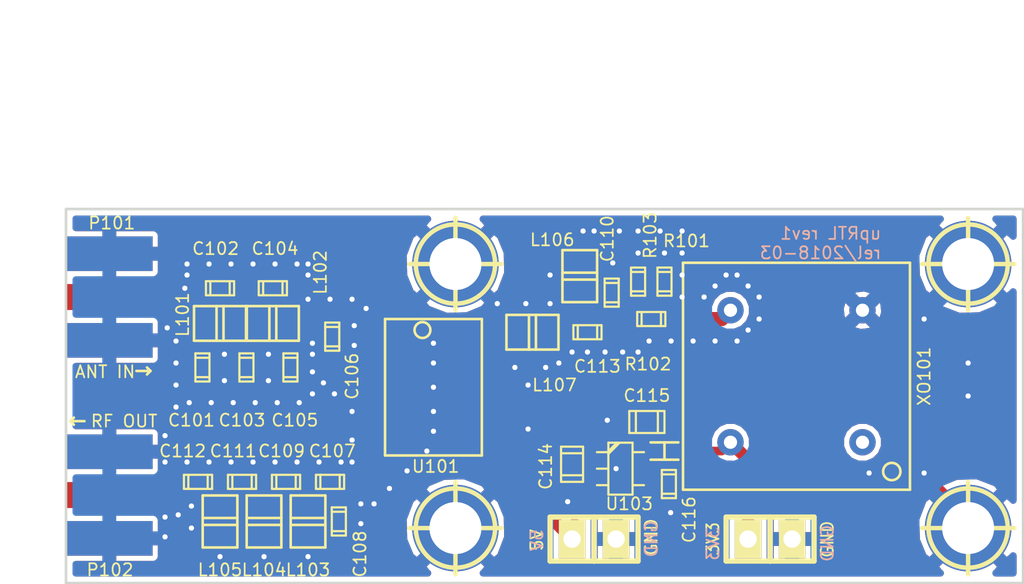
<source format=kicad_pcb>
(kicad_pcb (version 4) (host pcbnew 4.0.7)

  (general
    (links 68)
    (no_connects 0)
    (area 96.52 46.355 156.399999 81.836)
    (thickness 1.6)
    (drawings 21)
    (tracks 435)
    (zones 0)
    (modules 40)
    (nets 20)
  )

  (page A4)
  (title_block
    (title upRTL)
    (date 2018-03-01)
    (rev 1)
    (company "1rel interactive")
  )

  (layers
    (0 F.SIG1 signal)
    (31 B.SIG2 signal)
    (32 B.Adhes user)
    (33 F.Adhes user)
    (34 B.Paste user)
    (35 F.Paste user)
    (36 B.SilkS user)
    (37 F.SilkS user)
    (38 B.Mask user)
    (39 F.Mask user)
    (40 Dwgs.User user)
    (41 Cmts.User user)
    (42 Eco1.User user)
    (43 Eco2.User user)
    (44 Edge.Cuts user)
    (45 Margin user)
    (46 B.CrtYd user)
    (47 F.CrtYd user)
    (48 B.Fab user)
    (49 F.Fab user)
  )

  (setup
    (last_trace_width 0.25)
    (user_trace_width 0.1524)
    (user_trace_width 0.2)
    (user_trace_width 0.3)
    (user_trace_width 0.35044)
    (user_trace_width 0.4)
    (user_trace_width 0.5)
    (user_trace_width 0.812917)
    (trace_clearance 0.2)
    (zone_clearance 0.3)
    (zone_45_only yes)
    (trace_min 0.1524)
    (segment_width 0.15)
    (edge_width 0.15)
    (via_size 0.6)
    (via_drill 0.4)
    (via_min_size 0.35)
    (via_min_drill 0.3)
    (uvia_size 0.3)
    (uvia_drill 0.1)
    (uvias_allowed no)
    (uvia_min_size 0.2)
    (uvia_min_drill 0.1)
    (pcb_text_width 0.3)
    (pcb_text_size 1.5 1.5)
    (mod_edge_width 0.15)
    (mod_text_size 1 1)
    (mod_text_width 0.15)
    (pad_size 1.524 1.524)
    (pad_drill 0.762)
    (pad_to_mask_clearance 0.2)
    (aux_axis_origin 0 0)
    (visible_elements FFFFF77F)
    (pcbplotparams
      (layerselection 0x010f0_80000001)
      (usegerberextensions true)
      (excludeedgelayer true)
      (linewidth 0.100000)
      (plotframeref false)
      (viasonmask false)
      (mode 1)
      (useauxorigin false)
      (hpglpennumber 1)
      (hpglpenspeed 20)
      (hpglpendiameter 15)
      (hpglpenoverlay 2)
      (psnegative false)
      (psa4output false)
      (plotreference true)
      (plotvalue false)
      (plotinvisibletext false)
      (padsonsilk false)
      (subtractmaskfromsilk true)
      (outputformat 1)
      (mirror false)
      (drillshape 0)
      (scaleselection 1)
      (outputdirectory OUT/gerbers/))
  )

  (net 0 "")
  (net 1 GND)
  (net 2 /RF_IN)
  (net 3 "Net-(C102-Pad1)")
  (net 4 "Net-(C104-Pad1)")
  (net 5 /RF_IF)
  (net 6 "Net-(C107-Pad1)")
  (net 7 "Net-(C109-Pad2)")
  (net 8 "Net-(C110-Pad1)")
  (net 9 "Net-(C111-Pad2)")
  (net 10 /RF_OUT)
  (net 11 /LO)
  (net 12 +3.3V)
  (net 13 +5V)
  (net 14 "Net-(GS102-Pad2)")
  (net 15 /RF_MIX)
  (net 16 "Net-(U103-Pad4)")
  (net 17 "Net-(XO101-Pad1)")
  (net 18 "Net-(C113-Pad1)")
  (net 19 "Net-(R101-Pad1)")

  (net_class Default "This is the default net class."
    (clearance 0.2)
    (trace_width 0.25)
    (via_dia 0.6)
    (via_drill 0.4)
    (uvia_dia 0.3)
    (uvia_drill 0.1)
    (add_net "Net-(U103-Pad4)")
    (add_net "Net-(XO101-Pad1)")
  )

  (net_class GND ""
    (clearance 0.2)
    (trace_width 0.5)
    (via_dia 0.35)
    (via_drill 0.3)
    (uvia_dia 0.3)
    (uvia_drill 0.1)
    (add_net GND)
  )

  (net_class PWR ""
    (clearance 0.2)
    (trace_width 0.7)
    (via_dia 0.6)
    (via_drill 0.4)
    (uvia_dia 0.3)
    (uvia_drill 0.1)
    (add_net +3.3V)
    (add_net +5V)
    (add_net "Net-(GS102-Pad2)")
  )

  (net_class RF ""
    (clearance 0.1524)
    (trace_width 0.812917)
    (via_dia 0.6)
    (via_drill 0.4)
    (uvia_dia 0.3)
    (uvia_drill 0.1)
    (add_net /LO)
    (add_net /RF_IF)
    (add_net /RF_IN)
    (add_net /RF_MIX)
    (add_net /RF_OUT)
    (add_net "Net-(C102-Pad1)")
    (add_net "Net-(C104-Pad1)")
    (add_net "Net-(C107-Pad1)")
    (add_net "Net-(C109-Pad2)")
    (add_net "Net-(C110-Pad1)")
    (add_net "Net-(C111-Pad2)")
    (add_net "Net-(C113-Pad1)")
    (add_net "Net-(R101-Pad1)")
  )

  (module mylib:HO-25B (layer F.SIG1) (tedit 5A974608) (tstamp 5A93EDFE)
    (at 142.494 68.072 90)
    (path /5A917096)
    (fp_text reference XO101 (at 0 7.366 270) (layer F.SilkS)
      (effects (font (size 0.7 0.7) (thickness 0.1)))
    )
    (fp_text value HO-25B (at 0 -0.5 90) (layer F.Fab) hide
      (effects (font (size 0.7 0.7) (thickness 0.1)))
    )
    (fp_circle (center -5.5 5.5) (end -5 5.5) (layer F.SilkS) (width 0.15))
    (fp_line (start -6.55 -6.55) (end 6.55 -6.55) (layer F.SilkS) (width 0.15))
    (fp_line (start 6.55 -6.55) (end 6.55 6.55) (layer F.SilkS) (width 0.15))
    (fp_line (start 6.55 6.55) (end -6.55 6.55) (layer F.SilkS) (width 0.15))
    (fp_line (start -6.55 6.55) (end -6.55 -6.55) (layer F.SilkS) (width 0.15))
    (pad 8 thru_hole circle (at -3.81 -3.81 90) (size 1.524 1.524) (drill 0.762) (layers *.Cu *.Mask)
      (net 12 +3.3V))
    (pad 1 thru_hole circle (at -3.81 3.81 90) (size 1.524 1.524) (drill 0.762) (layers *.Cu *.Mask)
      (net 17 "Net-(XO101-Pad1)"))
    (pad 5 thru_hole circle (at 3.81 -3.81 90) (size 1.524 1.524) (drill 0.762) (layers *.Cu *.Mask)
      (net 19 "Net-(R101-Pad1)"))
    (pad 4 thru_hole circle (at 3.81 3.81 90) (size 1.524 1.524) (drill 0.762) (layers *.Cu *.Mask)
      (net 1 GND))
  )

  (module mylib:ADE-1 (layer F.SIG1) (tedit 5A97462A) (tstamp 5A9182D7)
    (at 121.539 68.707 270)
    (path /5A917588)
    (fp_text reference U101 (at 4.572 -0.127 360) (layer F.SilkS)
      (effects (font (size 0.7 0.7) (thickness 0.1)))
    )
    (fp_text value ADE-1 (at 0 -0.5 270) (layer F.Fab) hide
      (effects (font (size 0.7 0.7) (thickness 0.1)))
    )
    (fp_circle (center -3.302 0.635) (end -3.556 1.016) (layer F.SilkS) (width 0.15))
    (fp_line (start 3.937 2.794) (end -3.937 2.794) (layer F.SilkS) (width 0.15))
    (fp_line (start -3.937 -2.794) (end 3.937 -2.794) (layer F.SilkS) (width 0.15))
    (fp_line (start 3.937 -2.794) (end 3.937 2.794) (layer F.SilkS) (width 0.15))
    (fp_line (start -3.937 -2.794) (end -3.937 2.794) (layer F.SilkS) (width 0.15))
    (pad 6 smd rect (at -2.54 -2.54 270) (size 1.65 2.54) (layers F.SIG1 F.Paste F.Mask)
      (net 11 /LO))
    (pad 5 smd rect (at 0 -2.54 270) (size 1.65 2.54) (layers F.SIG1 F.Paste F.Mask)
      (net 1 GND))
    (pad 4 smd rect (at 2.54 -2.54 270) (size 1.65 2.54) (layers F.SIG1 F.Paste F.Mask)
      (net 1 GND))
    (pad 3 smd rect (at 2.54 2.54 270) (size 1.65 2.54) (layers F.SIG1 F.Paste F.Mask)
      (net 15 /RF_MIX))
    (pad 2 smd rect (at 0 2.54 270) (size 1.65 2.54) (layers F.SIG1 F.Paste F.Mask)
      (net 5 /RF_IF))
    (pad 1 smd rect (at -2.54 2.54 270) (size 1.65 2.54) (layers F.SIG1 F.Paste F.Mask)
      (net 1 GND))
  )

  (module w_smd_inductors:inductor_smd_0805 (layer F.SIG1) (tedit 5A958443) (tstamp 5A941CC5)
    (at 111.76 76.454 270)
    (descr "Inductor SMD, 0805")
    (path /5A912E53)
    (fp_text reference L104 (at 2.794 0 360) (layer F.SilkS)
      (effects (font (size 0.7 0.7) (thickness 0.1)))
    )
    (fp_text value 39n (at 2.794 1.524 270) (layer F.SilkS) hide
      (effects (font (size 0.7 0.7) (thickness 0.1)))
    )
    (fp_line (start 0.20066 1.00076) (end 0.20066 -1.00076) (layer F.SilkS) (width 0.14986))
    (fp_line (start -0.20066 -1.00076) (end -0.20066 1.00076) (layer F.SilkS) (width 0.14986))
    (fp_line (start -1.50114 -1.00076) (end 1.50114 -1.00076) (layer F.SilkS) (width 0.14986))
    (fp_line (start 1.50114 -1.00076) (end 1.50114 1.00076) (layer F.SilkS) (width 0.14986))
    (fp_line (start 1.50114 1.00076) (end -1.50114 1.00076) (layer F.SilkS) (width 0.14986))
    (fp_line (start -1.50114 1.00076) (end -1.50114 -1.00076) (layer F.SilkS) (width 0.14986))
    (pad 1 smd rect (at -0.889 0 270) (size 1.016 1.778) (layers F.SIG1 F.Paste F.Mask)
      (net 7 "Net-(C109-Pad2)"))
    (pad 2 smd rect (at 0.889 0 270) (size 1.016 1.778) (layers F.SIG1 F.Paste F.Mask)
      (net 1 GND))
    (model walter/smd_inductors/inductor_smd_0805.wrl
      (at (xyz 0 0 0))
      (scale (xyz 1 1 1))
      (rotate (xyz 0 0 0))
    )
  )

  (module w_pin_strip:pin_socket_1 (layer F.SIG1) (tedit 5A91D688) (tstamp 5A908C44)
    (at 139.7 77.47)
    (descr "Pin socket 1pin")
    (tags "CONN DEV")
    (path /5A909465)
    (fp_text reference P103 (at 0 -2.032) (layer F.SilkS) hide
      (effects (font (size 0.7 0.7) (thickness 0.1)))
    )
    (fp_text value CONN_1 (at 0.254 -3.556) (layer F.SilkS) hide
      (effects (font (size 0.7 0.7) (thickness 0.1)))
    )
    (fp_line (start 1.27 1.27) (end -1.27 1.27) (layer F.SilkS) (width 0.3048))
    (fp_line (start -1.27 -1.27) (end 1.27 -1.27) (layer F.SilkS) (width 0.3048))
    (fp_line (start -1.27 1.27) (end -1.27 -1.27) (layer F.SilkS) (width 0.3048))
    (fp_line (start 1.27 -1.27) (end 1.27 1.27) (layer F.SilkS) (width 0.3048))
    (pad 1 thru_hole rect (at 0 0) (size 1.524 2.19964) (drill 1.00076) (layers *.Cu *.Mask F.SilkS)
      (net 12 +3.3V))
    (model walter/pin_strip/pin_socket_1.wrl
      (at (xyz 0 0 0))
      (scale (xyz 1 1 1))
      (rotate (xyz 0 0 0))
    )
  )

  (module w_pin_strip:pin_socket_1 (layer F.SIG1) (tedit 5A91D68B) (tstamp 5A908C49)
    (at 142.24 77.47 180)
    (descr "Pin socket 1pin")
    (tags "CONN DEV")
    (path /5A909493)
    (fp_text reference P104 (at 0 2.032 180) (layer F.SilkS) hide
      (effects (font (size 0.7 0.7) (thickness 0.1)))
    )
    (fp_text value CONN_1 (at 0.254 -3.556 180) (layer F.SilkS) hide
      (effects (font (size 0.7 0.7) (thickness 0.1)))
    )
    (fp_line (start 1.27 1.27) (end -1.27 1.27) (layer F.SilkS) (width 0.3048))
    (fp_line (start -1.27 -1.27) (end 1.27 -1.27) (layer F.SilkS) (width 0.3048))
    (fp_line (start -1.27 1.27) (end -1.27 -1.27) (layer F.SilkS) (width 0.3048))
    (fp_line (start 1.27 -1.27) (end 1.27 1.27) (layer F.SilkS) (width 0.3048))
    (pad 1 thru_hole rect (at 0 0 180) (size 1.524 2.19964) (drill 1.00076) (layers *.Cu *.Mask F.SilkS)
      (net 1 GND))
    (model walter/pin_strip/pin_socket_1.wrl
      (at (xyz 0 0 0))
      (scale (xyz 1 1 1))
      (rotate (xyz 0 0 0))
    )
  )

  (module w_smd_cap:c_0603 (layer F.SIG1) (tedit 5A9745DF) (tstamp 5A916F19)
    (at 108.204 67.564 90)
    (descr "SMT capacitor, 0603")
    (path /5A909878)
    (fp_text reference C101 (at -3.048 -0.635 180) (layer F.SilkS)
      (effects (font (size 0.7 0.7) (thickness 0.1)))
    )
    (fp_text value 100p (at 0 0.635 90) (layer F.SilkS) hide
      (effects (font (size 0.7 0.7) (thickness 0.1)))
    )
    (fp_line (start 0.5588 0.4064) (end 0.5588 -0.4064) (layer F.SilkS) (width 0.127))
    (fp_line (start -0.5588 -0.381) (end -0.5588 0.4064) (layer F.SilkS) (width 0.127))
    (fp_line (start -0.8128 -0.4064) (end 0.8128 -0.4064) (layer F.SilkS) (width 0.127))
    (fp_line (start 0.8128 -0.4064) (end 0.8128 0.4064) (layer F.SilkS) (width 0.127))
    (fp_line (start 0.8128 0.4064) (end -0.8128 0.4064) (layer F.SilkS) (width 0.127))
    (fp_line (start -0.8128 0.4064) (end -0.8128 -0.4064) (layer F.SilkS) (width 0.127))
    (pad 1 smd rect (at 0.75184 0 90) (size 0.89916 1.00076) (layers F.SIG1 F.Paste F.Mask)
      (net 2 /RF_IN))
    (pad 2 smd rect (at -0.75184 0 90) (size 0.89916 1.00076) (layers F.SIG1 F.Paste F.Mask)
      (net 1 GND))
    (model walter/smd_cap/c_0603.wrl
      (at (xyz 0 0 0))
      (scale (xyz 1 1 1))
      (rotate (xyz 0 0 0))
    )
  )

  (module w_smd_cap:c_0603 (layer F.SIG1) (tedit 5A9745E5) (tstamp 5A916F1F)
    (at 109.22 62.992)
    (descr "SMT capacitor, 0603")
    (path /5A90B4B9)
    (fp_text reference C102 (at -0.254 -2.286) (layer F.SilkS)
      (effects (font (size 0.7 0.7) (thickness 0.1)))
    )
    (fp_text value 10p (at 0 0.635) (layer F.SilkS) hide
      (effects (font (size 0.7 0.7) (thickness 0.1)))
    )
    (fp_line (start 0.5588 0.4064) (end 0.5588 -0.4064) (layer F.SilkS) (width 0.127))
    (fp_line (start -0.5588 -0.381) (end -0.5588 0.4064) (layer F.SilkS) (width 0.127))
    (fp_line (start -0.8128 -0.4064) (end 0.8128 -0.4064) (layer F.SilkS) (width 0.127))
    (fp_line (start 0.8128 -0.4064) (end 0.8128 0.4064) (layer F.SilkS) (width 0.127))
    (fp_line (start 0.8128 0.4064) (end -0.8128 0.4064) (layer F.SilkS) (width 0.127))
    (fp_line (start -0.8128 0.4064) (end -0.8128 -0.4064) (layer F.SilkS) (width 0.127))
    (pad 1 smd rect (at 0.75184 0) (size 0.89916 1.00076) (layers F.SIG1 F.Paste F.Mask)
      (net 3 "Net-(C102-Pad1)"))
    (pad 2 smd rect (at -0.75184 0) (size 0.89916 1.00076) (layers F.SIG1 F.Paste F.Mask)
      (net 2 /RF_IN))
    (model walter/smd_cap/c_0603.wrl
      (at (xyz 0 0 0))
      (scale (xyz 1 1 1))
      (rotate (xyz 0 0 0))
    )
  )

  (module w_smd_cap:c_0603 (layer F.SIG1) (tedit 5A9745E1) (tstamp 5A916F25)
    (at 110.744 67.564 90)
    (descr "SMT capacitor, 0603")
    (path /5A909923)
    (fp_text reference C103 (at -3.048 -0.254 180) (layer F.SilkS)
      (effects (font (size 0.7 0.7) (thickness 0.1)))
    )
    (fp_text value 150p (at 0 0.635 90) (layer F.SilkS) hide
      (effects (font (size 0.7 0.7) (thickness 0.1)))
    )
    (fp_line (start 0.5588 0.4064) (end 0.5588 -0.4064) (layer F.SilkS) (width 0.127))
    (fp_line (start -0.5588 -0.381) (end -0.5588 0.4064) (layer F.SilkS) (width 0.127))
    (fp_line (start -0.8128 -0.4064) (end 0.8128 -0.4064) (layer F.SilkS) (width 0.127))
    (fp_line (start 0.8128 -0.4064) (end 0.8128 0.4064) (layer F.SilkS) (width 0.127))
    (fp_line (start 0.8128 0.4064) (end -0.8128 0.4064) (layer F.SilkS) (width 0.127))
    (fp_line (start -0.8128 0.4064) (end -0.8128 -0.4064) (layer F.SilkS) (width 0.127))
    (pad 1 smd rect (at 0.75184 0 90) (size 0.89916 1.00076) (layers F.SIG1 F.Paste F.Mask)
      (net 3 "Net-(C102-Pad1)"))
    (pad 2 smd rect (at -0.75184 0 90) (size 0.89916 1.00076) (layers F.SIG1 F.Paste F.Mask)
      (net 1 GND))
    (model walter/smd_cap/c_0603.wrl
      (at (xyz 0 0 0))
      (scale (xyz 1 1 1))
      (rotate (xyz 0 0 0))
    )
  )

  (module w_smd_cap:c_0603 (layer F.SIG1) (tedit 5A9745E6) (tstamp 5A916F2B)
    (at 112.268 62.992)
    (descr "SMT capacitor, 0603")
    (path /5A90B593)
    (fp_text reference C104 (at 0.127 -2.286) (layer F.SilkS)
      (effects (font (size 0.7 0.7) (thickness 0.1)))
    )
    (fp_text value 33p (at 0 0.635) (layer F.SilkS) hide
      (effects (font (size 0.7 0.7) (thickness 0.1)))
    )
    (fp_line (start 0.5588 0.4064) (end 0.5588 -0.4064) (layer F.SilkS) (width 0.127))
    (fp_line (start -0.5588 -0.381) (end -0.5588 0.4064) (layer F.SilkS) (width 0.127))
    (fp_line (start -0.8128 -0.4064) (end 0.8128 -0.4064) (layer F.SilkS) (width 0.127))
    (fp_line (start 0.8128 -0.4064) (end 0.8128 0.4064) (layer F.SilkS) (width 0.127))
    (fp_line (start 0.8128 0.4064) (end -0.8128 0.4064) (layer F.SilkS) (width 0.127))
    (fp_line (start -0.8128 0.4064) (end -0.8128 -0.4064) (layer F.SilkS) (width 0.127))
    (pad 1 smd rect (at 0.75184 0) (size 0.89916 1.00076) (layers F.SIG1 F.Paste F.Mask)
      (net 4 "Net-(C104-Pad1)"))
    (pad 2 smd rect (at -0.75184 0) (size 0.89916 1.00076) (layers F.SIG1 F.Paste F.Mask)
      (net 3 "Net-(C102-Pad1)"))
    (model walter/smd_cap/c_0603.wrl
      (at (xyz 0 0 0))
      (scale (xyz 1 1 1))
      (rotate (xyz 0 0 0))
    )
  )

  (module w_smd_cap:c_0603 (layer F.SIG1) (tedit 5A9745E2) (tstamp 5A916F31)
    (at 113.284 67.564 90)
    (descr "SMT capacitor, 0603")
    (path /5A909BC0)
    (fp_text reference C105 (at -3.048 0.254 180) (layer F.SilkS)
      (effects (font (size 0.7 0.7) (thickness 0.1)))
    )
    (fp_text value 100p (at 0 0.635 90) (layer F.SilkS) hide
      (effects (font (size 0.7 0.7) (thickness 0.1)))
    )
    (fp_line (start 0.5588 0.4064) (end 0.5588 -0.4064) (layer F.SilkS) (width 0.127))
    (fp_line (start -0.5588 -0.381) (end -0.5588 0.4064) (layer F.SilkS) (width 0.127))
    (fp_line (start -0.8128 -0.4064) (end 0.8128 -0.4064) (layer F.SilkS) (width 0.127))
    (fp_line (start 0.8128 -0.4064) (end 0.8128 0.4064) (layer F.SilkS) (width 0.127))
    (fp_line (start 0.8128 0.4064) (end -0.8128 0.4064) (layer F.SilkS) (width 0.127))
    (fp_line (start -0.8128 0.4064) (end -0.8128 -0.4064) (layer F.SilkS) (width 0.127))
    (pad 1 smd rect (at 0.75184 0 90) (size 0.89916 1.00076) (layers F.SIG1 F.Paste F.Mask)
      (net 4 "Net-(C104-Pad1)"))
    (pad 2 smd rect (at -0.75184 0 90) (size 0.89916 1.00076) (layers F.SIG1 F.Paste F.Mask)
      (net 1 GND))
    (model walter/smd_cap/c_0603.wrl
      (at (xyz 0 0 0))
      (scale (xyz 1 1 1))
      (rotate (xyz 0 0 0))
    )
  )

  (module w_smd_cap:c_0603 (layer F.SIG1) (tedit 5A970A82) (tstamp 5A916F37)
    (at 115.697 65.786 270)
    (descr "SMT capacitor, 0603")
    (path /5A909D0C)
    (fp_text reference C106 (at 2.286 -1.143 270) (layer F.SilkS)
      (effects (font (size 0.7 0.7) (thickness 0.1)))
    )
    (fp_text value 10n (at 0 0.635 270) (layer F.SilkS) hide
      (effects (font (size 0.7 0.7) (thickness 0.1)))
    )
    (fp_line (start 0.5588 0.4064) (end 0.5588 -0.4064) (layer F.SilkS) (width 0.127))
    (fp_line (start -0.5588 -0.381) (end -0.5588 0.4064) (layer F.SilkS) (width 0.127))
    (fp_line (start -0.8128 -0.4064) (end 0.8128 -0.4064) (layer F.SilkS) (width 0.127))
    (fp_line (start 0.8128 -0.4064) (end 0.8128 0.4064) (layer F.SilkS) (width 0.127))
    (fp_line (start 0.8128 0.4064) (end -0.8128 0.4064) (layer F.SilkS) (width 0.127))
    (fp_line (start -0.8128 0.4064) (end -0.8128 -0.4064) (layer F.SilkS) (width 0.127))
    (pad 1 smd rect (at 0.75184 0 270) (size 0.89916 1.00076) (layers F.SIG1 F.Paste F.Mask)
      (net 5 /RF_IF))
    (pad 2 smd rect (at -0.75184 0 270) (size 0.89916 1.00076) (layers F.SIG1 F.Paste F.Mask)
      (net 4 "Net-(C104-Pad1)"))
    (model walter/smd_cap/c_0603.wrl
      (at (xyz 0 0 0))
      (scale (xyz 1 1 1))
      (rotate (xyz 0 0 0))
    )
  )

  (module w_smd_cap:c_0603 (layer F.SIG1) (tedit 5A9745D7) (tstamp 5A916F3D)
    (at 115.57 74.168 180)
    (descr "SMT capacitor, 0603")
    (path /5A9106FB)
    (fp_text reference C107 (at -0.127 1.778 180) (layer F.SilkS)
      (effects (font (size 0.7 0.7) (thickness 0.1)))
    )
    (fp_text value 100p (at 0 0.635 180) (layer F.SilkS) hide
      (effects (font (size 0.7 0.7) (thickness 0.1)))
    )
    (fp_line (start 0.5588 0.4064) (end 0.5588 -0.4064) (layer F.SilkS) (width 0.127))
    (fp_line (start -0.5588 -0.381) (end -0.5588 0.4064) (layer F.SilkS) (width 0.127))
    (fp_line (start -0.8128 -0.4064) (end 0.8128 -0.4064) (layer F.SilkS) (width 0.127))
    (fp_line (start 0.8128 -0.4064) (end 0.8128 0.4064) (layer F.SilkS) (width 0.127))
    (fp_line (start 0.8128 0.4064) (end -0.8128 0.4064) (layer F.SilkS) (width 0.127))
    (fp_line (start -0.8128 0.4064) (end -0.8128 -0.4064) (layer F.SilkS) (width 0.127))
    (pad 1 smd rect (at 0.75184 0 180) (size 0.89916 1.00076) (layers F.SIG1 F.Paste F.Mask)
      (net 6 "Net-(C107-Pad1)"))
    (pad 2 smd rect (at -0.75184 0 180) (size 0.89916 1.00076) (layers F.SIG1 F.Paste F.Mask)
      (net 15 /RF_MIX))
    (model walter/smd_cap/c_0603.wrl
      (at (xyz 0 0 0))
      (scale (xyz 1 1 1))
      (rotate (xyz 0 0 0))
    )
  )

  (module w_smd_cap:c_0603 (layer F.SIG1) (tedit 5A9584EB) (tstamp 5A916F43)
    (at 116.078 76.454 270)
    (descr "SMT capacitor, 0603")
    (path /5A9107FE)
    (fp_text reference C108 (at 1.8796 -1.2192 270) (layer F.SilkS)
      (effects (font (size 0.7 0.7) (thickness 0.1)))
    )
    (fp_text value 12p (at 0 0.635 270) (layer F.SilkS) hide
      (effects (font (size 0.7 0.7) (thickness 0.1)))
    )
    (fp_line (start 0.5588 0.4064) (end 0.5588 -0.4064) (layer F.SilkS) (width 0.127))
    (fp_line (start -0.5588 -0.381) (end -0.5588 0.4064) (layer F.SilkS) (width 0.127))
    (fp_line (start -0.8128 -0.4064) (end 0.8128 -0.4064) (layer F.SilkS) (width 0.127))
    (fp_line (start 0.8128 -0.4064) (end 0.8128 0.4064) (layer F.SilkS) (width 0.127))
    (fp_line (start 0.8128 0.4064) (end -0.8128 0.4064) (layer F.SilkS) (width 0.127))
    (fp_line (start -0.8128 0.4064) (end -0.8128 -0.4064) (layer F.SilkS) (width 0.127))
    (pad 1 smd rect (at 0.75184 0 270) (size 0.89916 1.00076) (layers F.SIG1 F.Paste F.Mask)
      (net 1 GND))
    (pad 2 smd rect (at -0.75184 0 270) (size 0.89916 1.00076) (layers F.SIG1 F.Paste F.Mask)
      (net 6 "Net-(C107-Pad1)"))
    (model walter/smd_cap/c_0603.wrl
      (at (xyz 0 0 0))
      (scale (xyz 1 1 1))
      (rotate (xyz 0 0 0))
    )
  )

  (module w_smd_cap:c_0603 (layer F.SIG1) (tedit 5A9745D9) (tstamp 5A916F49)
    (at 113.03 74.168)
    (descr "SMT capacitor, 0603")
    (path /5A9127F1)
    (fp_text reference C109 (at -0.254 -1.778) (layer F.SilkS)
      (effects (font (size 0.7 0.7) (thickness 0.1)))
    )
    (fp_text value 15p (at 0 0.635) (layer F.SilkS) hide
      (effects (font (size 0.7 0.7) (thickness 0.1)))
    )
    (fp_line (start 0.5588 0.4064) (end 0.5588 -0.4064) (layer F.SilkS) (width 0.127))
    (fp_line (start -0.5588 -0.381) (end -0.5588 0.4064) (layer F.SilkS) (width 0.127))
    (fp_line (start -0.8128 -0.4064) (end 0.8128 -0.4064) (layer F.SilkS) (width 0.127))
    (fp_line (start 0.8128 -0.4064) (end 0.8128 0.4064) (layer F.SilkS) (width 0.127))
    (fp_line (start 0.8128 0.4064) (end -0.8128 0.4064) (layer F.SilkS) (width 0.127))
    (fp_line (start -0.8128 0.4064) (end -0.8128 -0.4064) (layer F.SilkS) (width 0.127))
    (pad 1 smd rect (at 0.75184 0) (size 0.89916 1.00076) (layers F.SIG1 F.Paste F.Mask)
      (net 6 "Net-(C107-Pad1)"))
    (pad 2 smd rect (at -0.75184 0) (size 0.89916 1.00076) (layers F.SIG1 F.Paste F.Mask)
      (net 7 "Net-(C109-Pad2)"))
    (model walter/smd_cap/c_0603.wrl
      (at (xyz 0 0 0))
      (scale (xyz 1 1 1))
      (rotate (xyz 0 0 0))
    )
  )

  (module w_smd_cap:c_0603 (layer F.SIG1) (tedit 5A970A5C) (tstamp 5A916F4F)
    (at 131.826 63.246 270)
    (descr "SMT capacitor, 0603")
    (path /5A96ED3B)
    (fp_text reference C110 (at -3.1115 0.254 450) (layer F.SilkS)
      (effects (font (size 0.7 0.7) (thickness 0.1)))
    )
    (fp_text value 20p (at 0 0.635 270) (layer F.SilkS) hide
      (effects (font (size 0.7 0.7) (thickness 0.1)))
    )
    (fp_line (start 0.5588 0.4064) (end 0.5588 -0.4064) (layer F.SilkS) (width 0.127))
    (fp_line (start -0.5588 -0.381) (end -0.5588 0.4064) (layer F.SilkS) (width 0.127))
    (fp_line (start -0.8128 -0.4064) (end 0.8128 -0.4064) (layer F.SilkS) (width 0.127))
    (fp_line (start 0.8128 -0.4064) (end 0.8128 0.4064) (layer F.SilkS) (width 0.127))
    (fp_line (start 0.8128 0.4064) (end -0.8128 0.4064) (layer F.SilkS) (width 0.127))
    (fp_line (start -0.8128 0.4064) (end -0.8128 -0.4064) (layer F.SilkS) (width 0.127))
    (pad 1 smd rect (at 0.75184 0 270) (size 0.89916 1.00076) (layers F.SIG1 F.Paste F.Mask)
      (net 8 "Net-(C110-Pad1)"))
    (pad 2 smd rect (at -0.75184 0 270) (size 0.89916 1.00076) (layers F.SIG1 F.Paste F.Mask)
      (net 1 GND))
    (model walter/smd_cap/c_0603.wrl
      (at (xyz 0 0 0))
      (scale (xyz 1 1 1))
      (rotate (xyz 0 0 0))
    )
  )

  (module w_smd_cap:c_0603 (layer F.SIG1) (tedit 5A9745DA) (tstamp 5A916F55)
    (at 110.49 74.168)
    (descr "SMT capacitor, 0603")
    (path /5A912F16)
    (fp_text reference C111 (at -0.508 -1.778) (layer F.SilkS)
      (effects (font (size 0.7 0.7) (thickness 0.1)))
    )
    (fp_text value 15p (at 0 0.635) (layer F.SilkS) hide
      (effects (font (size 0.7 0.7) (thickness 0.1)))
    )
    (fp_line (start 0.5588 0.4064) (end 0.5588 -0.4064) (layer F.SilkS) (width 0.127))
    (fp_line (start -0.5588 -0.381) (end -0.5588 0.4064) (layer F.SilkS) (width 0.127))
    (fp_line (start -0.8128 -0.4064) (end 0.8128 -0.4064) (layer F.SilkS) (width 0.127))
    (fp_line (start 0.8128 -0.4064) (end 0.8128 0.4064) (layer F.SilkS) (width 0.127))
    (fp_line (start 0.8128 0.4064) (end -0.8128 0.4064) (layer F.SilkS) (width 0.127))
    (fp_line (start -0.8128 0.4064) (end -0.8128 -0.4064) (layer F.SilkS) (width 0.127))
    (pad 1 smd rect (at 0.75184 0) (size 0.89916 1.00076) (layers F.SIG1 F.Paste F.Mask)
      (net 7 "Net-(C109-Pad2)"))
    (pad 2 smd rect (at -0.75184 0) (size 0.89916 1.00076) (layers F.SIG1 F.Paste F.Mask)
      (net 9 "Net-(C111-Pad2)"))
    (model walter/smd_cap/c_0603.wrl
      (at (xyz 0 0 0))
      (scale (xyz 1 1 1))
      (rotate (xyz 0 0 0))
    )
  )

  (module w_smd_cap:c_0603 (layer F.SIG1) (tedit 5A9745DC) (tstamp 5A916F5B)
    (at 107.95 74.168)
    (descr "SMT capacitor, 0603")
    (path /5A912FC8)
    (fp_text reference C112 (at -0.889 -1.778) (layer F.SilkS)
      (effects (font (size 0.7 0.7) (thickness 0.1)))
    )
    (fp_text value 33p (at 0 0.635) (layer F.SilkS) hide
      (effects (font (size 0.7 0.7) (thickness 0.1)))
    )
    (fp_line (start 0.5588 0.4064) (end 0.5588 -0.4064) (layer F.SilkS) (width 0.127))
    (fp_line (start -0.5588 -0.381) (end -0.5588 0.4064) (layer F.SilkS) (width 0.127))
    (fp_line (start -0.8128 -0.4064) (end 0.8128 -0.4064) (layer F.SilkS) (width 0.127))
    (fp_line (start 0.8128 -0.4064) (end 0.8128 0.4064) (layer F.SilkS) (width 0.127))
    (fp_line (start 0.8128 0.4064) (end -0.8128 0.4064) (layer F.SilkS) (width 0.127))
    (fp_line (start -0.8128 0.4064) (end -0.8128 -0.4064) (layer F.SilkS) (width 0.127))
    (pad 1 smd rect (at 0.75184 0) (size 0.89916 1.00076) (layers F.SIG1 F.Paste F.Mask)
      (net 9 "Net-(C111-Pad2)"))
    (pad 2 smd rect (at -0.75184 0) (size 0.89916 1.00076) (layers F.SIG1 F.Paste F.Mask)
      (net 10 /RF_OUT))
    (model walter/smd_cap/c_0603.wrl
      (at (xyz 0 0 0))
      (scale (xyz 1 1 1))
      (rotate (xyz 0 0 0))
    )
  )

  (module w_smd_resistors:r_0603 (layer F.SIG1) (tedit 5A9709C7) (tstamp 5A916F85)
    (at 134.874 62.611 270)
    (descr "SMT resistor, 0603")
    (path /5A91FB15)
    (fp_text reference R101 (at -2.3495 -1.27 360) (layer F.SilkS)
      (effects (font (size 0.7 0.7) (thickness 0.1)))
    )
    (fp_text value 160R (at 0 0.6096 270) (layer F.SilkS) hide
      (effects (font (size 0.7 0.7) (thickness 0.1)))
    )
    (fp_line (start 0.5588 0.4064) (end 0.5588 -0.4064) (layer F.SilkS) (width 0.127))
    (fp_line (start -0.5588 -0.381) (end -0.5588 0.4064) (layer F.SilkS) (width 0.127))
    (fp_line (start -0.8128 -0.4064) (end 0.8128 -0.4064) (layer F.SilkS) (width 0.127))
    (fp_line (start 0.8128 -0.4064) (end 0.8128 0.4064) (layer F.SilkS) (width 0.127))
    (fp_line (start 0.8128 0.4064) (end -0.8128 0.4064) (layer F.SilkS) (width 0.127))
    (fp_line (start -0.8128 0.4064) (end -0.8128 -0.4064) (layer F.SilkS) (width 0.127))
    (pad 1 smd rect (at 0.75184 0 270) (size 0.89916 1.00076) (layers F.SIG1 F.Paste F.Mask)
      (net 19 "Net-(R101-Pad1)"))
    (pad 2 smd rect (at -0.75184 0 270) (size 0.89916 1.00076) (layers F.SIG1 F.Paste F.Mask)
      (net 1 GND))
    (model walter/smd_resistors/r_0603.wrl
      (at (xyz 0 0 0))
      (scale (xyz 1 1 1))
      (rotate (xyz 0 0 0))
    )
  )

  (module w_smd_resistors:r_0603 (layer F.SIG1) (tedit 5A9709B4) (tstamp 5A916F8B)
    (at 134.112 64.77)
    (descr "SMT resistor, 0603")
    (path /5A91F559)
    (fp_text reference R102 (at -0.1905 2.6035) (layer F.SilkS)
      (effects (font (size 0.7 0.7) (thickness 0.1)))
    )
    (fp_text value 36R (at 0 0.6096) (layer F.SilkS) hide
      (effects (font (size 0.7 0.7) (thickness 0.1)))
    )
    (fp_line (start 0.5588 0.4064) (end 0.5588 -0.4064) (layer F.SilkS) (width 0.127))
    (fp_line (start -0.5588 -0.381) (end -0.5588 0.4064) (layer F.SilkS) (width 0.127))
    (fp_line (start -0.8128 -0.4064) (end 0.8128 -0.4064) (layer F.SilkS) (width 0.127))
    (fp_line (start 0.8128 -0.4064) (end 0.8128 0.4064) (layer F.SilkS) (width 0.127))
    (fp_line (start 0.8128 0.4064) (end -0.8128 0.4064) (layer F.SilkS) (width 0.127))
    (fp_line (start -0.8128 0.4064) (end -0.8128 -0.4064) (layer F.SilkS) (width 0.127))
    (pad 1 smd rect (at 0.75184 0) (size 0.89916 1.00076) (layers F.SIG1 F.Paste F.Mask)
      (net 19 "Net-(R101-Pad1)"))
    (pad 2 smd rect (at -0.75184 0) (size 0.89916 1.00076) (layers F.SIG1 F.Paste F.Mask)
      (net 8 "Net-(C110-Pad1)"))
    (model walter/smd_resistors/r_0603.wrl
      (at (xyz 0 0 0))
      (scale (xyz 1 1 1))
      (rotate (xyz 0 0 0))
    )
  )

  (module w_smd_resistors:r_0603 (layer F.SIG1) (tedit 5A9709CB) (tstamp 5A916F91)
    (at 133.35 62.611 270)
    (descr "SMT resistor, 0603")
    (path /5A91F720)
    (fp_text reference R103 (at -2.667 -0.6985 450) (layer F.SilkS)
      (effects (font (size 0.7 0.7) (thickness 0.1)))
    )
    (fp_text value 160R (at 0 0.6096 270) (layer F.SilkS) hide
      (effects (font (size 0.7 0.7) (thickness 0.1)))
    )
    (fp_line (start 0.5588 0.4064) (end 0.5588 -0.4064) (layer F.SilkS) (width 0.127))
    (fp_line (start -0.5588 -0.381) (end -0.5588 0.4064) (layer F.SilkS) (width 0.127))
    (fp_line (start -0.8128 -0.4064) (end 0.8128 -0.4064) (layer F.SilkS) (width 0.127))
    (fp_line (start 0.8128 -0.4064) (end 0.8128 0.4064) (layer F.SilkS) (width 0.127))
    (fp_line (start 0.8128 0.4064) (end -0.8128 0.4064) (layer F.SilkS) (width 0.127))
    (fp_line (start -0.8128 0.4064) (end -0.8128 -0.4064) (layer F.SilkS) (width 0.127))
    (pad 1 smd rect (at 0.75184 0 270) (size 0.89916 1.00076) (layers F.SIG1 F.Paste F.Mask)
      (net 8 "Net-(C110-Pad1)"))
    (pad 2 smd rect (at -0.75184 0 270) (size 0.89916 1.00076) (layers F.SIG1 F.Paste F.Mask)
      (net 1 GND))
    (model walter/smd_resistors/r_0603.wrl
      (at (xyz 0 0 0))
      (scale (xyz 1 1 1))
      (rotate (xyz 0 0 0))
    )
  )

  (module w_pin_strip:pin_socket_1 (layer F.SIG1) (tedit 5A91D686) (tstamp 5A919763)
    (at 129.54 77.47)
    (descr "Pin socket 1pin")
    (tags "CONN DEV")
    (path /5A91ECA1)
    (fp_text reference P105 (at 0 -2.159) (layer F.SilkS) hide
      (effects (font (size 0.7 0.7) (thickness 0.1)))
    )
    (fp_text value CONN_1 (at 0.254 -3.556) (layer F.SilkS) hide
      (effects (font (size 0.7 0.7) (thickness 0.1)))
    )
    (fp_line (start 1.27 1.27) (end -1.27 1.27) (layer F.SilkS) (width 0.3048))
    (fp_line (start -1.27 -1.27) (end 1.27 -1.27) (layer F.SilkS) (width 0.3048))
    (fp_line (start -1.27 1.27) (end -1.27 -1.27) (layer F.SilkS) (width 0.3048))
    (fp_line (start 1.27 -1.27) (end 1.27 1.27) (layer F.SilkS) (width 0.3048))
    (pad 1 thru_hole rect (at 0 0) (size 1.524 2.19964) (drill 1.00076) (layers *.Cu *.Mask F.SilkS)
      (net 13 +5V))
    (model walter/pin_strip/pin_socket_1.wrl
      (at (xyz 0 0 0))
      (scale (xyz 1 1 1))
      (rotate (xyz 0 0 0))
    )
  )

  (module w_smd_cap:c_0805 (layer F.SIG1) (tedit 5A974621) (tstamp 5A919832)
    (at 129.54 73.152 90)
    (descr "SMT capacitor, 0805")
    (path /5A924552)
    (fp_text reference C114 (at -0.127 -1.524 270) (layer F.SilkS)
      (effects (font (size 0.7 0.7) (thickness 0.1)))
    )
    (fp_text value 10u (at 0 0.9906 90) (layer F.SilkS) hide
      (effects (font (size 0.7 0.7) (thickness 0.1)))
    )
    (fp_line (start 0.635 -0.635) (end 0.635 0.635) (layer F.SilkS) (width 0.127))
    (fp_line (start -0.635 -0.635) (end -0.635 0.6096) (layer F.SilkS) (width 0.127))
    (fp_line (start -1.016 -0.635) (end 1.016 -0.635) (layer F.SilkS) (width 0.127))
    (fp_line (start 1.016 -0.635) (end 1.016 0.635) (layer F.SilkS) (width 0.127))
    (fp_line (start 1.016 0.635) (end -1.016 0.635) (layer F.SilkS) (width 0.127))
    (fp_line (start -1.016 0.635) (end -1.016 -0.635) (layer F.SilkS) (width 0.127))
    (pad 1 smd rect (at 0.9525 0 90) (size 1.30048 1.4986) (layers F.SIG1 F.Paste F.Mask)
      (net 13 +5V))
    (pad 2 smd rect (at -0.9525 0 90) (size 1.30048 1.4986) (layers F.SIG1 F.Paste F.Mask)
      (net 1 GND))
    (model walter/smd_cap/c_0805.wrl
      (at (xyz 0 0 0))
      (scale (xyz 1 1 1))
      (rotate (xyz 0 0 0))
    )
  )

  (module w_smd_cap:c_0805 (layer F.SIG1) (tedit 5A970E11) (tstamp 5A919837)
    (at 133.858 70.7136)
    (descr "SMT capacitor, 0805")
    (path /5A92439C)
    (fp_text reference C115 (at 0 -1.524) (layer F.SilkS)
      (effects (font (size 0.7 0.7) (thickness 0.1)))
    )
    (fp_text value 10u (at 0 0.9906) (layer F.SilkS) hide
      (effects (font (size 0.7 0.7) (thickness 0.1)))
    )
    (fp_line (start 0.635 -0.635) (end 0.635 0.635) (layer F.SilkS) (width 0.127))
    (fp_line (start -0.635 -0.635) (end -0.635 0.6096) (layer F.SilkS) (width 0.127))
    (fp_line (start -1.016 -0.635) (end 1.016 -0.635) (layer F.SilkS) (width 0.127))
    (fp_line (start 1.016 -0.635) (end 1.016 0.635) (layer F.SilkS) (width 0.127))
    (fp_line (start 1.016 0.635) (end -1.016 0.635) (layer F.SilkS) (width 0.127))
    (fp_line (start -1.016 0.635) (end -1.016 -0.635) (layer F.SilkS) (width 0.127))
    (pad 1 smd rect (at 0.9525 0) (size 1.30048 1.4986) (layers F.SIG1 F.Paste F.Mask)
      (net 12 +3.3V))
    (pad 2 smd rect (at -0.9525 0) (size 1.30048 1.4986) (layers F.SIG1 F.Paste F.Mask)
      (net 1 GND))
    (model walter/smd_cap/c_0805.wrl
      (at (xyz 0 0 0))
      (scale (xyz 1 1 1))
      (rotate (xyz 0 0 0))
    )
  )

  (module w_pin_strip:pin_socket_1 (layer F.SIG1) (tedit 5A91D684) (tstamp 5A919871)
    (at 132.08 77.47)
    (descr "Pin socket 1pin")
    (tags "CONN DEV")
    (path /5A92B981)
    (fp_text reference P106 (at 0 -2.159) (layer F.SilkS) hide
      (effects (font (size 0.7 0.7) (thickness 0.1)))
    )
    (fp_text value CONN_1 (at 0.254 -3.556) (layer F.SilkS) hide
      (effects (font (size 0.7 0.7) (thickness 0.1)))
    )
    (fp_line (start 1.27 1.27) (end -1.27 1.27) (layer F.SilkS) (width 0.3048))
    (fp_line (start -1.27 -1.27) (end 1.27 -1.27) (layer F.SilkS) (width 0.3048))
    (fp_line (start -1.27 1.27) (end -1.27 -1.27) (layer F.SilkS) (width 0.3048))
    (fp_line (start 1.27 -1.27) (end 1.27 1.27) (layer F.SilkS) (width 0.3048))
    (pad 1 thru_hole rect (at 0 0) (size 1.524 2.19964) (drill 1.00076) (layers *.Cu *.Mask F.SilkS)
      (net 1 GND))
    (model walter/pin_strip/pin_socket_1.wrl
      (at (xyz 0 0 0))
      (scale (xyz 1 1 1))
      (rotate (xyz 0 0 0))
    )
  )

  (module mylib:solder_bridge (layer F.SIG1) (tedit 5A933900) (tstamp 5A919AEC)
    (at 134.874 72.39)
    (path /5A91CCC2)
    (fp_text reference GS102 (at 2.413 -0.127) (layer F.SilkS) hide
      (effects (font (size 0.7 0.7) (thickness 0.1)))
    )
    (fp_text value GS2 (at 0 0.635) (layer F.SilkS) hide
      (effects (font (size 0.7 0.7) (thickness 0.1)))
    )
    (fp_line (start 0.8 0.5) (end -0.8 0.5) (layer F.SilkS) (width 0.15))
    (fp_line (start -0.8 -0.5) (end 0.8 -0.5) (layer F.SilkS) (width 0.15))
    (fp_line (start 0 -0.5) (end 0 0.5) (layer F.SilkS) (width 0.15))
    (pad 1 smd rect (at 0.45 0) (size 0.7 0.8001) (layers F.SIG1 F.Paste F.Mask)
      (net 12 +3.3V))
    (pad 2 smd rect (at -0.45 0) (size 0.7 0.8001) (layers F.SIG1 F.Paste F.Mask)
      (net 14 "Net-(GS102-Pad2)"))
  )

  (module w_smd_trans:sot23-5 (layer F.SIG1) (tedit 5A970E0C) (tstamp 5A933585)
    (at 132.334 73.406 270)
    (descr SOT23-5)
    (path /5A933B2E)
    (fp_text reference U103 (at 2.032 -0.508 360) (layer F.SilkS)
      (effects (font (size 0.7 0.7) (thickness 0.1)))
    )
    (fp_text value AP2112 (at 0 0 270) (layer F.SilkS) hide
      (effects (font (size 0.7 0.7) (thickness 0.1)))
    )
    (fp_line (start -0.8509 0.6985) (end -1.4986 0.0508) (layer F.SilkS) (width 0.127))
    (fp_line (start -1.0033 0.6985) (end -1.4986 0.2032) (layer F.SilkS) (width 0.127))
    (fp_line (start 0.9525 -0.6985) (end 0.9525 -1.3589) (layer F.SilkS) (width 0.127))
    (fp_line (start -0.9525 -0.6985) (end -0.9525 -1.3589) (layer F.SilkS) (width 0.127))
    (fp_line (start 0 0.6985) (end 0 1.3589) (layer F.SilkS) (width 0.127))
    (fp_line (start 0.9525 0.6985) (end 0.9525 1.3589) (layer F.SilkS) (width 0.127))
    (fp_line (start -0.9525 0.6985) (end -0.9525 1.3589) (layer F.SilkS) (width 0.127))
    (fp_line (start -1.4986 -0.6985) (end 1.4986 -0.6985) (layer F.SilkS) (width 0.127))
    (fp_line (start 1.4986 -0.6985) (end 1.4986 0.6985) (layer F.SilkS) (width 0.127))
    (fp_line (start 1.4986 0.6985) (end -1.4986 0.6985) (layer F.SilkS) (width 0.127))
    (fp_line (start -1.4986 0.6985) (end -1.4986 -0.6985) (layer F.SilkS) (width 0.127))
    (pad 1 smd rect (at -0.9525 1.05664 270) (size 0.59944 1.00076) (layers F.SIG1 F.Paste F.Mask)
      (net 13 +5V))
    (pad 3 smd rect (at 0.9525 1.05664 270) (size 0.59944 1.00076) (layers F.SIG1 F.Paste F.Mask)
      (net 13 +5V))
    (pad 2 smd rect (at 0 1.05664 270) (size 0.59944 1.00076) (layers F.SIG1 F.Paste F.Mask)
      (net 1 GND))
    (pad 4 smd rect (at 0.9525 -1.05664 270) (size 0.59944 1.00076) (layers F.SIG1 F.Paste F.Mask)
      (net 16 "Net-(U103-Pad4)"))
    (pad 5 smd rect (at -0.9525 -1.05664 270) (size 0.59944 1.00076) (layers F.SIG1 F.Paste F.Mask)
      (net 14 "Net-(GS102-Pad2)"))
    (model walter/smd_trans/sot23-5.wrl
      (at (xyz 0 0 0))
      (scale (xyz 1 1 1))
      (rotate (xyz 0 0 0))
    )
  )

  (module w_smd_inductors:inductor_smd_0805 (layer F.SIG1) (tedit 5A958441) (tstamp 5A941CC0)
    (at 114.3 76.454 270)
    (descr "Inductor SMD, 0805")
    (path /5A91215E)
    (fp_text reference L103 (at 2.794 0 360) (layer F.SilkS)
      (effects (font (size 0.7 0.7) (thickness 0.1)))
    )
    (fp_text value 39n (at 2.794 2.032 270) (layer F.SilkS) hide
      (effects (font (size 0.7 0.7) (thickness 0.1)))
    )
    (fp_line (start 0.20066 1.00076) (end 0.20066 -1.00076) (layer F.SilkS) (width 0.14986))
    (fp_line (start -0.20066 -1.00076) (end -0.20066 1.00076) (layer F.SilkS) (width 0.14986))
    (fp_line (start -1.50114 -1.00076) (end 1.50114 -1.00076) (layer F.SilkS) (width 0.14986))
    (fp_line (start 1.50114 -1.00076) (end 1.50114 1.00076) (layer F.SilkS) (width 0.14986))
    (fp_line (start 1.50114 1.00076) (end -1.50114 1.00076) (layer F.SilkS) (width 0.14986))
    (fp_line (start -1.50114 1.00076) (end -1.50114 -1.00076) (layer F.SilkS) (width 0.14986))
    (pad 1 smd rect (at -0.889 0 270) (size 1.016 1.778) (layers F.SIG1 F.Paste F.Mask)
      (net 6 "Net-(C107-Pad1)"))
    (pad 2 smd rect (at 0.889 0 270) (size 1.016 1.778) (layers F.SIG1 F.Paste F.Mask)
      (net 1 GND))
    (model walter/smd_inductors/inductor_smd_0805.wrl
      (at (xyz 0 0 0))
      (scale (xyz 1 1 1))
      (rotate (xyz 0 0 0))
    )
  )

  (module w_smd_inductors:inductor_smd_0805 (layer F.SIG1) (tedit 5A958434) (tstamp 5A941CCA)
    (at 109.22 76.454 270)
    (descr "Inductor SMD, 0805")
    (path /5A912EB6)
    (fp_text reference L105 (at 2.794 0 360) (layer F.SilkS)
      (effects (font (size 0.7 0.7) (thickness 0.1)))
    )
    (fp_text value 39n (at 0 1.80086 270) (layer F.SilkS) hide
      (effects (font (size 0.7 0.7) (thickness 0.1)))
    )
    (fp_line (start 0.20066 1.00076) (end 0.20066 -1.00076) (layer F.SilkS) (width 0.14986))
    (fp_line (start -0.20066 -1.00076) (end -0.20066 1.00076) (layer F.SilkS) (width 0.14986))
    (fp_line (start -1.50114 -1.00076) (end 1.50114 -1.00076) (layer F.SilkS) (width 0.14986))
    (fp_line (start 1.50114 -1.00076) (end 1.50114 1.00076) (layer F.SilkS) (width 0.14986))
    (fp_line (start 1.50114 1.00076) (end -1.50114 1.00076) (layer F.SilkS) (width 0.14986))
    (fp_line (start -1.50114 1.00076) (end -1.50114 -1.00076) (layer F.SilkS) (width 0.14986))
    (pad 1 smd rect (at -0.889 0 270) (size 1.016 1.778) (layers F.SIG1 F.Paste F.Mask)
      (net 9 "Net-(C111-Pad2)"))
    (pad 2 smd rect (at 0.889 0 270) (size 1.016 1.778) (layers F.SIG1 F.Paste F.Mask)
      (net 1 GND))
    (model walter/smd_inductors/inductor_smd_0805.wrl
      (at (xyz 0 0 0))
      (scale (xyz 1 1 1))
      (rotate (xyz 0 0 0))
    )
  )

  (module w_smd_inductors:inductor_smd_0805 (layer F.SIG1) (tedit 5A974615) (tstamp 5A941E98)
    (at 109.22 65.024)
    (descr "Inductor SMD, 0805")
    (path /5A909853)
    (fp_text reference L101 (at -2.159 -0.508 90) (layer F.SilkS)
      (effects (font (size 0.7 0.7) (thickness 0.1)))
    )
    (fp_text value 390n (at 0 0) (layer F.SilkS) hide
      (effects (font (size 0.7 0.7) (thickness 0.1)))
    )
    (fp_line (start 0.20066 1.00076) (end 0.20066 -1.00076) (layer F.SilkS) (width 0.14986))
    (fp_line (start -0.20066 -1.00076) (end -0.20066 1.00076) (layer F.SilkS) (width 0.14986))
    (fp_line (start -1.50114 -1.00076) (end 1.50114 -1.00076) (layer F.SilkS) (width 0.14986))
    (fp_line (start 1.50114 -1.00076) (end 1.50114 1.00076) (layer F.SilkS) (width 0.14986))
    (fp_line (start 1.50114 1.00076) (end -1.50114 1.00076) (layer F.SilkS) (width 0.14986))
    (fp_line (start -1.50114 1.00076) (end -1.50114 -1.00076) (layer F.SilkS) (width 0.14986))
    (pad 1 smd rect (at -0.889 0) (size 1.016 1.778) (layers F.SIG1 F.Paste F.Mask)
      (net 2 /RF_IN))
    (pad 2 smd rect (at 0.889 0) (size 1.016 1.778) (layers F.SIG1 F.Paste F.Mask)
      (net 3 "Net-(C102-Pad1)"))
    (model walter/smd_inductors/inductor_smd_0805.wrl
      (at (xyz 0 0 0))
      (scale (xyz 1 1 1))
      (rotate (xyz 0 0 0))
    )
  )

  (module w_smd_inductors:inductor_smd_0805 (layer F.SIG1) (tedit 5A9584D7) (tstamp 5A941E9D)
    (at 112.268 65.024)
    (descr "Inductor SMD, 0805")
    (path /5A909B54)
    (fp_text reference L102 (at 2.7432 -2.9464 90) (layer F.SilkS)
      (effects (font (size 0.7 0.7) (thickness 0.1)))
    )
    (fp_text value 330n (at 0.254 0) (layer F.SilkS) hide
      (effects (font (size 0.7 0.7) (thickness 0.1)))
    )
    (fp_line (start 0.20066 1.00076) (end 0.20066 -1.00076) (layer F.SilkS) (width 0.14986))
    (fp_line (start -0.20066 -1.00076) (end -0.20066 1.00076) (layer F.SilkS) (width 0.14986))
    (fp_line (start -1.50114 -1.00076) (end 1.50114 -1.00076) (layer F.SilkS) (width 0.14986))
    (fp_line (start 1.50114 -1.00076) (end 1.50114 1.00076) (layer F.SilkS) (width 0.14986))
    (fp_line (start 1.50114 1.00076) (end -1.50114 1.00076) (layer F.SilkS) (width 0.14986))
    (fp_line (start -1.50114 1.00076) (end -1.50114 -1.00076) (layer F.SilkS) (width 0.14986))
    (pad 1 smd rect (at -0.889 0) (size 1.016 1.778) (layers F.SIG1 F.Paste F.Mask)
      (net 3 "Net-(C102-Pad1)"))
    (pad 2 smd rect (at 0.889 0) (size 1.016 1.778) (layers F.SIG1 F.Paste F.Mask)
      (net 4 "Net-(C104-Pad1)"))
    (model walter/smd_inductors/inductor_smd_0805.wrl
      (at (xyz 0 0 0))
      (scale (xyz 1 1 1))
      (rotate (xyz 0 0 0))
    )
  )

  (module mylib:mounting_hole0 (layer F.SIG1) (tedit 5A958496) (tstamp 5A95667D)
    (at 152.4 76.835)
    (descr "Hole 4mm")
    (path /5A956A3E)
    (fp_text reference H102 (at 0 -3.81) (layer F.SilkS) hide
      (effects (font (size 0.7 0.7) (thickness 0.1)))
    )
    (fp_text value mounting_hole (at 0 3.429) (layer F.SilkS) hide
      (effects (font (size 0.7 0.7) (thickness 0.1)))
    )
    (fp_line (start 0 -2.667) (end 0 2.667) (layer F.SilkS) (width 0.254))
    (fp_line (start -2.667 0) (end 2.667 0) (layer F.SilkS) (width 0.254))
    (fp_circle (center 0 0) (end 2.286 0) (layer F.SilkS) (width 0.254))
    (pad 1 thru_hole circle (at 0 0) (size 5 5) (drill 3.0005) (layers *.Cu *.Mask)
      (net 1 GND))
    (model walter/details/hole.wrl
      (at (xyz 0 0 0))
      (scale (xyz 1 1 1))
      (rotate (xyz 0 0 0))
    )
  )

  (module mylib:mounting_hole0 (layer F.SIG1) (tedit 5A95848D) (tstamp 5A956687)
    (at 122.809 76.835)
    (descr "Hole 4mm")
    (path /5A956B28)
    (fp_text reference H104 (at 0 -3.81) (layer F.SilkS) hide
      (effects (font (size 0.7 0.7) (thickness 0.1)))
    )
    (fp_text value mounting_hole (at 0 3.429) (layer F.SilkS) hide
      (effects (font (size 0.7 0.7) (thickness 0.1)))
    )
    (fp_line (start 0 -2.667) (end 0 2.667) (layer F.SilkS) (width 0.254))
    (fp_line (start -2.667 0) (end 2.667 0) (layer F.SilkS) (width 0.254))
    (fp_circle (center 0 0) (end 2.286 0) (layer F.SilkS) (width 0.254))
    (pad 1 thru_hole circle (at 0 0) (size 5 5) (drill 3.0005) (layers *.Cu *.Mask)
      (net 1 GND))
    (model walter/details/hole.wrl
      (at (xyz 0 0 0))
      (scale (xyz 1 1 1))
      (rotate (xyz 0 0 0))
    )
  )

  (module w_smd_cap:c_0603 (layer F.SIG1) (tedit 5A9709B1) (tstamp 5A960594)
    (at 130.429 65.532 180)
    (descr "SMT capacitor, 0603")
    (path /5A96F965)
    (fp_text reference C113 (at -0.5715 -1.9685 180) (layer F.SilkS)
      (effects (font (size 0.7 0.7) (thickness 0.1)))
    )
    (fp_text value 10p (at 0 0.635 180) (layer F.SilkS) hide
      (effects (font (size 0.7 0.7) (thickness 0.1)))
    )
    (fp_line (start 0.5588 0.4064) (end 0.5588 -0.4064) (layer F.SilkS) (width 0.127))
    (fp_line (start -0.5588 -0.381) (end -0.5588 0.4064) (layer F.SilkS) (width 0.127))
    (fp_line (start -0.8128 -0.4064) (end 0.8128 -0.4064) (layer F.SilkS) (width 0.127))
    (fp_line (start 0.8128 -0.4064) (end 0.8128 0.4064) (layer F.SilkS) (width 0.127))
    (fp_line (start 0.8128 0.4064) (end -0.8128 0.4064) (layer F.SilkS) (width 0.127))
    (fp_line (start -0.8128 0.4064) (end -0.8128 -0.4064) (layer F.SilkS) (width 0.127))
    (pad 1 smd rect (at 0.75184 0 180) (size 0.89916 1.00076) (layers F.SIG1 F.Paste F.Mask)
      (net 18 "Net-(C113-Pad1)"))
    (pad 2 smd rect (at -0.75184 0 180) (size 0.89916 1.00076) (layers F.SIG1 F.Paste F.Mask)
      (net 8 "Net-(C110-Pad1)"))
    (model walter/smd_cap/c_0603.wrl
      (at (xyz 0 0 0))
      (scale (xyz 1 1 1))
      (rotate (xyz 0 0 0))
    )
  )

  (module mylib:mounting_hole0 (layer F.SIG1) (tedit 5A96D254) (tstamp 5A96059C)
    (at 152.4 61.595)
    (descr "Hole 4mm")
    (path /5A956BD7)
    (fp_text reference H103 (at 0 -3.81) (layer F.SilkS) hide
      (effects (font (size 0.7 0.7) (thickness 0.1)))
    )
    (fp_text value mounting_hole (at 0 3.429) (layer F.SilkS) hide
      (effects (font (size 0.7 0.7) (thickness 0.1)))
    )
    (fp_line (start 0 -2.667) (end 0 2.667) (layer F.SilkS) (width 0.254))
    (fp_line (start -2.667 0) (end 2.667 0) (layer F.SilkS) (width 0.254))
    (fp_circle (center 0 0) (end 2.286 0) (layer F.SilkS) (width 0.254))
    (pad 1 thru_hole circle (at 0 0) (size 5 5) (drill 3.0005) (layers *.Cu *.Mask)
      (net 1 GND))
    (model walter/details/hole.wrl
      (at (xyz 0 0 0))
      (scale (xyz 1 1 1))
      (rotate (xyz 0 0 0))
    )
  )

  (module w_smd_inductors:inductor_smd_0805 (layer F.SIG1) (tedit 5A970996) (tstamp 5A9605A8)
    (at 129.9845 62.2935 90)
    (descr "Inductor SMD, 0805")
    (path /5A96EE85)
    (fp_text reference L106 (at 2.0955 -1.5875 180) (layer F.SilkS)
      (effects (font (size 0.7 0.7) (thickness 0.1)))
    )
    (fp_text value 120n (at 0 1.80086 90) (layer F.SilkS) hide
      (effects (font (size 0.7 0.7) (thickness 0.1)))
    )
    (fp_line (start 0.20066 1.00076) (end 0.20066 -1.00076) (layer F.SilkS) (width 0.14986))
    (fp_line (start -0.20066 -1.00076) (end -0.20066 1.00076) (layer F.SilkS) (width 0.14986))
    (fp_line (start -1.50114 -1.00076) (end 1.50114 -1.00076) (layer F.SilkS) (width 0.14986))
    (fp_line (start 1.50114 -1.00076) (end 1.50114 1.00076) (layer F.SilkS) (width 0.14986))
    (fp_line (start 1.50114 1.00076) (end -1.50114 1.00076) (layer F.SilkS) (width 0.14986))
    (fp_line (start -1.50114 1.00076) (end -1.50114 -1.00076) (layer F.SilkS) (width 0.14986))
    (pad 1 smd rect (at -0.889 0 90) (size 1.016 1.778) (layers F.SIG1 F.Paste F.Mask)
      (net 8 "Net-(C110-Pad1)"))
    (pad 2 smd rect (at 0.889 0 90) (size 1.016 1.778) (layers F.SIG1 F.Paste F.Mask)
      (net 1 GND))
    (model walter/smd_inductors/inductor_smd_0805.wrl
      (at (xyz 0 0 0))
      (scale (xyz 1 1 1))
      (rotate (xyz 0 0 0))
    )
  )

  (module w_smd_inductors:inductor_smd_0805 (layer F.SIG1) (tedit 5A970E1E) (tstamp 5A9605B4)
    (at 127.254 65.532 180)
    (descr "Inductor SMD, 0805")
    (path /5A9727DD)
    (fp_text reference L107 (at -1.27 -3.048 180) (layer F.SilkS)
      (effects (font (size 0.7 0.7) (thickness 0.1)))
    )
    (fp_text value 150n (at 0 1.80086 180) (layer F.SilkS) hide
      (effects (font (size 0.7 0.7) (thickness 0.1)))
    )
    (fp_line (start 0.20066 1.00076) (end 0.20066 -1.00076) (layer F.SilkS) (width 0.14986))
    (fp_line (start -0.20066 -1.00076) (end -0.20066 1.00076) (layer F.SilkS) (width 0.14986))
    (fp_line (start -1.50114 -1.00076) (end 1.50114 -1.00076) (layer F.SilkS) (width 0.14986))
    (fp_line (start 1.50114 -1.00076) (end 1.50114 1.00076) (layer F.SilkS) (width 0.14986))
    (fp_line (start 1.50114 1.00076) (end -1.50114 1.00076) (layer F.SilkS) (width 0.14986))
    (fp_line (start -1.50114 1.00076) (end -1.50114 -1.00076) (layer F.SilkS) (width 0.14986))
    (pad 1 smd rect (at -0.889 0 180) (size 1.016 1.778) (layers F.SIG1 F.Paste F.Mask)
      (net 18 "Net-(C113-Pad1)"))
    (pad 2 smd rect (at 0.889 0 180) (size 1.016 1.778) (layers F.SIG1 F.Paste F.Mask)
      (net 11 /LO))
    (model walter/smd_inductors/inductor_smd_0805.wrl
      (at (xyz 0 0 0))
      (scale (xyz 1 1 1))
      (rotate (xyz 0 0 0))
    )
  )

  (module mylib:mounting_hole0 (layer F.SIG1) (tedit 5A96F871) (tstamp 5A96F838)
    (at 122.809 61.595)
    (descr "Hole 4mm")
    (path /5A9789AD)
    (fp_text reference H101 (at 0 -3.81) (layer F.SilkS) hide
      (effects (font (size 0.7 0.7) (thickness 0.1)))
    )
    (fp_text value mounting_hole (at 0 3.429) (layer F.SilkS) hide
      (effects (font (size 0.7 0.7) (thickness 0.1)))
    )
    (fp_line (start 0 -2.667) (end 0 2.667) (layer F.SilkS) (width 0.254))
    (fp_line (start -2.667 0) (end 2.667 0) (layer F.SilkS) (width 0.254))
    (fp_circle (center 0 0) (end 2.286 0) (layer F.SilkS) (width 0.254))
    (pad 1 thru_hole circle (at 0 0) (size 5 5) (drill 3.0005) (layers *.Cu *.Mask)
      (net 1 GND))
    (model walter/details/hole.wrl
      (at (xyz 0 0 0))
      (scale (xyz 1 1 1))
      (rotate (xyz 0 0 0))
    )
  )

  (module mylib:sma-side-connector (layer F.SIG1) (tedit 5A974634) (tstamp 5A96E51A)
    (at 100.33 74.93 270)
    (path /5A908A05)
    (fp_text reference P102 (at 4.318 -2.54 540) (layer F.SilkS)
      (effects (font (size 0.7 0.7) (thickness 0.1)))
    )
    (fp_text value CONN_2 (at 0 -6 270) (layer F.Fab) hide
      (effects (font (size 0.7 0.7) (thickness 0.1)))
    )
    (pad 2 smd rect (at 2.5 -2.5 270) (size 2 5) (layers F.SIG1 F.Mask)
      (net 1 GND))
    (pad 2 smd rect (at -2.5 -2.5 270) (size 2 5) (layers F.SIG1 F.Mask)
      (net 1 GND))
    (pad 1 smd rect (at 0 -2.5 270) (size 1.5 5) (layers F.SIG1 F.Mask)
      (net 10 /RF_OUT))
    (pad 2 smd rect (at 2.5 -2.5 270) (size 2 5) (layers B.SIG2 B.Mask)
      (net 1 GND))
    (pad 2 smd rect (at -2.5 -2.5 270) (size 2 5) (layers B.SIG2 B.Mask)
      (net 1 GND))
  )

  (module mylib:sma-side-connector (layer F.SIG1) (tedit 5A970770) (tstamp 5A96E514)
    (at 100.33 63.5 270)
    (path /5A908AC6)
    (fp_text reference P101 (at -4.2672 -2.6416 540) (layer F.SilkS)
      (effects (font (size 0.7 0.7) (thickness 0.1)))
    )
    (fp_text value CONN_2 (at 0 -6 270) (layer F.Fab) hide
      (effects (font (size 0.7 0.7) (thickness 0.1)))
    )
    (pad 2 smd rect (at 2.5 -2.5 270) (size 2 5) (layers F.SIG1 F.Mask)
      (net 1 GND))
    (pad 2 smd rect (at -2.5 -2.5 270) (size 2 5) (layers F.SIG1 F.Mask)
      (net 1 GND))
    (pad 1 smd rect (at 0 -2.5 270) (size 1.5 5) (layers F.SIG1 F.Mask)
      (net 2 /RF_IN))
    (pad 2 smd rect (at 2.5 -2.5 270) (size 2 5) (layers B.SIG2 B.Mask)
      (net 1 GND))
    (pad 2 smd rect (at -2.5 -2.5 270) (size 2 5) (layers B.SIG2 B.Mask)
      (net 1 GND))
  )

  (module w_smd_cap:c_0603 (layer F.SIG1) (tedit 5A9753EC) (tstamp 5A97541D)
    (at 135.128 74.295 90)
    (descr "SMT capacitor, 0603")
    (path /5A979940)
    (fp_text reference C116 (at -2.0574 1.1684 90) (layer F.SilkS)
      (effects (font (size 0.7 0.7) (thickness 0.1)))
    )
    (fp_text value 10n (at 0 0.635 90) (layer F.SilkS) hide
      (effects (font (size 0.20066 0.20066) (thickness 0.04064)))
    )
    (fp_line (start 0.5588 0.4064) (end 0.5588 -0.4064) (layer F.SilkS) (width 0.127))
    (fp_line (start -0.5588 -0.381) (end -0.5588 0.4064) (layer F.SilkS) (width 0.127))
    (fp_line (start -0.8128 -0.4064) (end 0.8128 -0.4064) (layer F.SilkS) (width 0.127))
    (fp_line (start 0.8128 -0.4064) (end 0.8128 0.4064) (layer F.SilkS) (width 0.127))
    (fp_line (start 0.8128 0.4064) (end -0.8128 0.4064) (layer F.SilkS) (width 0.127))
    (fp_line (start -0.8128 0.4064) (end -0.8128 -0.4064) (layer F.SilkS) (width 0.127))
    (pad 1 smd rect (at 0.75184 0 90) (size 0.89916 1.00076) (layers F.SIG1 F.Paste F.Mask)
      (net 12 +3.3V))
    (pad 2 smd rect (at -0.75184 0 90) (size 0.89916 1.00076) (layers F.SIG1 F.Paste F.Mask)
      (net 1 GND))
    (model walter/smd_cap/c_0603.wrl
      (at (xyz 0 0 0))
      (scale (xyz 1 1 1))
      (rotate (xyz 0 0 0))
    )
  )

  (gr_line (start 155.575 58.42) (end 100.33 58.42) (angle 90) (layer Edge.Cuts) (width 0.15))
  (gr_line (start 100.33 80.01) (end 155.575 80.01) (angle 90) (layer Edge.Cuts) (width 0.15))
  (gr_line (start 101.3968 70.6628) (end 100.584 70.6628) (angle 90) (layer F.SilkS) (width 0.15) (tstamp 5A9708BB))
  (gr_line (start 100.584 70.6628) (end 100.7872 70.866) (angle 90) (layer F.SilkS) (width 0.15) (tstamp 5A9708BA))
  (gr_line (start 100.584 70.6628) (end 100.7872 70.4596) (angle 90) (layer F.SilkS) (width 0.15) (tstamp 5A9708B9))
  (gr_line (start 105.2068 67.7672) (end 105.0036 67.9704) (angle 90) (layer F.SilkS) (width 0.15))
  (gr_line (start 105.2068 67.7672) (end 105.0036 67.564) (angle 90) (layer F.SilkS) (width 0.15))
  (gr_line (start 104.394 67.7672) (end 105.2068 67.7672) (angle 90) (layer F.SilkS) (width 0.15))
  (gr_text "RF OUT" (at 101.7016 70.6628) (layer F.SilkS)
    (effects (font (size 0.7 0.7) (thickness 0.1)) (justify left))
  )
  (gr_text "ANT IN" (at 100.7872 67.818) (layer F.SilkS)
    (effects (font (size 0.7 0.7) (thickness 0.1)) (justify left))
  )
  (gr_text "upRTL rev1\nrel/2018-03" (at 147.447 60.3885) (layer B.SilkS)
    (effects (font (size 0.7 0.7) (thickness 0.1)) (justify left mirror))
  )
  (gr_line (start 100.33 80.01) (end 100.33 58.42) (angle 90) (layer Edge.Cuts) (width 0.15))
  (gr_line (start 155.575 58.42) (end 155.575 80.01) (angle 90) (layer Edge.Cuts) (width 0.15))
  (gr_text GND (at 134.112 78.486 90) (layer F.SilkS)
    (effects (font (size 0.7 0.7) (thickness 0.1)) (justify left))
  )
  (gr_text 3V3 (at 137.668 78.486 90) (layer F.SilkS)
    (effects (font (size 0.7 0.7) (thickness 0.1)) (justify left))
  )
  (gr_text GND (at 144.272 78.613 90) (layer F.SilkS)
    (effects (font (size 0.7 0.7) (thickness 0.1)) (justify left))
  )
  (gr_text 5V (at 127.508 76.835 90) (layer B.SilkS)
    (effects (font (size 0.7 0.7) (thickness 0.1)) (justify left mirror))
  )
  (gr_text 5V (at 127.508 78.232 90) (layer F.SilkS)
    (effects (font (size 0.7 0.7) (thickness 0.1)) (justify left))
  )
  (gr_text 3V3 (at 137.668 76.708 90) (layer B.SilkS)
    (effects (font (size 0.7 0.7) (thickness 0.1)) (justify left mirror))
  )
  (gr_text GND (at 134.112 76.327 90) (layer B.SilkS)
    (effects (font (size 0.7 0.7) (thickness 0.1)) (justify left mirror))
  )
  (gr_text GND (at 144.272 76.581 90) (layer B.SilkS)
    (effects (font (size 0.7 0.7) (thickness 0.1)) (justify left mirror))
  )

  (segment (start 135.2296 74.81824) (end 135.2296 75.946) (width 0.5) (layer F.SIG1) (net 1))
  (via (at 135.2296 75.946) (size 0.35) (drill 0.3) (layers F.SIG1 B.SIG2) (net 1))
  (segment (start 132.9055 70.7136) (end 131.6736 70.7136) (width 0.4) (layer F.SIG1) (net 1))
  (segment (start 131.6736 70.7136) (end 131.572 70.612) (width 0.4) (layer F.SIG1) (net 1) (tstamp 5A97529B))
  (via (at 132.461 66.675) (size 0.35) (drill 0.3) (layers F.SIG1 B.SIG2) (net 1))
  (via (at 130.429 66.675) (size 0.35) (drill 0.3) (layers F.SIG1 B.SIG2) (net 1))
  (via (at 128.778 67.31) (size 0.35) (drill 0.3) (layers F.SIG1 B.SIG2) (net 1))
  (via (at 121.539 71.247) (size 0.35) (drill 0.3) (layers F.SIG1 B.SIG2) (net 1))
  (via (at 121.539 67.31) (size 0.35) (drill 0.3) (layers F.SIG1 B.SIG2) (net 1))
  (via (at 121.539 70.104) (size 0.35) (drill 0.3) (layers F.SIG1 B.SIG2) (net 1))
  (segment (start 117.348 75.438) (end 118.11 75.438) (width 0.5) (layer B.SIG2) (net 1))
  (via (at 118.11 75.438) (size 0.35) (drill 0.3) (layers F.SIG1 B.SIG2) (net 1))
  (segment (start 118.11 75.438) (end 117.983 75.438) (width 0.5) (layer B.SIG2) (net 1) (tstamp 5A970BBC))
  (segment (start 118.11 75.438) (end 117.983 75.438) (width 0.5) (layer B.SIG2) (net 1) (tstamp 5A970BC3))
  (segment (start 118.999 74.549) (end 118.11 75.438) (width 0.5) (layer B.SIG2) (net 1) (tstamp 5A970BC2))
  (via (at 116.205 73.025) (size 0.35) (drill 0.3) (layers F.SIG1 B.SIG2) (net 1))
  (segment (start 116.205 73.025) (end 116.84 73.025) (width 0.5) (layer B.SIG2) (net 1) (tstamp 5A9746C8))
  (segment (start 102.83 77.43) (end 105.958 77.43) (width 0.5) (layer F.SIG1) (net 1))
  (segment (start 105.958 77.43) (end 106.045 77.343) (width 0.5) (layer F.SIG1) (net 1) (tstamp 5A9715B0))
  (segment (start 102.83 72.43) (end 106.005 72.43) (width 0.5) (layer F.SIG1) (net 1))
  (segment (start 106.045 72.39) (end 106.045 71.501) (width 0.5) (layer F.SIG1) (net 1) (tstamp 5A9715AC))
  (segment (start 106.005 72.43) (end 106.045 72.39) (width 0.5) (layer F.SIG1) (net 1) (tstamp 5A9715AB))
  (segment (start 102.83 61) (end 106.72 61) (width 0.5) (layer F.SIG1) (net 1))
  (segment (start 106.72 61) (end 107.315 61.595) (width 0.5) (layer F.SIG1) (net 1) (tstamp 5A9715A4))
  (segment (start 146.304 64.262) (end 146.431 64.262) (width 0.5) (layer F.SIG1) (net 1))
  (segment (start 146.431 64.262) (end 147.955 65.786) (width 0.5) (layer F.SIG1) (net 1) (tstamp 5A97159E))
  (segment (start 148.844 65.786) (end 149.86 64.77) (width 0.5) (layer F.SIG1) (net 1) (tstamp 5A9715A0))
  (segment (start 147.955 65.786) (end 148.844 65.786) (width 0.5) (layer F.SIG1) (net 1) (tstamp 5A97159F))
  (segment (start 114.554 67.818) (end 115.189 68.453) (width 0.5) (layer F.SIG1) (net 1))
  (segment (start 115.189 68.453) (end 115.824 69.088) (width 0.5) (layer B.SIG2) (net 1) (tstamp 5A970E4F))
  (via (at 115.189 68.453) (size 0.35) (drill 0.3) (layers F.SIG1 B.SIG2) (net 1))
  (segment (start 129.286 74.1045) (end 129.286 75.311) (width 0.5) (layer F.SIG1) (net 1))
  (via (at 129.286 75.311) (size 0.35) (drill 0.3) (layers F.SIG1 B.SIG2) (net 1))
  (segment (start 131.27736 73.406) (end 129.9845 73.406) (width 0.5) (layer F.SIG1) (net 1) (status 10))
  (segment (start 129.9845 73.406) (end 129.286 74.1045) (width 0.5) (layer F.SIG1) (net 1) (tstamp 5A970DA0))
  (segment (start 146.558 77.47) (end 142.24 77.47) (width 0.5) (layer B.SIG2) (net 1) (tstamp 5A970D48))
  (segment (start 146.558 77.47) (end 146.558 73.787) (width 0.5) (layer B.SIG2) (net 1))
  (segment (start 146.685 73.66) (end 149.86 73.66) (width 0.5) (layer F.SIG1) (net 1) (tstamp 5A970D44))
  (via (at 146.685 73.66) (size 0.35) (drill 0.3) (layers F.SIG1 B.SIG2) (net 1))
  (segment (start 146.558 73.787) (end 146.685 73.66) (width 0.5) (layer B.SIG2) (net 1) (tstamp 5A970D42))
  (segment (start 149.86 64.77) (end 149.86 66.04) (width 0.5) (layer B.SIG2) (net 1))
  (segment (start 152.4 67.31) (end 152.4 69.215) (width 0.5) (layer F.SIG1) (net 1) (tstamp 5A9584D3))
  (via (at 152.4 69.215) (size 0.35) (drill 0.3) (layers F.SIG1 B.SIG2) (net 1))
  (segment (start 152.4 69.215) (end 152.4 71.12) (width 0.5) (layer B.SIG2) (net 1) (tstamp 5A9584D6))
  (via (at 152.4 67.31) (size 0.35) (drill 0.3) (layers F.SIG1 B.SIG2) (net 1))
  (segment (start 149.86 72.39) (end 151.13 71.12) (width 0.5) (layer B.SIG2) (net 1) (tstamp 5A970CFB))
  (segment (start 151.13 71.12) (end 152.4 71.12) (width 0.5) (layer B.SIG2) (net 1) (tstamp 5A970CFC))
  (segment (start 149.86 73.66) (end 149.86 72.39) (width 0.5) (layer B.SIG2) (net 1))
  (segment (start 149.86 66.04) (end 151.13 67.31) (width 0.5) (layer B.SIG2) (net 1) (tstamp 5A970CFF))
  (segment (start 151.13 67.31) (end 152.4 67.31) (width 0.5) (layer B.SIG2) (net 1) (tstamp 5A970D00))
  (segment (start 149.86 64.77) (end 152.4 62.23) (width 0.5) (layer B.SIG2) (net 1) (tstamp 5A970CF7))
  (via (at 149.86 64.77) (size 0.35) (drill 0.3) (layers F.SIG1 B.SIG2) (net 1))
  (segment (start 152.4 62.23) (end 152.4 61.595) (width 0.5) (layer B.SIG2) (net 1) (tstamp 5A970CF8))
  (segment (start 149.86 73.66) (end 152.4 76.2) (width 0.5) (layer F.SIG1) (net 1) (tstamp 5A970CF1))
  (via (at 149.86 73.66) (size 0.35) (drill 0.3) (layers F.SIG1 B.SIG2) (net 1))
  (segment (start 152.4 76.2) (end 152.4 76.835) (width 0.5) (layer F.SIG1) (net 1) (tstamp 5A970CF2))
  (segment (start 127 68.58) (end 127 68.326) (width 0.5) (layer B.SIG2) (net 1))
  (segment (start 126.238 67.564) (end 128.016 67.564) (width 0.5) (layer F.SIG1) (net 1) (tstamp 5A970CCE))
  (via (at 126.238 67.564) (size 0.35) (drill 0.3) (layers F.SIG1 B.SIG2) (net 1))
  (segment (start 127 68.326) (end 126.238 67.564) (width 0.5) (layer B.SIG2) (net 1) (tstamp 5A970CCA))
  (segment (start 117.348 75.438) (end 117.348 76.581) (width 0.5) (layer F.SIG1) (net 1))
  (via (at 117.348 76.581) (size 0.35) (drill 0.3) (layers F.SIG1 B.SIG2) (net 1))
  (segment (start 117.348 75.438) (end 117.983 75.438) (width 0.5) (layer B.SIG2) (net 1))
  (via (at 117.348 75.438) (size 0.35) (drill 0.3) (layers F.SIG1 B.SIG2) (net 1))
  (segment (start 114.3 78.486) (end 116.967 78.486) (width 0.5) (layer F.SIG1) (net 1))
  (via (at 114.3 78.486) (size 0.35) (drill 0.3) (layers F.SIG1 B.SIG2) (net 1))
  (segment (start 114.3 77.343) (end 114.3 78.486) (width 0.5) (layer F.SIG1) (net 1) (status 10))
  (segment (start 117.348 78.105) (end 117.348 75.438) (width 0.5) (layer F.SIG1) (net 1) (tstamp 5A970CAC))
  (segment (start 116.967 78.486) (end 117.348 78.105) (width 0.5) (layer F.SIG1) (net 1) (tstamp 5A970CAA))
  (via (at 107.569 76.835) (size 0.35) (drill 0.3) (layers F.SIG1 B.SIG2) (net 1))
  (segment (start 106.045 76.2) (end 106.045 77.343) (width 0.5) (layer B.SIG2) (net 1) (tstamp 5A970B91))
  (via (at 106.045 76.2) (size 0.35) (drill 0.3) (layers F.SIG1 B.SIG2) (net 1))
  (segment (start 106.68 76.2) (end 106.045 76.2) (width 0.5) (layer F.SIG1) (net 1) (tstamp 5A970B8F))
  (segment (start 106.807 76.073) (end 106.68 76.2) (width 0.5) (layer F.SIG1) (net 1) (tstamp 5A970B8E))
  (via (at 106.807 76.073) (size 0.35) (drill 0.3) (layers F.SIG1 B.SIG2) (net 1))
  (segment (start 107.061 76.073) (end 106.807 76.073) (width 0.5) (layer B.SIG2) (net 1) (tstamp 5A970B8C))
  (segment (start 107.569 75.565) (end 107.061 76.073) (width 0.5) (layer B.SIG2) (net 1) (tstamp 5A970B8B))
  (via (at 107.569 75.565) (size 0.35) (drill 0.3) (layers F.SIG1 B.SIG2) (net 1))
  (via (at 106.045 77.343) (size 0.35) (drill 0.3) (layers F.SIG1 B.SIG2) (net 1))
  (segment (start 109.22 77.343) (end 108.077 77.343) (width 0.5) (layer F.SIG1) (net 1))
  (segment (start 107.569 75.565) (end 107.569 76.835) (width 0.5) (layer F.SIG1) (net 1))
  (segment (start 108.077 77.343) (end 107.569 76.835) (width 0.5) (layer F.SIG1) (net 1))
  (segment (start 107.061 77.343) (end 106.045 77.343) (width 0.5) (layer F.SIG1) (net 1) (tstamp 5A970C9A))
  (segment (start 107.569 76.835) (end 107.061 77.343) (width 0.5) (layer F.SIG1) (net 1) (tstamp 5A970C99))
  (segment (start 106.68 66.04) (end 106.68 65.786) (width 0.5) (layer F.SIG1) (net 1))
  (via (at 106.172 65.278) (size 0.35) (drill 0.3) (layers F.SIG1 B.SIG2) (net 1))
  (segment (start 106.68 65.786) (end 106.172 65.278) (width 0.5) (layer F.SIG1) (net 1) (tstamp 5A970C7B))
  (segment (start 107.315 62.23) (end 107.315 62.865) (width 0.5) (layer B.SIG2) (net 1))
  (via (at 107.188 62.992) (size 0.35) (drill 0.3) (layers F.SIG1 B.SIG2) (net 1))
  (segment (start 107.315 62.865) (end 107.188 62.992) (width 0.5) (layer B.SIG2) (net 1) (tstamp 5A970C77))
  (segment (start 116.84 63.627) (end 116.967 63.627) (width 0.5) (layer B.SIG2) (net 1))
  (via (at 116.967 66.294) (size 0.35) (drill 0.3) (layers F.SIG1 B.SIG2) (net 1))
  (segment (start 116.967 65.151) (end 116.967 66.294) (width 0.5) (layer F.SIG1) (net 1) (tstamp 5A970C57))
  (via (at 116.967 65.151) (size 0.35) (drill 0.3) (layers F.SIG1 B.SIG2) (net 1))
  (segment (start 116.967 63.627) (end 116.967 65.151) (width 0.5) (layer B.SIG2) (net 1) (tstamp 5A970C53))
  (segment (start 118.999 74.549) (end 120.015 73.533) (width 0.5) (layer B.SIG2) (net 1))
  (via (at 121.158 72.39) (size 0.35) (drill 0.3) (layers F.SIG1 B.SIG2) (net 1))
  (segment (start 120.015 73.533) (end 121.158 72.39) (width 0.5) (layer F.SIG1) (net 1) (tstamp 5A970BC8))
  (via (at 120.015 73.533) (size 0.35) (drill 0.3) (layers F.SIG1 B.SIG2) (net 1))
  (segment (start 119.888 73.66) (end 118.999 74.549) (width 0.5) (layer F.SIG1) (net 1))
  (via (at 118.999 74.549) (size 0.35) (drill 0.3) (layers F.SIG1 B.SIG2) (net 1))
  (segment (start 121.539 71.755) (end 121.539 72.009) (width 0.5) (layer F.SIG1) (net 1))
  (segment (start 121.539 72.009) (end 119.888 73.66) (width 0.5) (layer F.SIG1) (net 1) (tstamp 5A970BB9))
  (segment (start 121.539 70.866) (end 121.539 71.755) (width 0.5) (layer F.SIG1) (net 1))
  (segment (start 121.539 72.009) (end 120.142 73.406) (width 0.5) (layer F.SIG1) (net 1) (tstamp 5A970BB0))
  (segment (start 121.539 71.247) (end 121.539 72.009) (width 0.5) (layer F.SIG1) (net 1))
  (segment (start 121.539 72.009) (end 120.142 73.406) (width 0.5) (layer F.SIG1) (net 1) (tstamp 5A970BA7))
  (segment (start 107.442 69.596) (end 106.68 69.596) (width 0.5) (layer B.SIG2) (net 1))
  (segment (start 106.68 69.596) (end 106.68 69.342) (width 0.5) (layer B.SIG2) (net 1) (tstamp 5A970B20))
  (segment (start 113.792 69.596) (end 114.046 69.596) (width 0.5) (layer B.SIG2) (net 1))
  (segment (start 114.046 69.596) (end 114.554 69.088) (width 0.5) (layer B.SIG2) (net 1) (tstamp 5A970AF9))
  (segment (start 114.808 69.088) (end 115.824 69.088) (width 0.5) (layer F.SIG1) (net 1))
  (via (at 114.554 69.088) (size 0.35) (drill 0.3) (layers F.SIG1 B.SIG2) (net 1))
  (segment (start 114.808 69.088) (end 114.554 69.088) (width 0.5) (layer F.SIG1) (net 1) (tstamp 5A970A8F))
  (via (at 115.824 69.088) (size 0.35) (drill 0.3) (layers F.SIG1 B.SIG2) (net 1))
  (via (at 116.84 70.104) (size 0.35) (drill 0.3) (layers F.SIG1 B.SIG2) (net 1))
  (segment (start 116.84 71.755) (end 116.84 70.104) (width 0.5) (layer F.SIG1) (net 1))
  (segment (start 116.84 70.104) (end 115.824 69.088) (width 0.5) (layer B.SIG2) (net 1) (tstamp 5A970A88))
  (segment (start 131.826 62.49416) (end 131.826 61.595) (width 0.5) (layer F.SIG1) (net 1))
  (via (at 131.8895 61.5315) (size 0.35) (drill 0.3) (layers F.SIG1 B.SIG2) (net 1))
  (segment (start 131.826 61.595) (end 131.8895 61.5315) (width 0.5) (layer F.SIG1) (net 1) (tstamp 5A970A7F))
  (segment (start 124.079 68.707) (end 121.539 68.707) (width 0.5) (layer F.SIG1) (net 1))
  (segment (start 121.539 71.247) (end 124.079 71.247) (width 0.5) (layer F.SIG1) (net 1))
  (segment (start 121.539 71.247) (end 121.539 70.866) (width 0.5) (layer F.SIG1) (net 1))
  (segment (start 121.539 70.866) (end 121.539 70.104) (width 0.5) (layer F.SIG1) (net 1) (tstamp 5A970BAE))
  (segment (start 121.539 70.104) (end 121.539 68.707) (width 0.5) (layer F.SIG1) (net 1) (tstamp 5A9746CF))
  (segment (start 121.539 66.167) (end 121.539 67.31) (width 0.5) (layer B.SIG2) (net 1))
  (segment (start 121.539 67.31) (end 121.539 68.707) (width 0.5) (layer B.SIG2) (net 1) (tstamp 5A9746D4))
  (via (at 121.539 68.707) (size 0.35) (drill 0.3) (layers F.SIG1 B.SIG2) (net 1))
  (via (at 121.539 66.167) (size 0.35) (drill 0.3) (layers F.SIG1 B.SIG2) (net 1))
  (segment (start 118.999 66.167) (end 121.539 66.167) (width 0.5) (layer F.SIG1) (net 1))
  (segment (start 120.396 64.008) (end 122.809 61.595) (width 0.5) (layer B.SIG2) (net 1) (tstamp 5A970A5B))
  (segment (start 120.396 65.024) (end 120.396 64.008) (width 0.5) (layer B.SIG2) (net 1) (tstamp 5A970A5A))
  (segment (start 121.539 66.167) (end 120.396 65.024) (width 0.5) (layer B.SIG2) (net 1) (tstamp 5A970A59))
  (segment (start 129.54 67.31) (end 128.778 67.31) (width 0.5) (layer B.SIG2) (net 1))
  (segment (start 128.778 67.31) (end 128.27 67.31) (width 0.5) (layer B.SIG2) (net 1) (tstamp 5A9746DC))
  (via (at 128.016 67.564) (size 0.35) (drill 0.3) (layers F.SIG1 B.SIG2) (net 1))
  (segment (start 128.27 67.31) (end 128.016 67.564) (width 0.5) (layer B.SIG2) (net 1) (tstamp 5A970A3D))
  (segment (start 131.445 66.675) (end 131.572 66.675) (width 0.5) (layer B.SIG2) (net 1) (tstamp 5A96BC37))
  (via (at 131.445 66.675) (size 0.35) (drill 0.3) (layers F.SIG1 B.SIG2) (net 1))
  (segment (start 129.54 66.675) (end 130.429 66.675) (width 0.5) (layer F.SIG1) (net 1) (tstamp 5A96BC34))
  (segment (start 130.429 66.675) (end 131.445 66.675) (width 0.5) (layer F.SIG1) (net 1) (tstamp 5A9746E1))
  (via (at 129.54 66.675) (size 0.35) (drill 0.3) (layers F.SIG1 B.SIG2) (net 1))
  (segment (start 129.54 67.31) (end 129.54 66.675) (width 0.5) (layer B.SIG2) (net 1) (tstamp 5A96BC31))
  (segment (start 129.9845 61.4045) (end 129.0955 61.4045) (width 0.5) (layer F.SIG1) (net 1))
  (segment (start 129.0955 61.4045) (end 128.27 62.23) (width 0.5) (layer F.SIG1) (net 1) (tstamp 5A97099E))
  (segment (start 122.809 61.595) (end 122.936 61.595) (width 0.5) (layer F.SIG1) (net 1))
  (segment (start 122.936 61.595) (end 125.222 63.881) (width 0.5) (layer F.SIG1) (net 1) (tstamp 5A970986))
  (via (at 128.27 62.23) (size 0.35) (drill 0.3) (layers F.SIG1 B.SIG2) (net 1))
  (segment (start 128.27 63.881) (end 128.27 62.23) (width 0.5) (layer B.SIG2) (net 1) (tstamp 5A97098E))
  (via (at 128.27 63.881) (size 0.35) (drill 0.3) (layers F.SIG1 B.SIG2) (net 1))
  (segment (start 126.873 63.881) (end 128.27 63.881) (width 0.5) (layer F.SIG1) (net 1) (tstamp 5A97098B))
  (via (at 126.873 63.881) (size 0.35) (drill 0.3) (layers F.SIG1 B.SIG2) (net 1))
  (segment (start 125.222 63.881) (end 126.873 63.881) (width 0.5) (layer B.SIG2) (net 1) (tstamp 5A970988))
  (via (at 125.222 63.881) (size 0.35) (drill 0.3) (layers F.SIG1 B.SIG2) (net 1))
  (segment (start 124.079 71.247) (end 126.873 71.247) (width 0.5) (layer F.SIG1) (net 1))
  (segment (start 126.873 71.247) (end 127 71.12) (width 0.5) (layer F.SIG1) (net 1) (tstamp 5A970946))
  (via (at 127 71.12) (size 0.35) (drill 0.3) (layers F.SIG1 B.SIG2) (net 1))
  (segment (start 127 71.12) (end 127 68.58) (width 0.5) (layer B.SIG2) (net 1) (tstamp 5A970948))
  (via (at 127 68.58) (size 0.35) (drill 0.3) (layers F.SIG1 B.SIG2) (net 1))
  (segment (start 126.873 68.707) (end 124.079 68.707) (width 0.5) (layer F.SIG1) (net 1) (tstamp 5A97094C))
  (segment (start 127 68.58) (end 126.873 68.707) (width 0.5) (layer F.SIG1) (net 1) (tstamp 5A97094B))
  (segment (start 102.87 66.04) (end 106.68 66.04) (width 0.5) (layer F.SIG1) (net 1))
  (segment (start 106.68 68.58) (end 106.68 69.342) (width 0.5) (layer B.SIG2) (net 1))
  (via (at 106.68 66.04) (size 0.35) (drill 0.3) (layers F.SIG1 B.SIG2) (net 1))
  (segment (start 106.68 67.31) (end 106.68 66.04) (width 0.5) (layer B.SIG2) (net 1) (tstamp 5A970917))
  (via (at 106.68 67.31) (size 0.35) (drill 0.3) (layers F.SIG1 B.SIG2) (net 1))
  (segment (start 106.68 68.58) (end 106.68 67.31) (width 0.5) (layer F.SIG1) (net 1) (tstamp 5A970914))
  (via (at 106.68 68.58) (size 0.35) (drill 0.3) (layers F.SIG1 B.SIG2) (net 1))
  (segment (start 106.68 69.342) (end 106.68 69.85) (width 0.5) (layer B.SIG2) (net 1) (tstamp 5A970B23))
  (segment (start 106.045 70.739) (end 106.045 71.501) (width 0.5) (layer F.SIG1) (net 1) (tstamp 5A96E547))
  (segment (start 106.68 70.104) (end 106.045 70.739) (width 0.5) (layer F.SIG1) (net 1) (tstamp 5A96E546))
  (via (at 106.68 69.85) (size 0.35) (drill 0.3) (layers F.SIG1 B.SIG2) (net 1))
  (segment (start 106.68 69.85) (end 106.68 70.104) (width 0.5) (layer F.SIG1) (net 1))
  (segment (start 102.87 66.04) (end 102.83 66) (width 0.5) (layer F.SIG1) (net 1) (tstamp 5A97091C))
  (segment (start 116.84 63.627) (end 116.9924 63.627) (width 0.5) (layer B.SIG2) (net 1))
  (segment (start 118.999 64.389) (end 118.999 66.167) (width 0.5) (layer F.SIG1) (net 1) (tstamp 5A9708FA))
  (segment (start 118.8212 64.2112) (end 118.999 64.389) (width 0.5) (layer F.SIG1) (net 1) (tstamp 5A9708F9))
  (segment (start 117.7036 64.2112) (end 118.8212 64.2112) (width 0.5) (layer F.SIG1) (net 1) (tstamp 5A9708F8))
  (segment (start 117.6528 64.1604) (end 117.7036 64.2112) (width 0.5) (layer F.SIG1) (net 1) (tstamp 5A9708F7))
  (via (at 117.6528 64.1604) (size 0.35) (drill 0.3) (layers F.SIG1 B.SIG2) (net 1))
  (segment (start 116.9924 63.627) (end 117.6528 64.1604) (width 0.5) (layer B.SIG2) (net 1) (tstamp 5A9708F1))
  (segment (start 116.84 73.025) (end 116.84 71.755) (width 0.5) (layer F.SIG1) (net 1))
  (via (at 116.84 71.755) (size 0.35) (drill 0.3) (layers F.SIG1 B.SIG2) (net 1))
  (segment (start 116.84 71.755) (end 116.84 71.7804) (width 0.5) (layer B.SIG2) (net 1) (tstamp 5A9708EC))
  (segment (start 116.84 73.025) (end 116.84 72.5932) (width 0.5) (layer F.SIG1) (net 1))
  (segment (start 115.824 73.025) (end 116.84 73.025) (width 0.5) (layer B.SIG2) (net 1))
  (segment (start 116.84 72.5932) (end 116.84 71.755) (width 0.5) (layer F.SIG1) (net 1) (tstamp 5A9708E3))
  (via (at 116.84 73.025) (size 0.35) (drill 0.3) (layers F.SIG1 B.SIG2) (net 1))
  (segment (start 112.395 73.025) (end 113.665 73.025) (width 0.5) (layer B.SIG2) (net 1))
  (segment (start 114.935 73.025) (end 115.824 73.025) (width 0.5) (layer B.SIG2) (net 1) (tstamp 5A96D235))
  (via (at 114.935 73.025) (size 0.35) (drill 0.3) (layers F.SIG1 B.SIG2) (net 1))
  (segment (start 113.665 73.025) (end 114.935 73.025) (width 0.5) (layer F.SIG1) (net 1) (tstamp 5A96D232))
  (via (at 113.665 73.025) (size 0.35) (drill 0.3) (layers F.SIG1 B.SIG2) (net 1))
  (segment (start 107.315 73.025) (end 106.299 73.025) (width 0.5) (layer F.SIG1) (net 1) (tstamp 5A96BC04))
  (via (at 107.315 73.025) (size 0.35) (drill 0.3) (layers F.SIG1 B.SIG2) (net 1))
  (segment (start 108.585 73.025) (end 107.315 73.025) (width 0.5) (layer B.SIG2) (net 1) (tstamp 5A96BC01))
  (via (at 108.585 73.025) (size 0.35) (drill 0.3) (layers F.SIG1 B.SIG2) (net 1))
  (segment (start 109.855 73.025) (end 108.585 73.025) (width 0.5) (layer F.SIG1) (net 1) (tstamp 5A96BBFE))
  (via (at 109.855 73.025) (size 0.35) (drill 0.3) (layers F.SIG1 B.SIG2) (net 1))
  (segment (start 111.125 73.025) (end 109.855 73.025) (width 0.5) (layer B.SIG2) (net 1) (tstamp 5A96BBFB))
  (via (at 111.125 73.025) (size 0.35) (drill 0.3) (layers F.SIG1 B.SIG2) (net 1))
  (segment (start 112.395 73.025) (end 111.125 73.025) (width 0.5) (layer F.SIG1) (net 1) (tstamp 5A96BBF8))
  (via (at 112.395 73.025) (size 0.35) (drill 0.3) (layers F.SIG1 B.SIG2) (net 1))
  (segment (start 103.425 73.025) (end 102.83 72.43) (width 0.25) (layer F.SIG1) (net 1) (tstamp 5A970872))
  (via (at 106.045 73.025) (size 0.35) (drill 0.3) (layers F.SIG1 B.SIG2) (net 1))
  (segment (start 106.045 71.501) (end 106.045 73.025) (width 0.5) (layer B.SIG2) (net 1) (tstamp 5A96E549))
  (via (at 106.045 71.501) (size 0.35) (drill 0.3) (layers F.SIG1 B.SIG2) (net 1))
  (segment (start 106.299 73.025) (end 106.045 73.025) (width 0.5) (layer F.SIG1) (net 1) (tstamp 5A970870))
  (segment (start 114.554 69.088) (end 114.554 67.945) (width 0.5) (layer B.SIG2) (net 1))
  (via (at 114.554 67.818) (size 0.35) (drill 0.3) (layers F.SIG1 B.SIG2) (net 1))
  (segment (start 114.554 67.818) (end 114.554 66.802) (width 0.5) (layer F.SIG1) (net 1) (tstamp 5A96BBA9))
  (via (at 114.554 66.802) (size 0.35) (drill 0.3) (layers F.SIG1 B.SIG2) (net 1))
  (segment (start 114.554 66.802) (end 114.554 66.167) (width 0.5) (layer B.SIG2) (net 1) (tstamp 5A96BBAC))
  (via (at 114.554 66.167) (size 0.35) (drill 0.3) (layers F.SIG1 B.SIG2) (net 1))
  (segment (start 114.554 67.945) (end 114.554 67.818) (width 0.5) (layer B.SIG2) (net 1) (tstamp 5A96BBDC))
  (via (at 109.982 69.596) (size 0.35) (drill 0.3) (layers F.SIG1 B.SIG2) (net 1))
  (segment (start 108.712 69.596) (end 109.982 69.596) (width 0.5) (layer B.SIG2) (net 1))
  (via (at 107.442 69.596) (size 0.35) (drill 0.3) (layers F.SIG1 B.SIG2) (net 1))
  (segment (start 107.442 69.596) (end 108.712 69.596) (width 0.5) (layer F.SIG1) (net 1) (tstamp 5A96BB6D))
  (via (at 108.712 69.596) (size 0.35) (drill 0.3) (layers F.SIG1 B.SIG2) (net 1))
  (via (at 113.792 69.596) (size 0.35) (drill 0.3) (layers F.SIG1 B.SIG2) (net 1))
  (segment (start 112.522 69.596) (end 113.792 69.596) (width 0.5) (layer F.SIG1) (net 1) (tstamp 5A96BB83))
  (via (at 112.522 69.596) (size 0.35) (drill 0.3) (layers F.SIG1 B.SIG2) (net 1))
  (segment (start 111.252 69.596) (end 112.522 69.596) (width 0.5) (layer B.SIG2) (net 1) (tstamp 5A96BB80))
  (via (at 111.252 69.596) (size 0.35) (drill 0.3) (layers F.SIG1 B.SIG2) (net 1))
  (segment (start 109.982 69.596) (end 111.252 69.596) (width 0.5) (layer F.SIG1) (net 1) (tstamp 5A96BB7D))
  (segment (start 101.473 66.04) (end 101.473 66.167) (width 0.5) (layer F.SIG1) (net 1) (status 30))
  (segment (start 102.83 76.93) (end 104.68 76.93) (width 0.5) (layer F.SIG1) (net 1) (status 10))
  (segment (start 131.572 66.675) (end 131.572 70.612) (width 0.5) (layer B.SIG2) (net 1))
  (via (at 131.572 70.612) (size 0.35) (drill 0.3) (layers F.SIG1 B.SIG2) (net 1))
  (segment (start 146.304 64.77) (end 146.304 64.262) (width 0.5) (layer F.SIG1) (net 1) (tstamp 5A96BD25))
  (segment (start 131.27736 73.406) (end 132.08 73.406) (width 0.5) (layer F.SIG1) (net 1) (status 10))
  (via (at 132.08 73.406) (size 0.35) (drill 0.3) (layers F.SIG1 B.SIG2) (net 1))
  (segment (start 134.874 61.85916) (end 134.874 60.96) (width 0.5) (layer F.SIG1) (net 1))
  (via (at 134.874 60.96) (size 0.35) (drill 0.3) (layers F.SIG1 B.SIG2) (net 1))
  (segment (start 131.826 62.49416) (end 131.826 61.849) (width 0.5) (layer F.SIG1) (net 1))
  (segment (start 131.3815 61.4045) (end 129.9845 61.4045) (width 0.5) (layer F.SIG1) (net 1) (tstamp 5A96BC88))
  (segment (start 131.826 61.849) (end 131.3815 61.4045) (width 0.5) (layer F.SIG1) (net 1) (tstamp 5A96BC87))
  (segment (start 133.35 61.85916) (end 133.35 60.96) (width 0.5) (layer F.SIG1) (net 1))
  (via (at 133.35 60.96) (size 0.35) (drill 0.3) (layers F.SIG1 B.SIG2) (net 1))
  (segment (start 129.9845 59.8805) (end 129.9845 61.4045) (width 0.5) (layer F.SIG1) (net 1) (tstamp 5A96BC7D))
  (segment (start 130.175 59.69) (end 129.9845 59.8805) (width 0.5) (layer F.SIG1) (net 1) (tstamp 5A96BC7C))
  (via (at 130.175 59.69) (size 0.35) (drill 0.3) (layers F.SIG1 B.SIG2) (net 1))
  (segment (start 130.81 59.69) (end 130.175 59.69) (width 0.5) (layer B.SIG2) (net 1) (tstamp 5A96BC79))
  (via (at 130.81 59.69) (size 0.35) (drill 0.3) (layers F.SIG1 B.SIG2) (net 1))
  (segment (start 132.2705 59.69) (end 130.81 59.69) (width 0.5) (layer F.SIG1) (net 1) (tstamp 5A96BC76))
  (via (at 132.2705 59.69) (size 0.35) (drill 0.3) (layers F.SIG1 B.SIG2) (net 1))
  (segment (start 133.35 59.69) (end 132.2705 59.69) (width 0.5) (layer B.SIG2) (net 1) (tstamp 5A96BC73))
  (via (at 133.35 59.69) (size 0.35) (drill 0.3) (layers F.SIG1 B.SIG2) (net 1))
  (segment (start 134.62 59.69) (end 133.35 59.69) (width 0.5) (layer F.SIG1) (net 1) (tstamp 5A96BC70))
  (via (at 134.62 59.69) (size 0.35) (drill 0.3) (layers F.SIG1 B.SIG2) (net 1))
  (segment (start 135.89 59.69) (end 134.62 59.69) (width 0.5) (layer B.SIG2) (net 1) (tstamp 5A96BC6D))
  (via (at 135.89 59.69) (size 0.35) (drill 0.3) (layers F.SIG1 B.SIG2) (net 1))
  (segment (start 135.89 60.96) (end 135.89 59.69) (width 0.5) (layer F.SIG1) (net 1) (tstamp 5A96BC6A))
  (via (at 135.89 60.96) (size 0.35) (drill 0.3) (layers F.SIG1 B.SIG2) (net 1))
  (segment (start 135.89 62.23) (end 135.89 60.96) (width 0.5) (layer B.SIG2) (net 1) (tstamp 5A96BC67))
  (via (at 135.89 62.23) (size 0.35) (drill 0.3) (layers F.SIG1 B.SIG2) (net 1))
  (segment (start 135.89 63.5) (end 135.89 62.23) (width 0.5) (layer F.SIG1) (net 1) (tstamp 5A96BC64))
  (via (at 135.89 63.5) (size 0.35) (drill 0.3) (layers F.SIG1 B.SIG2) (net 1))
  (segment (start 137.16 63.5) (end 135.89 63.5) (width 0.5) (layer B.SIG2) (net 1) (tstamp 5A96BC61))
  (via (at 137.16 63.5) (size 0.35) (drill 0.3) (layers F.SIG1 B.SIG2) (net 1))
  (segment (start 137.795 62.865) (end 137.16 63.5) (width 0.5) (layer F.SIG1) (net 1) (tstamp 5A96BC5E))
  (via (at 137.795 62.865) (size 0.35) (drill 0.3) (layers F.SIG1 B.SIG2) (net 1))
  (segment (start 138.43 62.23) (end 137.795 62.865) (width 0.5) (layer B.SIG2) (net 1) (tstamp 5A96BC5B))
  (via (at 138.43 62.23) (size 0.35) (drill 0.3) (layers F.SIG1 B.SIG2) (net 1))
  (segment (start 139.065 62.23) (end 138.43 62.23) (width 0.5) (layer F.SIG1) (net 1) (tstamp 5A96BC58))
  (via (at 139.065 62.23) (size 0.35) (drill 0.3) (layers F.SIG1 B.SIG2) (net 1))
  (segment (start 139.7 62.865) (end 139.065 62.23) (width 0.5) (layer B.SIG2) (net 1) (tstamp 5A96BC55))
  (via (at 139.7 62.865) (size 0.35) (drill 0.3) (layers F.SIG1 B.SIG2) (net 1))
  (segment (start 140.335 63.5) (end 139.7 62.865) (width 0.5) (layer F.SIG1) (net 1) (tstamp 5A96BC52))
  (via (at 140.335 63.5) (size 0.35) (drill 0.3) (layers F.SIG1 B.SIG2) (net 1))
  (segment (start 140.335 64.77) (end 140.335 63.5) (width 0.5) (layer B.SIG2) (net 1) (tstamp 5A96BC4F))
  (via (at 140.335 64.77) (size 0.35) (drill 0.3) (layers F.SIG1 B.SIG2) (net 1))
  (segment (start 139.7 65.405) (end 140.335 64.77) (width 0.5) (layer F.SIG1) (net 1) (tstamp 5A96BC4C))
  (via (at 139.7 65.405) (size 0.35) (drill 0.3) (layers F.SIG1 B.SIG2) (net 1))
  (segment (start 139.065 66.04) (end 139.7 65.405) (width 0.5) (layer B.SIG2) (net 1) (tstamp 5A96BC49))
  (via (at 139.065 66.04) (size 0.35) (drill 0.3) (layers F.SIG1 B.SIG2) (net 1))
  (segment (start 137.795 66.04) (end 139.065 66.04) (width 0.5) (layer F.SIG1) (net 1) (tstamp 5A96BC46))
  (via (at 137.795 66.04) (size 0.35) (drill 0.3) (layers F.SIG1 B.SIG2) (net 1))
  (segment (start 136.525 66.04) (end 137.795 66.04) (width 0.5) (layer B.SIG2) (net 1) (tstamp 5A96BC43))
  (via (at 136.525 66.04) (size 0.35) (drill 0.3) (layers F.SIG1 B.SIG2) (net 1))
  (segment (start 135.255 66.04) (end 136.525 66.04) (width 0.5) (layer F.SIG1) (net 1) (tstamp 5A96BC40))
  (via (at 135.255 66.04) (size 0.35) (drill 0.3) (layers F.SIG1 B.SIG2) (net 1))
  (segment (start 133.985 66.04) (end 135.255 66.04) (width 0.5) (layer B.SIG2) (net 1) (tstamp 5A96BC3D))
  (via (at 133.985 66.04) (size 0.35) (drill 0.3) (layers F.SIG1 B.SIG2) (net 1))
  (segment (start 133.35 66.675) (end 133.985 66.04) (width 0.5) (layer F.SIG1) (net 1) (tstamp 5A96BC3A))
  (via (at 133.35 66.675) (size 0.35) (drill 0.3) (layers F.SIG1 B.SIG2) (net 1))
  (segment (start 131.572 66.675) (end 132.461 66.675) (width 0.5) (layer B.SIG2) (net 1) (tstamp 5A96BD3E))
  (segment (start 132.461 66.675) (end 133.35 66.675) (width 0.5) (layer B.SIG2) (net 1) (tstamp 5A9746E6))
  (segment (start 111.125 61.595) (end 109.855 61.595) (width 0.5) (layer B.SIG2) (net 1))
  (via (at 116.84 63.627) (size 0.35) (drill 0.3) (layers F.SIG1 B.SIG2) (net 1))
  (segment (start 116.84 63.627) (end 115.57 63.627) (width 0.5) (layer F.SIG1) (net 1) (tstamp 5A96BB29))
  (via (at 115.57 63.627) (size 0.35) (drill 0.3) (layers F.SIG1 B.SIG2) (net 1))
  (segment (start 115.57 63.627) (end 114.3 63.627) (width 0.5) (layer B.SIG2) (net 1) (tstamp 5A96BB2C))
  (via (at 114.3 63.627) (size 0.35) (drill 0.3) (layers F.SIG1 B.SIG2) (net 1))
  (segment (start 114.3 63.627) (end 114.3 62.23) (width 0.5) (layer F.SIG1) (net 1) (tstamp 5A96BB2F))
  (via (at 114.3 62.23) (size 0.35) (drill 0.3) (layers F.SIG1 B.SIG2) (net 1))
  (segment (start 114.3 62.23) (end 114.3 61.595) (width 0.5) (layer B.SIG2) (net 1) (tstamp 5A96BB32))
  (via (at 114.3 61.595) (size 0.35) (drill 0.3) (layers F.SIG1 B.SIG2) (net 1))
  (segment (start 114.3 61.595) (end 113.665 61.595) (width 0.5) (layer F.SIG1) (net 1) (tstamp 5A96BB35))
  (via (at 113.665 61.595) (size 0.35) (drill 0.3) (layers F.SIG1 B.SIG2) (net 1))
  (segment (start 113.665 61.595) (end 112.395 61.595) (width 0.5) (layer B.SIG2) (net 1) (tstamp 5A96BB38))
  (via (at 112.395 61.595) (size 0.35) (drill 0.3) (layers F.SIG1 B.SIG2) (net 1))
  (segment (start 112.395 61.595) (end 111.125 61.595) (width 0.5) (layer F.SIG1) (net 1) (tstamp 5A96BB3B))
  (via (at 111.125 61.595) (size 0.35) (drill 0.3) (layers F.SIG1 B.SIG2) (net 1))
  (via (at 107.315 62.23) (size 0.35) (drill 0.3) (layers F.SIG1 B.SIG2) (net 1))
  (segment (start 107.315 61.595) (end 107.315 62.23) (width 0.5) (layer F.SIG1) (net 1) (tstamp 5A96BB4C))
  (via (at 107.315 61.595) (size 0.35) (drill 0.3) (layers F.SIG1 B.SIG2) (net 1))
  (segment (start 108.585 61.595) (end 107.315 61.595) (width 0.5) (layer B.SIG2) (net 1) (tstamp 5A96BB49))
  (via (at 108.585 61.595) (size 0.35) (drill 0.3) (layers F.SIG1 B.SIG2) (net 1))
  (segment (start 109.855 61.595) (end 108.585 61.595) (width 0.5) (layer F.SIG1) (net 1) (tstamp 5A96BB46))
  (via (at 109.855 61.595) (size 0.35) (drill 0.3) (layers F.SIG1 B.SIG2) (net 1))
  (segment (start 110.744 68.31584) (end 109.48416 68.31584) (width 0.5) (layer F.SIG1) (net 1) (status 10))
  (segment (start 109.48416 68.31584) (end 109.474 68.326) (width 0.5) (layer F.SIG1) (net 1) (tstamp 5A958440))
  (segment (start 110.744 68.31584) (end 112.00384 68.31584) (width 0.5) (layer F.SIG1) (net 1) (status 10))
  (via (at 112.014 66.802) (size 0.35) (drill 0.3) (layers F.SIG1 B.SIG2) (net 1))
  (segment (start 112.014 68.326) (end 112.014 66.802) (width 0.5) (layer B.SIG2) (net 1) (tstamp 5A958451))
  (via (at 112.014 68.326) (size 0.35) (drill 0.3) (layers F.SIG1 B.SIG2) (net 1))
  (segment (start 112.00384 68.31584) (end 112.014 68.326) (width 0.5) (layer F.SIG1) (net 1) (tstamp 5A95844F))
  (segment (start 113.284 68.31584) (end 110.744 68.31584) (width 0.5) (layer F.SIG1) (net 1) (status 30))
  (segment (start 108.204 68.31584) (end 109.46384 68.31584) (width 0.5) (layer F.SIG1) (net 1) (status 10))
  (segment (start 109.46384 68.31584) (end 109.474 68.326) (width 0.5) (layer F.SIG1) (net 1) (tstamp 5A958448))
  (via (at 109.474 66.802) (size 0.35) (drill 0.3) (layers F.SIG1 B.SIG2) (net 1))
  (segment (start 109.474 68.326) (end 109.474 66.802) (width 0.5) (layer B.SIG2) (net 1) (tstamp 5A958442))
  (via (at 109.474 68.326) (size 0.35) (drill 0.3) (layers F.SIG1 B.SIG2) (net 1))
  (segment (start 113.40084 68.31584) (end 113.284 68.31584) (width 0.5) (layer F.SIG1) (net 1) (tstamp 5A9583F4) (status 30))
  (segment (start 134.874 61.85916) (end 134.874 61.722) (width 0.5) (layer F.SIG1) (net 1) (status 30))
  (segment (start 111.76 77.343) (end 111.76 78.486) (width 0.5) (layer F.SIG1) (net 1) (status 10))
  (via (at 111.76 78.486) (size 0.35) (drill 0.3) (layers F.SIG1 B.SIG2) (net 1))
  (segment (start 109.22 77.343) (end 109.22 78.486) (width 0.5) (layer F.SIG1) (net 1) (status 10))
  (via (at 109.22 78.486) (size 0.35) (drill 0.3) (layers F.SIG1 B.SIG2) (net 1))
  (segment (start 123.825 71.501) (end 124.079 71.247) (width 0.5) (layer F.SIG1) (net 1) (tstamp 5A93F036) (status 30))
  (segment (start 124.079 71.247) (end 123.063 71.247) (width 0.5) (layer F.SIG1) (net 1) (status 30))
  (segment (start 102.83 63.5) (end 106.045 63.5) (width 0.812917) (layer F.SIG1) (net 2))
  (segment (start 107.569 65.024) (end 108.331 65.024) (width 0.812917) (layer F.SIG1) (net 2) (tstamp 5A970AA9))
  (segment (start 106.045 63.5) (end 107.569 65.024) (width 0.812917) (layer F.SIG1) (net 2) (tstamp 5A970AA8))
  (segment (start 108.204 66.81216) (end 108.204 65.151) (width 0.812917) (layer F.SIG1) (net 2) (status 30))
  (segment (start 108.204 65.151) (end 108.331 65.024) (width 0.812917) (layer F.SIG1) (net 2) (tstamp 5A957BC2) (status 30))
  (segment (start 108.331 65.024) (end 108.331 63.12916) (width 0.812917) (layer F.SIG1) (net 2) (status 30))
  (segment (start 108.331 63.12916) (end 108.46816 62.992) (width 0.812917) (layer F.SIG1) (net 2) (tstamp 5A957B95) (status 30))
  (segment (start 104.02316 63.51016) (end 104.013 63.5) (width 0.812917) (layer F.SIG1) (net 2) (tstamp 5A932F4D) (status 30))
  (segment (start 110.744 66.81216) (end 110.744 65.024) (width 0.812917) (layer F.SIG1) (net 3) (status 10))
  (segment (start 110.744 65.024) (end 111.252 65.024) (width 0.812917) (layer F.SIG1) (net 3) (tstamp 5A9584E1) (status 20))
  (segment (start 111.252 65.024) (end 111.379 65.024) (width 0.812917) (layer F.SIG1) (net 3) (tstamp 5A9584E3) (status 30))
  (segment (start 110.109 65.024) (end 111.379 65.024) (width 0.812917) (layer F.SIG1) (net 3) (status 30))
  (segment (start 111.379 65.024) (end 111.379 63.12916) (width 0.812917) (layer F.SIG1) (net 3) (status 30))
  (segment (start 111.379 63.12916) (end 111.51616 62.992) (width 0.812917) (layer F.SIG1) (net 3) (tstamp 5A957B8F) (status 30))
  (segment (start 110.109 65.024) (end 110.109 63.12916) (width 0.812917) (layer F.SIG1) (net 3) (status 30))
  (segment (start 110.109 63.12916) (end 109.97184 62.992) (width 0.812917) (layer F.SIG1) (net 3) (tstamp 5A957B8C) (status 30))
  (segment (start 111.4425 65.0875) (end 111.379 65.024) (width 0.812917) (layer F.SIG1) (net 3) (tstamp 5A941F39) (status 30))
  (segment (start 111.45266 64.82334) (end 111.252 65.024) (width 0.812917) (layer F.SIG1) (net 3) (tstamp 5A941F10) (status 30))
  (segment (start 111.252 65.024) (end 110.109 65.024) (width 0.812917) (layer F.SIG1) (net 3) (status 30))
  (segment (start 109.982 63.12916) (end 109.97184 63.119) (width 0.812917) (layer F.SIG1) (net 3) (tstamp 5A941F00) (status 30))
  (segment (start 110.74146 66.80962) (end 110.744 66.81216) (width 0.812917) (layer F.SIG1) (net 3) (tstamp 5A933C61) (status 30))
  (segment (start 115.697 65.03416) (end 113.16716 65.03416) (width 0.812917) (layer F.SIG1) (net 4))
  (segment (start 113.16716 65.03416) (end 113.157 65.024) (width 0.812917) (layer F.SIG1) (net 4) (tstamp 5A970AA5))
  (segment (start 113.284 66.81216) (end 113.284 65.151) (width 0.812917) (layer F.SIG1) (net 4) (status 30))
  (segment (start 113.284 65.151) (end 113.157 65.024) (width 0.812917) (layer F.SIG1) (net 4) (tstamp 5A957BC7) (status 30))
  (segment (start 113.157 65.024) (end 113.157 63.12916) (width 0.812917) (layer F.SIG1) (net 4) (status 30))
  (segment (start 113.157 63.12916) (end 113.01984 62.992) (width 0.812917) (layer F.SIG1) (net 4) (tstamp 5A957B92) (status 30))
  (segment (start 115.697 66.53784) (end 115.697 67.2465) (width 0.812917) (layer F.SIG1) (net 5))
  (segment (start 117.1575 68.707) (end 118.999 68.707) (width 0.812917) (layer F.SIG1) (net 5) (tstamp 5A96F865))
  (segment (start 115.697 67.2465) (end 117.1575 68.707) (width 0.812917) (layer F.SIG1) (net 5) (tstamp 5A96F864))
  (segment (start 118.745 68.961) (end 118.999 68.707) (width 0.812917) (layer F.SIG1) (net 5) (tstamp 5A93384C) (status 30))
  (segment (start 114.3 75.565) (end 115.94084 75.565) (width 0.812917) (layer F.SIG1) (net 6) (status 30))
  (segment (start 115.94084 75.565) (end 116.078 75.70216) (width 0.812917) (layer F.SIG1) (net 6) (tstamp 5A957FDA) (status 30))
  (segment (start 114.3 75.565) (end 114.3 74.168) (width 0.812917) (layer F.SIG1) (net 6) (status 10))
  (segment (start 114.81816 74.168) (end 114.3 74.168) (width 0.812917) (layer F.SIG1) (net 6) (status 10))
  (segment (start 114.3 74.168) (end 113.78184 74.168) (width 0.812917) (layer F.SIG1) (net 6) (tstamp 5A957FD7) (status 20))
  (segment (start 111.76 75.565) (end 111.76 74.168) (width 0.812917) (layer F.SIG1) (net 7) (status 10))
  (segment (start 111.24184 74.168) (end 111.76 74.168) (width 0.812917) (layer F.SIG1) (net 7) (status 10))
  (segment (start 111.76 74.168) (end 112.27816 74.168) (width 0.812917) (layer F.SIG1) (net 7) (tstamp 5A957FC1) (status 20))
  (segment (start 131.826 63.99784) (end 130.54584 63.99784) (width 0.812917) (layer F.SIG1) (net 8) (status 10))
  (segment (start 130.54584 63.99784) (end 130.048 63.373) (width 0.812917) (layer F.SIG1) (net 8) (tstamp 5A960A0E) (status 20))
  (segment (start 131.30784 65.532) (end 131.30784 63.99784) (width 0.812917) (layer F.SIG1) (net 8) (status 10))
  (segment (start 131.318 64.008) (end 131.318 63.99784) (width 0.812917) (layer F.SIG1) (net 8) (tstamp 5A960946))
  (segment (start 131.30784 63.99784) (end 131.318 64.008) (width 0.812917) (layer F.SIG1) (net 8) (tstamp 5A960944))
  (segment (start 131.30784 65.532) (end 132.59816 65.532) (width 0.812917) (layer F.SIG1) (net 8) (status 10))
  (segment (start 132.59816 65.532) (end 133.36016 64.77) (width 0.812917) (layer F.SIG1) (net 8) (tstamp 5A960923) (status 20))
  (segment (start 131.826 63.99784) (end 131.318 63.99784) (width 0.812917) (layer F.SIG1) (net 8) (status 10))
  (segment (start 130.16484 63.48984) (end 130.048 63.373) (width 0.812917) (layer F.SIG1) (net 8) (tstamp 5A9608B1) (status 30))
  (segment (start 130.05816 63.36284) (end 130.048 63.373) (width 0.812917) (layer F.SIG1) (net 8) (tstamp 5A960762) (status 30))
  (segment (start 131.318 65.52184) (end 131.30784 65.532) (width 0.812917) (layer F.SIG1) (net 8) (tstamp 5A96074C) (status 30))
  (segment (start 133.35 63.36284) (end 133.35 64.75984) (width 0.812917) (layer F.SIG1) (net 8) (status 30))
  (segment (start 133.35 64.75984) (end 133.36016 64.77) (width 0.812917) (layer F.SIG1) (net 8) (tstamp 5A960746) (status 30))
  (segment (start 109.22 75.565) (end 109.22 74.168) (width 0.812917) (layer F.SIG1) (net 9) (status 10))
  (segment (start 109.73816 74.168) (end 109.22 74.168) (width 0.812917) (layer F.SIG1) (net 9) (status 10))
  (segment (start 109.22 74.168) (end 108.70184 74.168) (width 0.812917) (layer F.SIG1) (net 9) (tstamp 5A957FC6) (status 20))
  (segment (start 103.886 74.93) (end 106.43616 74.93) (width 0.812917) (layer F.SIG1) (net 10) (status 10))
  (segment (start 106.43616 74.93) (end 107.19816 74.168) (width 0.812917) (layer F.SIG1) (net 10) (tstamp 5A958399) (status 20))
  (segment (start 126.365 65.532) (end 124.714 65.532) (width 0.812917) (layer F.SIG1) (net 11))
  (segment (start 124.714 65.532) (end 124.079 66.167) (width 0.812917) (layer F.SIG1) (net 11) (tstamp 5A96F859))
  (segment (start 124.087 66.159) (end 124.079 66.167) (width 0.812917) (layer F.SIG1) (net 11) (tstamp 5A957CF3) (status 30))
  (segment (start 135.324 72.39) (end 135.324 73.62656) (width 0.4) (layer F.SIG1) (net 12))
  (segment (start 135.324 73.62656) (end 135.2296 73.72096) (width 0.4) (layer F.SIG1) (net 12) (tstamp 5A975289))
  (segment (start 135.324 72.39) (end 135.324 73.5275) (width 0.4) (layer F.SIG1) (net 12))
  (segment (start 135.324 72.39) (end 138.176 72.39) (width 0.5) (layer F.SIG1) (net 12) (status 30))
  (segment (start 135.324 72.39) (end 135.324 71.2271) (width 0.5) (layer F.SIG1) (net 12) (status 20))
  (segment (start 139.7 77.47) (end 139.7 72.898) (width 0.7) (layer F.SIG1) (net 12) (status 10))
  (segment (start 139.7 72.898) (end 138.684 71.882) (width 0.7) (layer F.SIG1) (net 12) (tstamp 5A9580A4) (status 20))
  (segment (start 138.43 72.136) (end 138.684 71.882) (width 0.7) (layer F.SIG1) (net 12) (tstamp 5A9580C4) (status 30))
  (segment (start 131.27736 74.3585) (end 131.27736 74.76744) (width 0.3) (layer F.SIG1) (net 13))
  (segment (start 131.27736 74.76744) (end 129.54 76.5048) (width 0.3) (layer F.SIG1) (net 13) (tstamp 5A9752B8))
  (segment (start 129.54 76.5048) (end 129.54 77.47) (width 0.3) (layer F.SIG1) (net 13) (tstamp 5A9752B9))
  (segment (start 129.286 72.1995) (end 127.9525 72.1995) (width 0.7) (layer F.SIG1) (net 13))
  (segment (start 127.508 75.438) (end 129.54 77.47) (width 0.7) (layer F.SIG1) (net 13) (tstamp 5A970DA6))
  (segment (start 127.508 72.644) (end 127.508 75.438) (width 0.7) (layer F.SIG1) (net 13) (tstamp 5A970DA5))
  (segment (start 127.9525 72.1995) (end 127.508 72.644) (width 0.7) (layer F.SIG1) (net 13) (tstamp 5A970DA4))
  (segment (start 131.27736 72.4535) (end 129.54 72.4535) (width 0.7) (layer F.SIG1) (net 13) (status 10))
  (segment (start 129.54 72.4535) (end 129.286 72.1995) (width 0.7) (layer F.SIG1) (net 13) (tstamp 5A970D9D))
  (segment (start 129.3495 77.2795) (end 129.54 77.47) (width 0.7) (layer F.SIG1) (net 13) (tstamp 5A957FBD) (status 30))
  (segment (start 133.39064 72.4535) (end 134.3605 72.4535) (width 0.7) (layer F.SIG1) (net 14) (status 10))
  (segment (start 134.3605 72.4535) (end 134.424 72.39) (width 0.5) (layer F.SIG1) (net 14) (tstamp 5A958135) (status 30))
  (segment (start 118.999 71.247) (end 118.999 72.771) (width 0.812917) (layer F.SIG1) (net 15))
  (segment (start 118.999 72.771) (end 117.602 74.168) (width 0.812917) (layer F.SIG1) (net 15) (tstamp 5A970A1F))
  (segment (start 117.602 74.168) (end 116.32184 74.168) (width 0.812917) (layer F.SIG1) (net 15) (tstamp 5A958334) (status 20))
  (segment (start 118.999 71.247) (end 118.999 72.009) (width 0.812917) (layer F.SIG1) (net 15) (status 30))
  (segment (start 118.999 71.882) (end 118.999 70.993) (width 0.812917) (layer F.SIG1) (net 15) (tstamp 5A91D7FC) (status 30))
  (segment (start 118.999 70.993) (end 118.999 71.501) (width 0.812917) (layer F.SIG1) (net 15) (status 30))
  (segment (start 129.67716 65.532) (end 128.397 65.532) (width 0.812917) (layer F.SIG1) (net 18) (status 30))
  (segment (start 128.397 65.532) (end 128.143 65.278) (width 0.812917) (layer F.SIG1) (net 18) (tstamp 5A960A7E) (status 30))
  (segment (start 128.397 65.532) (end 128.143 65.786) (width 0.812917) (layer F.SIG1) (net 18) (tstamp 5A96097A) (status 30))
  (segment (start 128.651 65.532) (end 128.143 66.04) (width 0.25) (layer F.SIG1) (net 18) (tstamp 5A960953) (status 30))
  (segment (start 128.397 65.278) (end 128.143 65.532) (width 0.25) (layer F.SIG1) (net 18) (tstamp 5A960897) (status 30))
  (segment (start 129.80416 65.532) (end 129.54 65.532) (width 0.25) (layer F.SIG1) (net 18) (status 30))
  (segment (start 138.684 64.262) (end 138.176 64.77) (width 0.812917) (layer F.SIG1) (net 19) (status 30))
  (segment (start 138.176 64.77) (end 137.414 64.77) (width 0.812917) (layer F.SIG1) (net 19) (tstamp 5A960969) (status 10))
  (segment (start 134.86384 64.77) (end 137.414 64.77) (width 0.812917) (layer F.SIG1) (net 19) (status 10))
  (segment (start 137.414 64.77) (end 138.176 64.77) (width 0.812917) (layer F.SIG1) (net 19) (tstamp 5A96096C) (status 20))
  (segment (start 134.874 63.36284) (end 134.874 64.65316) (width 0.812917) (layer F.SIG1) (net 19) (status 30))
  (segment (start 134.874 64.65316) (end 134.99084 64.77) (width 0.25) (layer F.SIG1) (net 19) (tstamp 5A960667) (status 30))
  (segment (start 138.557 64.135) (end 138.684 64.262) (width 0.25) (layer F.SIG1) (net 19) (tstamp 5A960657) (status 30))
  (segment (start 138.43 64.008) (end 138.684 64.262) (width 0.812917) (layer F.SIG1) (net 19) (tstamp 5A957E32) (status 30))
  (segment (start 138.67384 64.25184) (end 138.684 64.262) (width 0.812917) (layer F.SIG1) (net 19) (tstamp 5A957CC3) (status 30))

  (zone (net 1) (net_name GND) (layer In1.Cu) (tstamp 5A93DCFB) (hatch edge 0.508)
    (connect_pads (clearance 0.3))
    (min_thickness 0.4)
    (fill yes (arc_segments 16) (thermal_gap 0.3) (thermal_bridge_width 0.8))
    (polygon
      (pts
        (xy 149.86 73.66) (xy 96.52 73.66) (xy 96.52 46.355) (xy 149.86 46.355)
      )
    )
    (filled_polygon
      (pts
        (xy 121.176749 59.00814) (xy 120.880757 59.383914) (xy 122.809 61.312157) (xy 124.737243 59.383914) (xy 124.441251 59.00814)
        (xy 124.407022 58.995) (xy 149.66 58.995) (xy 149.66 60.361671) (xy 149.385417 61.076945) (xy 149.416638 62.27001)
        (xy 149.66 62.857538) (xy 149.66 73.46) (xy 100.905 73.46) (xy 100.905 72.131926) (xy 137.421781 72.131926)
        (xy 137.613505 72.595932) (xy 137.968201 72.951248) (xy 138.431871 73.14378) (xy 138.933926 73.144219) (xy 139.397932 72.952495)
        (xy 139.753248 72.597799) (xy 139.94578 72.134129) (xy 139.945781 72.131926) (xy 145.041781 72.131926) (xy 145.233505 72.595932)
        (xy 145.588201 72.951248) (xy 146.051871 73.14378) (xy 146.553926 73.144219) (xy 147.017932 72.952495) (xy 147.373248 72.597799)
        (xy 147.56578 72.134129) (xy 147.566219 71.632074) (xy 147.374495 71.168068) (xy 147.019799 70.812752) (xy 146.556129 70.62022)
        (xy 146.054074 70.619781) (xy 145.590068 70.811505) (xy 145.234752 71.166201) (xy 145.04222 71.629871) (xy 145.041781 72.131926)
        (xy 139.945781 72.131926) (xy 139.946219 71.632074) (xy 139.754495 71.168068) (xy 139.399799 70.812752) (xy 138.936129 70.62022)
        (xy 138.434074 70.619781) (xy 137.970068 70.811505) (xy 137.614752 71.166201) (xy 137.42222 71.629871) (xy 137.421781 72.131926)
        (xy 100.905 72.131926) (xy 100.905 63.806086) (xy 120.880757 63.806086) (xy 121.176749 64.18186) (xy 122.290945 64.609583)
        (xy 123.48401 64.578362) (xy 123.6444 64.511926) (xy 137.421781 64.511926) (xy 137.613505 64.975932) (xy 137.968201 65.331248)
        (xy 138.431871 65.52378) (xy 138.933926 65.524219) (xy 139.397932 65.332495) (xy 139.518016 65.21262) (xy 145.636223 65.21262)
        (xy 145.718678 65.407887) (xy 146.201745 65.544654) (xy 146.700379 65.48615) (xy 146.889322 65.407887) (xy 146.971777 65.21262)
        (xy 146.304 64.544843) (xy 145.636223 65.21262) (xy 139.518016 65.21262) (xy 139.753248 64.977799) (xy 139.94578 64.514129)
        (xy 139.946089 64.159745) (xy 145.021346 64.159745) (xy 145.07985 64.658379) (xy 145.158113 64.847322) (xy 145.35338 64.929777)
        (xy 146.021157 64.262) (xy 146.586843 64.262) (xy 147.25462 64.929777) (xy 147.449887 64.847322) (xy 147.586654 64.364255)
        (xy 147.52815 63.865621) (xy 147.449887 63.676678) (xy 147.25462 63.594223) (xy 146.586843 64.262) (xy 146.021157 64.262)
        (xy 145.35338 63.594223) (xy 145.158113 63.676678) (xy 145.021346 64.159745) (xy 139.946089 64.159745) (xy 139.946219 64.012074)
        (xy 139.754495 63.548068) (xy 139.518221 63.31138) (xy 145.636223 63.31138) (xy 146.304 63.979157) (xy 146.971777 63.31138)
        (xy 146.889322 63.116113) (xy 146.406255 62.979346) (xy 145.907621 63.03785) (xy 145.718678 63.116113) (xy 145.636223 63.31138)
        (xy 139.518221 63.31138) (xy 139.399799 63.192752) (xy 138.936129 63.00022) (xy 138.434074 62.999781) (xy 137.970068 63.191505)
        (xy 137.614752 63.546201) (xy 137.42222 64.009871) (xy 137.421781 64.511926) (xy 123.6444 64.511926) (xy 124.441251 64.18186)
        (xy 124.737243 63.806086) (xy 122.809 61.877843) (xy 120.880757 63.806086) (xy 100.905 63.806086) (xy 100.905 61.076945)
        (xy 119.794417 61.076945) (xy 119.825638 62.27001) (xy 120.22214 63.227251) (xy 120.597914 63.523243) (xy 122.526157 61.595)
        (xy 123.091843 61.595) (xy 125.020086 63.523243) (xy 125.39586 63.227251) (xy 125.823583 62.113055) (xy 125.792362 60.91999)
        (xy 125.39586 59.962749) (xy 125.020086 59.666757) (xy 123.091843 61.595) (xy 122.526157 61.595) (xy 120.597914 59.666757)
        (xy 120.22214 59.962749) (xy 119.794417 61.076945) (xy 100.905 61.076945) (xy 100.905 58.995) (xy 121.208472 58.995)
      )
    )
  )
  (zone (net 12) (net_name +3.3V) (layer In2.Cu) (tstamp 5A93DD15) (hatch edge 0.508)
    (connect_pads (clearance 0.3))
    (min_thickness 0.4)
    (fill yes (arc_segments 16) (thermal_gap 0.3) (thermal_bridge_width 0.8))
    (polygon
      (pts
        (xy 149.86 73.66) (xy 96.52 73.66) (xy 96.52 46.355) (xy 149.86 46.355)
      )
    )
    (filled_polygon
      (pts
        (xy 121.111857 59.050241) (xy 120.267207 59.893418) (xy 119.809522 60.995645) (xy 119.808481 62.189119) (xy 120.264241 63.292143)
        (xy 121.107418 64.136793) (xy 122.209645 64.594478) (xy 123.403119 64.595519) (xy 124.506143 64.139759) (xy 124.571576 64.07444)
        (xy 124.649429 64.262857) (xy 124.839144 64.452903) (xy 125.087145 64.555883) (xy 125.355677 64.556117) (xy 125.603857 64.453571)
        (xy 125.793903 64.263856) (xy 125.896883 64.015855) (xy 125.896884 64.014677) (xy 126.197883 64.014677) (xy 126.300429 64.262857)
        (xy 126.490144 64.452903) (xy 126.738145 64.555883) (xy 127.006677 64.556117) (xy 127.254857 64.453571) (xy 127.444903 64.263856)
        (xy 127.547883 64.015855) (xy 127.547884 64.014677) (xy 127.594883 64.014677) (xy 127.697429 64.262857) (xy 127.887144 64.452903)
        (xy 128.135145 64.555883) (xy 128.403677 64.556117) (xy 128.651857 64.453571) (xy 128.841903 64.263856) (xy 128.944883 64.015855)
        (xy 128.945117 63.747323) (xy 128.842571 63.499143) (xy 128.652856 63.309097) (xy 128.404855 63.206117) (xy 128.136323 63.205883)
        (xy 127.888143 63.308429) (xy 127.698097 63.498144) (xy 127.595117 63.746145) (xy 127.594883 64.014677) (xy 127.547884 64.014677)
        (xy 127.548117 63.747323) (xy 127.445571 63.499143) (xy 127.255856 63.309097) (xy 127.007855 63.206117) (xy 126.739323 63.205883)
        (xy 126.491143 63.308429) (xy 126.301097 63.498144) (xy 126.198117 63.746145) (xy 126.197883 64.014677) (xy 125.896884 64.014677)
        (xy 125.897117 63.747323) (xy 125.794571 63.499143) (xy 125.604856 63.309097) (xy 125.383724 63.217274) (xy 125.738169 62.363677)
        (xy 127.594883 62.363677) (xy 127.697429 62.611857) (xy 127.887144 62.801903) (xy 128.135145 62.904883) (xy 128.403677 62.905117)
        (xy 128.651857 62.802571) (xy 128.841903 62.612856) (xy 128.944883 62.364855) (xy 128.945117 62.096323) (xy 128.842571 61.848143)
        (xy 128.659924 61.665177) (xy 131.214383 61.665177) (xy 131.316929 61.913357) (xy 131.506644 62.103403) (xy 131.754645 62.206383)
        (xy 132.023177 62.206617) (xy 132.271357 62.104071) (xy 132.461403 61.914356) (xy 132.564383 61.666355) (xy 132.564617 61.397823)
        (xy 132.462071 61.149643) (xy 132.272356 60.959597) (xy 132.024355 60.856617) (xy 131.755823 60.856383) (xy 131.507643 60.958929)
        (xy 131.317597 61.148644) (xy 131.214617 61.396645) (xy 131.214383 61.665177) (xy 128.659924 61.665177) (xy 128.652856 61.658097)
        (xy 128.404855 61.555117) (xy 128.136323 61.554883) (xy 127.888143 61.657429) (xy 127.698097 61.847144) (xy 127.595117 62.095145)
        (xy 127.594883 62.363677) (xy 125.738169 62.363677) (xy 125.808478 62.194355) (xy 125.809519 61.000881) (xy 125.353759 59.897857)
        (xy 125.279709 59.823677) (xy 129.499883 59.823677) (xy 129.602429 60.071857) (xy 129.792144 60.261903) (xy 130.040145 60.364883)
        (xy 130.308677 60.365117) (xy 130.492646 60.289102) (xy 130.675145 60.364883) (xy 130.943677 60.365117) (xy 131.191857 60.262571)
        (xy 131.381903 60.072856) (xy 131.484883 59.824855) (xy 131.485117 59.556323) (xy 131.382571 59.308143) (xy 131.192856 59.118097)
        (xy 130.944855 59.015117) (xy 130.676323 59.014883) (xy 130.492354 59.090898) (xy 130.309855 59.015117) (xy 130.041323 59.014883)
        (xy 129.793143 59.117429) (xy 129.603097 59.307144) (xy 129.500117 59.555145) (xy 129.499883 59.823677) (xy 125.279709 59.823677)
        (xy 124.510582 59.053207) (xy 124.370404 58.995) (xy 149.66 58.995) (xy 149.66 60.370753) (xy 149.400522 60.995645)
        (xy 149.399481 62.189119) (xy 149.66 62.819623) (xy 149.66 64.122287) (xy 149.478143 64.197429) (xy 149.288097 64.387144)
        (xy 149.185117 64.635145) (xy 149.184883 64.903677) (xy 149.287429 65.151857) (xy 149.477144 65.341903) (xy 149.66 65.417832)
        (xy 149.66 73.012287) (xy 149.478143 73.087429) (xy 149.288097 73.277144) (xy 149.212168 73.46) (xy 147.332713 73.46)
        (xy 147.257571 73.278143) (xy 147.067856 73.088097) (xy 146.879271 73.009789) (xy 147.017932 72.952495) (xy 147.373248 72.597799)
        (xy 147.56578 72.134129) (xy 147.566219 71.632074) (xy 147.374495 71.168068) (xy 147.019799 70.812752) (xy 146.556129 70.62022)
        (xy 146.054074 70.619781) (xy 145.590068 70.811505) (xy 145.234752 71.166201) (xy 145.04222 71.629871) (xy 145.041781 72.131926)
        (xy 145.233505 72.595932) (xy 145.588201 72.951248) (xy 146.051871 73.14378) (xy 146.246523 73.14395) (xy 146.113097 73.277144)
        (xy 146.037168 73.46) (xy 132.754953 73.46) (xy 132.755117 73.272323) (xy 132.652571 73.024143) (xy 132.462856 72.834097)
        (xy 132.4593 72.83262) (xy 138.016223 72.83262) (xy 138.098678 73.027887) (xy 138.581745 73.164654) (xy 139.080379 73.10615)
        (xy 139.269322 73.027887) (xy 139.351777 72.83262) (xy 138.684 72.164843) (xy 138.016223 72.83262) (xy 132.4593 72.83262)
        (xy 132.214855 72.731117) (xy 131.946323 72.730883) (xy 131.698143 72.833429) (xy 131.508097 73.023144) (xy 131.405117 73.271145)
        (xy 131.404952 73.46) (xy 120.690064 73.46) (xy 120.690117 73.399323) (xy 120.587571 73.151143) (xy 120.397856 72.961097)
        (xy 120.149855 72.858117) (xy 119.881323 72.857883) (xy 119.633143 72.960429) (xy 119.443097 73.150144) (xy 119.340117 73.398145)
        (xy 119.340063 73.46) (xy 117.359668 73.46) (xy 117.411903 73.407856) (xy 117.514883 73.159855) (xy 117.515117 72.891323)
        (xy 117.412571 72.643143) (xy 117.293314 72.523677) (xy 120.482883 72.523677) (xy 120.585429 72.771857) (xy 120.775144 72.961903)
        (xy 121.023145 73.064883) (xy 121.291677 73.065117) (xy 121.539857 72.962571) (xy 121.729903 72.772856) (xy 121.832883 72.524855)
        (xy 121.833117 72.256323) (xy 121.730571 72.008143) (xy 121.64467 71.922093) (xy 121.672677 71.922117) (xy 121.920857 71.819571)
        (xy 122.110903 71.629856) (xy 122.213883 71.381855) (xy 122.213994 71.253677) (xy 126.324883 71.253677) (xy 126.427429 71.501857)
        (xy 126.617144 71.691903) (xy 126.865145 71.794883) (xy 127.133677 71.795117) (xy 127.17088 71.779745) (xy 137.401346 71.779745)
        (xy 137.45985 72.278379) (xy 137.538113 72.467322) (xy 137.73338 72.549777) (xy 138.401157 71.882) (xy 138.966843 71.882)
        (xy 139.63462 72.549777) (xy 139.829887 72.467322) (xy 139.966654 71.984255) (xy 139.90815 71.485621) (xy 139.829887 71.296678)
        (xy 139.63462 71.214223) (xy 138.966843 71.882) (xy 138.401157 71.882) (xy 137.73338 71.214223) (xy 137.538113 71.296678)
        (xy 137.401346 71.779745) (xy 127.17088 71.779745) (xy 127.381857 71.692571) (xy 127.571903 71.502856) (xy 127.674883 71.254855)
        (xy 127.675117 70.986323) (xy 127.575684 70.745677) (xy 130.896883 70.745677) (xy 130.999429 70.993857) (xy 131.189144 71.183903)
        (xy 131.437145 71.286883) (xy 131.705677 71.287117) (xy 131.953857 71.184571) (xy 132.143903 70.994856) (xy 132.17026 70.93138)
        (xy 138.016223 70.93138) (xy 138.684 71.599157) (xy 139.351777 70.93138) (xy 139.269322 70.736113) (xy 138.786255 70.599346)
        (xy 138.287621 70.65785) (xy 138.098678 70.736113) (xy 138.016223 70.93138) (xy 132.17026 70.93138) (xy 132.246883 70.746855)
        (xy 132.247117 70.478323) (xy 132.144571 70.230143) (xy 131.954856 70.040097) (xy 131.706855 69.937117) (xy 131.438323 69.936883)
        (xy 131.190143 70.039429) (xy 131.000097 70.229144) (xy 130.897117 70.477145) (xy 130.896883 70.745677) (xy 127.575684 70.745677)
        (xy 127.572571 70.738143) (xy 127.382856 70.548097) (xy 127.134855 70.445117) (xy 126.866323 70.444883) (xy 126.618143 70.547429)
        (xy 126.428097 70.737144) (xy 126.325117 70.985145) (xy 126.324883 71.253677) (xy 122.213994 71.253677) (xy 122.214117 71.113323)
        (xy 122.111571 70.865143) (xy 121.922094 70.675336) (xy 122.110903 70.486856) (xy 122.213883 70.238855) (xy 122.214117 69.970323)
        (xy 122.111571 69.722143) (xy 121.921856 69.532097) (xy 121.673855 69.429117) (xy 121.405323 69.428883) (xy 121.157143 69.531429)
        (xy 120.967097 69.721144) (xy 120.864117 69.969145) (xy 120.863883 70.237677) (xy 120.966429 70.485857) (xy 121.155906 70.675664)
        (xy 120.967097 70.864144) (xy 120.864117 71.112145) (xy 120.863883 71.380677) (xy 120.966429 71.628857) (xy 121.05233 71.714907)
        (xy 121.024323 71.714883) (xy 120.776143 71.817429) (xy 120.586097 72.007144) (xy 120.483117 72.255145) (xy 120.482883 72.523677)
        (xy 117.293314 72.523677) (xy 117.222856 72.453097) (xy 117.070835 72.389972) (xy 117.221857 72.327571) (xy 117.411903 72.137856)
        (xy 117.514883 71.889855) (xy 117.515117 71.621323) (xy 117.412571 71.373143) (xy 117.222856 71.183097) (xy 116.974855 71.080117)
        (xy 116.706323 71.079883) (xy 116.458143 71.182429) (xy 116.268097 71.372144) (xy 116.165117 71.620145) (xy 116.164883 71.888677)
        (xy 116.267429 72.136857) (xy 116.457144 72.326903) (xy 116.609165 72.390028) (xy 116.522354 72.425898) (xy 116.339855 72.350117)
        (xy 116.071323 72.349883) (xy 115.823143 72.452429) (xy 115.633097 72.642144) (xy 115.569972 72.794165) (xy 115.507571 72.643143)
        (xy 115.317856 72.453097) (xy 115.069855 72.350117) (xy 114.801323 72.349883) (xy 114.553143 72.452429) (xy 114.363097 72.642144)
        (xy 114.299972 72.794165) (xy 114.237571 72.643143) (xy 114.047856 72.453097) (xy 113.799855 72.350117) (xy 113.531323 72.349883)
        (xy 113.283143 72.452429) (xy 113.093097 72.642144) (xy 113.029972 72.794165) (xy 112.967571 72.643143) (xy 112.777856 72.453097)
        (xy 112.529855 72.350117) (xy 112.261323 72.349883) (xy 112.013143 72.452429) (xy 111.823097 72.642144) (xy 111.759972 72.794165)
        (xy 111.697571 72.643143) (xy 111.507856 72.453097) (xy 111.259855 72.350117) (xy 110.991323 72.349883) (xy 110.743143 72.452429)
        (xy 110.553097 72.642144) (xy 110.489972 72.794165) (xy 110.427571 72.643143) (xy 110.237856 72.453097) (xy 109.989855 72.350117)
        (xy 109.721323 72.349883) (xy 109.473143 72.452429) (xy 109.283097 72.642144) (xy 109.219972 72.794165) (xy 109.157571 72.643143)
        (xy 108.967856 72.453097) (xy 108.719855 72.350117) (xy 108.451323 72.349883) (xy 108.203143 72.452429) (xy 108.013097 72.642144)
        (xy 107.949972 72.794165) (xy 107.887571 72.643143) (xy 107.697856 72.453097) (xy 107.449855 72.350117) (xy 107.181323 72.349883)
        (xy 106.933143 72.452429) (xy 106.743097 72.642144) (xy 106.679972 72.794165) (xy 106.617571 72.643143) (xy 106.427856 72.453097)
        (xy 106.179855 72.350117) (xy 105.911323 72.349883) (xy 105.663143 72.452429) (xy 105.473097 72.642144) (xy 105.370117 72.890145)
        (xy 105.369883 73.158677) (xy 105.472429 73.406857) (xy 105.525479 73.46) (xy 100.905 73.46) (xy 100.905 71.634677)
        (xy 105.369883 71.634677) (xy 105.472429 71.882857) (xy 105.662144 72.072903) (xy 105.910145 72.175883) (xy 106.178677 72.176117)
        (xy 106.426857 72.073571) (xy 106.616903 71.883856) (xy 106.719883 71.635855) (xy 106.720117 71.367323) (xy 106.617571 71.119143)
        (xy 106.427856 70.929097) (xy 106.179855 70.826117) (xy 105.911323 70.825883) (xy 105.663143 70.928429) (xy 105.473097 71.118144)
        (xy 105.370117 71.366145) (xy 105.369883 71.634677) (xy 100.905 71.634677) (xy 100.905 65.411677) (xy 105.496883 65.411677)
        (xy 105.599429 65.659857) (xy 105.789144 65.849903) (xy 106.005087 65.939571) (xy 106.004883 66.173677) (xy 106.107429 66.421857)
        (xy 106.297144 66.611903) (xy 106.449165 66.675028) (xy 106.298143 66.737429) (xy 106.108097 66.927144) (xy 106.005117 67.175145)
        (xy 106.004883 67.443677) (xy 106.107429 67.691857) (xy 106.297144 67.881903) (xy 106.449165 67.945028) (xy 106.298143 68.007429)
        (xy 106.108097 68.197144) (xy 106.005117 68.445145) (xy 106.004883 68.713677) (xy 106.107429 68.961857) (xy 106.297144 69.151903)
        (xy 106.449165 69.215028) (xy 106.298143 69.277429) (xy 106.108097 69.467144) (xy 106.005117 69.715145) (xy 106.004883 69.983677)
        (xy 106.107429 70.231857) (xy 106.297144 70.421903) (xy 106.545145 70.524883) (xy 106.813677 70.525117) (xy 107.061857 70.422571)
        (xy 107.241229 70.243512) (xy 107.307145 70.270883) (xy 107.575677 70.271117) (xy 107.823857 70.168571) (xy 108.013903 69.978856)
        (xy 108.077028 69.826835) (xy 108.139429 69.977857) (xy 108.329144 70.167903) (xy 108.577145 70.270883) (xy 108.845677 70.271117)
        (xy 109.093857 70.168571) (xy 109.283903 69.978856) (xy 109.347028 69.826835) (xy 109.409429 69.977857) (xy 109.599144 70.167903)
        (xy 109.847145 70.270883) (xy 110.115677 70.271117) (xy 110.363857 70.168571) (xy 110.553903 69.978856) (xy 110.617028 69.826835)
        (xy 110.679429 69.977857) (xy 110.869144 70.167903) (xy 111.117145 70.270883) (xy 111.385677 70.271117) (xy 111.633857 70.168571)
        (xy 111.823903 69.978856) (xy 111.887028 69.826835) (xy 111.949429 69.977857) (xy 112.139144 70.167903) (xy 112.387145 70.270883)
        (xy 112.655677 70.271117) (xy 112.903857 70.168571) (xy 113.093903 69.978856) (xy 113.157028 69.826835) (xy 113.219429 69.977857)
        (xy 113.409144 70.167903) (xy 113.657145 70.270883) (xy 113.925677 70.271117) (xy 114.006607 70.237677) (xy 116.164883 70.237677)
        (xy 116.267429 70.485857) (xy 116.457144 70.675903) (xy 116.705145 70.778883) (xy 116.973677 70.779117) (xy 117.221857 70.676571)
        (xy 117.411903 70.486856) (xy 117.514883 70.238855) (xy 117.515117 69.970323) (xy 117.412571 69.722143) (xy 117.222856 69.532097)
        (xy 116.974855 69.429117) (xy 116.706323 69.428883) (xy 116.458143 69.531429) (xy 116.268097 69.721144) (xy 116.165117 69.969145)
        (xy 116.164883 70.237677) (xy 114.006607 70.237677) (xy 114.173857 70.168571) (xy 114.363903 69.978856) (xy 114.453571 69.762913)
        (xy 114.687677 69.763117) (xy 114.935857 69.660571) (xy 115.125903 69.470856) (xy 115.189028 69.318835) (xy 115.251429 69.469857)
        (xy 115.441144 69.659903) (xy 115.689145 69.762883) (xy 115.957677 69.763117) (xy 116.205857 69.660571) (xy 116.395903 69.470856)
        (xy 116.498883 69.222855) (xy 116.499117 68.954323) (xy 116.45216 68.840677) (xy 120.863883 68.840677) (xy 120.966429 69.088857)
        (xy 121.156144 69.278903) (xy 121.404145 69.381883) (xy 121.672677 69.382117) (xy 121.920857 69.279571) (xy 122.110903 69.089856)
        (xy 122.213883 68.841855) (xy 122.214117 68.573323) (xy 122.111571 68.325143) (xy 121.921856 68.135097) (xy 121.673855 68.032117)
        (xy 121.405323 68.031883) (xy 121.157143 68.134429) (xy 120.967097 68.324144) (xy 120.864117 68.572145) (xy 120.863883 68.840677)
        (xy 116.45216 68.840677) (xy 116.396571 68.706143) (xy 116.206856 68.516097) (xy 115.958855 68.413117) (xy 115.864035 68.413034)
        (xy 115.864117 68.319323) (xy 115.761571 68.071143) (xy 115.571856 67.881097) (xy 115.323855 67.778117) (xy 115.229035 67.778034)
        (xy 115.229117 67.684323) (xy 115.126571 67.436143) (xy 115.000594 67.309946) (xy 115.125903 67.184856) (xy 115.228883 66.936855)
        (xy 115.229117 66.668323) (xy 115.153102 66.484354) (xy 115.228883 66.301855) (xy 115.229117 66.033323) (xy 115.126571 65.785143)
        (xy 114.936856 65.595097) (xy 114.688855 65.492117) (xy 114.420323 65.491883) (xy 114.172143 65.594429) (xy 113.982097 65.784144)
        (xy 113.879117 66.032145) (xy 113.878883 66.300677) (xy 113.954898 66.484646) (xy 113.879117 66.667145) (xy 113.878883 66.935677)
        (xy 113.981429 67.183857) (xy 114.107406 67.310054) (xy 113.982097 67.435144) (xy 113.879117 67.683145) (xy 113.878883 67.951677)
        (xy 113.981429 68.199857) (xy 114.171144 68.389903) (xy 114.323165 68.453028) (xy 114.172143 68.515429) (xy 113.982097 68.705144)
        (xy 113.892429 68.921087) (xy 113.658323 68.920883) (xy 113.410143 69.023429) (xy 113.220097 69.213144) (xy 113.156972 69.365165)
        (xy 113.094571 69.214143) (xy 112.904856 69.024097) (xy 112.656855 68.921117) (xy 112.388323 68.920883) (xy 112.140143 69.023429)
        (xy 111.950097 69.213144) (xy 111.886972 69.365165) (xy 111.824571 69.214143) (xy 111.634856 69.024097) (xy 111.386855 68.921117)
        (xy 111.118323 68.920883) (xy 110.870143 69.023429) (xy 110.680097 69.213144) (xy 110.616972 69.365165) (xy 110.554571 69.214143)
        (xy 110.364856 69.024097) (xy 110.116855 68.921117) (xy 109.848323 68.920883) (xy 109.600143 69.023429) (xy 109.410097 69.213144)
        (xy 109.346972 69.365165) (xy 109.284571 69.214143) (xy 109.094856 69.024097) (xy 108.846855 68.921117) (xy 108.578323 68.920883)
        (xy 108.330143 69.023429) (xy 108.140097 69.213144) (xy 108.076972 69.365165) (xy 108.014571 69.214143) (xy 107.824856 69.024097)
        (xy 107.576855 68.921117) (xy 107.308323 68.920883) (xy 107.261256 68.940331) (xy 107.354883 68.714855) (xy 107.355105 68.459677)
        (xy 108.798883 68.459677) (xy 108.901429 68.707857) (xy 109.091144 68.897903) (xy 109.339145 69.000883) (xy 109.607677 69.001117)
        (xy 109.855857 68.898571) (xy 110.045903 68.708856) (xy 110.148883 68.460855) (xy 110.148884 68.459677) (xy 111.338883 68.459677)
        (xy 111.441429 68.707857) (xy 111.631144 68.897903) (xy 111.879145 69.000883) (xy 112.147677 69.001117) (xy 112.395857 68.898571)
        (xy 112.585903 68.708856) (xy 112.688883 68.460855) (xy 112.689117 68.192323) (xy 112.586571 67.944143) (xy 112.396856 67.754097)
        (xy 112.148855 67.651117) (xy 111.880323 67.650883) (xy 111.632143 67.753429) (xy 111.442097 67.943144) (xy 111.339117 68.191145)
        (xy 111.338883 68.459677) (xy 110.148884 68.459677) (xy 110.149117 68.192323) (xy 110.046571 67.944143) (xy 109.856856 67.754097)
        (xy 109.608855 67.651117) (xy 109.340323 67.650883) (xy 109.092143 67.753429) (xy 108.902097 67.943144) (xy 108.799117 68.191145)
        (xy 108.798883 68.459677) (xy 107.355105 68.459677) (xy 107.355117 68.446323) (xy 107.252571 68.198143) (xy 107.062856 68.008097)
        (xy 106.910835 67.944972) (xy 107.061857 67.882571) (xy 107.251903 67.692856) (xy 107.354883 67.444855) (xy 107.355117 67.176323)
        (xy 107.255684 66.935677) (xy 108.798883 66.935677) (xy 108.901429 67.183857) (xy 109.091144 67.373903) (xy 109.339145 67.476883)
        (xy 109.607677 67.477117) (xy 109.855857 67.374571) (xy 110.045903 67.184856) (xy 110.148883 66.936855) (xy 110.148884 66.935677)
        (xy 111.338883 66.935677) (xy 111.441429 67.183857) (xy 111.631144 67.373903) (xy 111.879145 67.476883) (xy 112.147677 67.477117)
        (xy 112.395857 67.374571) (xy 112.585903 67.184856) (xy 112.688883 66.936855) (xy 112.689117 66.668323) (xy 112.586571 66.420143)
        (xy 112.396856 66.230097) (xy 112.148855 66.127117) (xy 111.880323 66.126883) (xy 111.632143 66.229429) (xy 111.442097 66.419144)
        (xy 111.339117 66.667145) (xy 111.338883 66.935677) (xy 110.148884 66.935677) (xy 110.149117 66.668323) (xy 110.046571 66.420143)
        (xy 109.856856 66.230097) (xy 109.608855 66.127117) (xy 109.340323 66.126883) (xy 109.092143 66.229429) (xy 108.902097 66.419144)
        (xy 108.799117 66.667145) (xy 108.798883 66.935677) (xy 107.255684 66.935677) (xy 107.252571 66.928143) (xy 107.062856 66.738097)
        (xy 106.910835 66.674972) (xy 107.061857 66.612571) (xy 107.251903 66.422856) (xy 107.354883 66.174855) (xy 107.355117 65.906323)
        (xy 107.252571 65.658143) (xy 107.062856 65.468097) (xy 106.846913 65.378429) (xy 106.847117 65.144323) (xy 106.744571 64.896143)
        (xy 106.554856 64.706097) (xy 106.306855 64.603117) (xy 106.038323 64.602883) (xy 105.790143 64.705429) (xy 105.600097 64.895144)
        (xy 105.497117 65.143145) (xy 105.496883 65.411677) (xy 100.905 65.411677) (xy 100.905 63.760677) (xy 113.624883 63.760677)
        (xy 113.727429 64.008857) (xy 113.917144 64.198903) (xy 114.165145 64.301883) (xy 114.433677 64.302117) (xy 114.681857 64.199571)
        (xy 114.871903 64.009856) (xy 114.935028 63.857835) (xy 114.997429 64.008857) (xy 115.187144 64.198903) (xy 115.435145 64.301883)
        (xy 115.703677 64.302117) (xy 115.951857 64.199571) (xy 116.141903 64.009856) (xy 116.205028 63.857835) (xy 116.267429 64.008857)
        (xy 116.457144 64.198903) (xy 116.705145 64.301883) (xy 116.973677 64.302117) (xy 116.979936 64.299531) (xy 117.052883 64.476074)
        (xy 116.833323 64.475883) (xy 116.585143 64.578429) (xy 116.395097 64.768144) (xy 116.292117 65.016145) (xy 116.291883 65.284677)
        (xy 116.394429 65.532857) (xy 116.583906 65.722664) (xy 116.395097 65.911144) (xy 116.292117 66.159145) (xy 116.291883 66.427677)
        (xy 116.394429 66.675857) (xy 116.584144 66.865903) (xy 116.832145 66.968883) (xy 117.100677 66.969117) (xy 117.348857 66.866571)
        (xy 117.538903 66.676856) (xy 117.641883 66.428855) (xy 117.641994 66.300677) (xy 120.863883 66.300677) (xy 120.966429 66.548857)
        (xy 121.155906 66.738664) (xy 120.967097 66.927144) (xy 120.864117 67.175145) (xy 120.863883 67.443677) (xy 120.966429 67.691857)
        (xy 121.156144 67.881903) (xy 121.404145 67.984883) (xy 121.672677 67.985117) (xy 121.920857 67.882571) (xy 122.106073 67.697677)
        (xy 125.562883 67.697677) (xy 125.665429 67.945857) (xy 125.855144 68.135903) (xy 126.103145 68.238883) (xy 126.371677 68.239117)
        (xy 126.418744 68.219669) (xy 126.325117 68.445145) (xy 126.324883 68.713677) (xy 126.427429 68.961857) (xy 126.617144 69.151903)
        (xy 126.865145 69.254883) (xy 127.133677 69.255117) (xy 127.381857 69.152571) (xy 127.571903 68.962856) (xy 127.674883 68.714855)
        (xy 127.675117 68.446323) (xy 127.572571 68.198143) (xy 127.382856 68.008097) (xy 127.134855 67.905117) (xy 126.866323 67.904883)
        (xy 126.819256 67.924331) (xy 126.912883 67.698855) (xy 126.912884 67.697677) (xy 127.340883 67.697677) (xy 127.443429 67.945857)
        (xy 127.633144 68.135903) (xy 127.881145 68.238883) (xy 128.149677 68.239117) (xy 128.397857 68.136571) (xy 128.577229 67.957512)
        (xy 128.643145 67.984883) (xy 128.911677 67.985117) (xy 129.159857 67.882571) (xy 129.349903 67.692856) (xy 129.452883 67.444855)
        (xy 129.452966 67.349925) (xy 129.673677 67.350117) (xy 129.921857 67.247571) (xy 129.984443 67.185094) (xy 130.046144 67.246903)
        (xy 130.294145 67.349883) (xy 130.562677 67.350117) (xy 130.810857 67.247571) (xy 130.937054 67.121594) (xy 131.062144 67.246903)
        (xy 131.310145 67.349883) (xy 131.578677 67.350117) (xy 131.826857 67.247571) (xy 131.953054 67.121594) (xy 132.078144 67.246903)
        (xy 132.326145 67.349883) (xy 132.594677 67.350117) (xy 132.842857 67.247571) (xy 132.905443 67.185094) (xy 132.967144 67.246903)
        (xy 133.215145 67.349883) (xy 133.483677 67.350117) (xy 133.731857 67.247571) (xy 133.921903 67.057856) (xy 134.024883 66.809855)
        (xy 134.024966 66.715035) (xy 134.118677 66.715117) (xy 134.366857 66.612571) (xy 134.556903 66.422856) (xy 134.620028 66.270835)
        (xy 134.682429 66.421857) (xy 134.872144 66.611903) (xy 135.120145 66.714883) (xy 135.388677 66.715117) (xy 135.636857 66.612571)
        (xy 135.826903 66.422856) (xy 135.890028 66.270835) (xy 135.952429 66.421857) (xy 136.142144 66.611903) (xy 136.390145 66.714883)
        (xy 136.658677 66.715117) (xy 136.906857 66.612571) (xy 137.096903 66.422856) (xy 137.160028 66.270835) (xy 137.222429 66.421857)
        (xy 137.412144 66.611903) (xy 137.660145 66.714883) (xy 137.928677 66.715117) (xy 138.176857 66.612571) (xy 138.366903 66.422856)
        (xy 138.430028 66.270835) (xy 138.492429 66.421857) (xy 138.682144 66.611903) (xy 138.930145 66.714883) (xy 139.198677 66.715117)
        (xy 139.446857 66.612571) (xy 139.636903 66.422856) (xy 139.739883 66.174855) (xy 139.739966 66.080035) (xy 139.833677 66.080117)
        (xy 140.081857 65.977571) (xy 140.271903 65.787856) (xy 140.374883 65.539855) (xy 140.374966 65.445035) (xy 140.468677 65.445117)
        (xy 140.716857 65.342571) (xy 140.906903 65.152856) (xy 141.009883 64.904855) (xy 141.010117 64.636323) (xy 140.958718 64.511926)
        (xy 145.041781 64.511926) (xy 145.233505 64.975932) (xy 145.588201 65.331248) (xy 146.051871 65.52378) (xy 146.553926 65.524219)
        (xy 147.017932 65.332495) (xy 147.373248 64.977799) (xy 147.56578 64.514129) (xy 147.566219 64.012074) (xy 147.374495 63.548068)
        (xy 147.019799 63.192752) (xy 146.556129 63.00022) (xy 146.054074 62.999781) (xy 145.590068 63.191505) (xy 145.234752 63.546201)
        (xy 145.04222 64.009871) (xy 145.041781 64.511926) (xy 140.958718 64.511926) (xy 140.907571 64.388143) (xy 140.717856 64.198097)
        (xy 140.565835 64.134972) (xy 140.716857 64.072571) (xy 140.906903 63.882856) (xy 141.009883 63.634855) (xy 141.010117 63.366323)
        (xy 140.907571 63.118143) (xy 140.717856 62.928097) (xy 140.469855 62.825117) (xy 140.375035 62.825034) (xy 140.375117 62.731323)
        (xy 140.272571 62.483143) (xy 140.082856 62.293097) (xy 139.834855 62.190117) (xy 139.740035 62.190034) (xy 139.740117 62.096323)
        (xy 139.637571 61.848143) (xy 139.447856 61.658097) (xy 139.199855 61.555117) (xy 138.931323 61.554883) (xy 138.747354 61.630898)
        (xy 138.564855 61.555117) (xy 138.296323 61.554883) (xy 138.048143 61.657429) (xy 137.858097 61.847144) (xy 137.755117 62.095145)
        (xy 137.755034 62.189965) (xy 137.661323 62.189883) (xy 137.413143 62.292429) (xy 137.223097 62.482144) (xy 137.120117 62.730145)
        (xy 137.120034 62.824965) (xy 137.026323 62.824883) (xy 136.778143 62.927429) (xy 136.588097 63.117144) (xy 136.524972 63.269165)
        (xy 136.462571 63.118143) (xy 136.272856 62.928097) (xy 136.120835 62.864972) (xy 136.271857 62.802571) (xy 136.461903 62.612856)
        (xy 136.564883 62.364855) (xy 136.565117 62.096323) (xy 136.462571 61.848143) (xy 136.272856 61.658097) (xy 136.120835 61.594972)
        (xy 136.271857 61.532571) (xy 136.461903 61.342856) (xy 136.564883 61.094855) (xy 136.565117 60.826323) (xy 136.462571 60.578143)
        (xy 136.272856 60.388097) (xy 136.120835 60.324972) (xy 136.271857 60.262571) (xy 136.461903 60.072856) (xy 136.564883 59.824855)
        (xy 136.565117 59.556323) (xy 136.462571 59.308143) (xy 136.272856 59.118097) (xy 136.024855 59.015117) (xy 135.756323 59.014883)
        (xy 135.508143 59.117429) (xy 135.318097 59.307144) (xy 135.254972 59.459165) (xy 135.192571 59.308143) (xy 135.002856 59.118097)
        (xy 134.754855 59.015117) (xy 134.486323 59.014883) (xy 134.238143 59.117429) (xy 134.048097 59.307144) (xy 133.984972 59.459165)
        (xy 133.922571 59.308143) (xy 133.732856 59.118097) (xy 133.484855 59.015117) (xy 133.216323 59.014883) (xy 132.968143 59.117429)
        (xy 132.810141 59.275156) (xy 132.653356 59.118097) (xy 132.405355 59.015117) (xy 132.136823 59.014883) (xy 131.888643 59.117429)
        (xy 131.698597 59.307144) (xy 131.595617 59.555145) (xy 131.595383 59.823677) (xy 131.697929 60.071857) (xy 131.887644 60.261903)
        (xy 132.135645 60.364883) (xy 132.404177 60.365117) (xy 132.652357 60.262571) (xy 132.810359 60.104844) (xy 132.967144 60.261903)
        (xy 133.119165 60.325028) (xy 132.968143 60.387429) (xy 132.778097 60.577144) (xy 132.675117 60.825145) (xy 132.674883 61.093677)
        (xy 132.777429 61.341857) (xy 132.967144 61.531903) (xy 133.215145 61.634883) (xy 133.483677 61.635117) (xy 133.731857 61.532571)
        (xy 133.921903 61.342856) (xy 134.024883 61.094855) (xy 134.025117 60.826323) (xy 133.922571 60.578143) (xy 133.732856 60.388097)
        (xy 133.580835 60.324972) (xy 133.731857 60.262571) (xy 133.921903 60.072856) (xy 133.985028 59.920835) (xy 134.047429 60.071857)
        (xy 134.237144 60.261903) (xy 134.485145 60.364883) (xy 134.546579 60.364937) (xy 134.492143 60.387429) (xy 134.302097 60.577144)
        (xy 134.199117 60.825145) (xy 134.198883 61.093677) (xy 134.301429 61.341857) (xy 134.491144 61.531903) (xy 134.739145 61.634883)
        (xy 135.007677 61.635117) (xy 135.255857 61.532571) (xy 135.382054 61.406594) (xy 135.507144 61.531903) (xy 135.659165 61.595028)
        (xy 135.508143 61.657429) (xy 135.318097 61.847144) (xy 135.215117 62.095145) (xy 135.214883 62.363677) (xy 135.317429 62.611857)
        (xy 135.507144 62.801903) (xy 135.659165 62.865028) (xy 135.508143 62.927429) (xy 135.318097 63.117144) (xy 135.215117 63.365145)
        (xy 135.214883 63.633677) (xy 135.317429 63.881857) (xy 135.507144 64.071903) (xy 135.755145 64.174883) (xy 136.023677 64.175117)
        (xy 136.271857 64.072571) (xy 136.461903 63.882856) (xy 136.525028 63.730835) (xy 136.587429 63.881857) (xy 136.777144 64.071903)
        (xy 137.025145 64.174883) (xy 137.293677 64.175117) (xy 137.422122 64.122045) (xy 137.421781 64.511926) (xy 137.613505 64.975932)
        (xy 137.968201 65.331248) (xy 138.431871 65.52378) (xy 138.626523 65.52395) (xy 138.493097 65.657144) (xy 138.429972 65.809165)
        (xy 138.367571 65.658143) (xy 138.177856 65.468097) (xy 137.929855 65.365117) (xy 137.661323 65.364883) (xy 137.413143 65.467429)
        (xy 137.223097 65.657144) (xy 137.159972 65.809165) (xy 137.097571 65.658143) (xy 136.907856 65.468097) (xy 136.659855 65.365117)
        (xy 136.391323 65.364883) (xy 136.143143 65.467429) (xy 135.953097 65.657144) (xy 135.889972 65.809165) (xy 135.827571 65.658143)
        (xy 135.637856 65.468097) (xy 135.389855 65.365117) (xy 135.121323 65.364883) (xy 134.873143 65.467429) (xy 134.683097 65.657144)
        (xy 134.619972 65.809165) (xy 134.557571 65.658143) (xy 134.367856 65.468097) (xy 134.119855 65.365117) (xy 133.851323 65.364883)
        (xy 133.603143 65.467429) (xy 133.413097 65.657144) (xy 133.310117 65.905145) (xy 133.310034 65.999965) (xy 133.216323 65.999883)
        (xy 132.968143 66.102429) (xy 132.905557 66.164906) (xy 132.843856 66.103097) (xy 132.595855 66.000117) (xy 132.327323 65.999883)
        (xy 132.079143 66.102429) (xy 131.952946 66.228406) (xy 131.827856 66.103097) (xy 131.579855 66.000117) (xy 131.311323 65.999883)
        (xy 131.063143 66.102429) (xy 130.936946 66.228406) (xy 130.811856 66.103097) (xy 130.563855 66.000117) (xy 130.295323 65.999883)
        (xy 130.047143 66.102429) (xy 129.984557 66.164906) (xy 129.922856 66.103097) (xy 129.674855 66.000117) (xy 129.406323 65.999883)
        (xy 129.158143 66.102429) (xy 128.968097 66.292144) (xy 128.865117 66.540145) (xy 128.865034 66.635075) (xy 128.644323 66.634883)
        (xy 128.396143 66.737429) (xy 128.216771 66.916488) (xy 128.150855 66.889117) (xy 127.882323 66.888883) (xy 127.634143 66.991429)
        (xy 127.444097 67.181144) (xy 127.341117 67.429145) (xy 127.340883 67.697677) (xy 126.912884 67.697677) (xy 126.913117 67.430323)
        (xy 126.810571 67.182143) (xy 126.620856 66.992097) (xy 126.372855 66.889117) (xy 126.104323 66.888883) (xy 125.856143 66.991429)
        (xy 125.666097 67.181144) (xy 125.563117 67.429145) (xy 125.562883 67.697677) (xy 122.106073 67.697677) (xy 122.110903 67.692856)
        (xy 122.213883 67.444855) (xy 122.214117 67.176323) (xy 122.111571 66.928143) (xy 121.922094 66.738336) (xy 122.110903 66.549856)
        (xy 122.213883 66.301855) (xy 122.214117 66.033323) (xy 122.111571 65.785143) (xy 121.921856 65.595097) (xy 121.673855 65.492117)
        (xy 121.405323 65.491883) (xy 121.157143 65.594429) (xy 120.967097 65.784144) (xy 120.864117 66.032145) (xy 120.863883 66.300677)
        (xy 117.641994 66.300677) (xy 117.642117 66.160323) (xy 117.539571 65.912143) (xy 117.350094 65.722336) (xy 117.538903 65.533856)
        (xy 117.641883 65.285855) (xy 117.642117 65.017323) (xy 117.566917 64.835326) (xy 117.786477 64.835517) (xy 118.034657 64.732971)
        (xy 118.224703 64.543256) (xy 118.327683 64.295255) (xy 118.327917 64.026723) (xy 118.225371 63.778543) (xy 118.035656 63.588497)
        (xy 117.787655 63.485517) (xy 117.519123 63.485283) (xy 117.512864 63.487869) (xy 117.412571 63.245143) (xy 117.222856 63.055097)
        (xy 116.974855 62.952117) (xy 116.706323 62.951883) (xy 116.458143 63.054429) (xy 116.268097 63.244144) (xy 116.204972 63.396165)
        (xy 116.142571 63.245143) (xy 115.952856 63.055097) (xy 115.704855 62.952117) (xy 115.436323 62.951883) (xy 115.188143 63.054429)
        (xy 114.998097 63.244144) (xy 114.934972 63.396165) (xy 114.872571 63.245143) (xy 114.682856 63.055097) (xy 114.434855 62.952117)
        (xy 114.166323 62.951883) (xy 113.918143 63.054429) (xy 113.728097 63.244144) (xy 113.625117 63.492145) (xy 113.624883 63.760677)
        (xy 100.905 63.760677) (xy 100.905 63.125677) (xy 106.512883 63.125677) (xy 106.615429 63.373857) (xy 106.805144 63.563903)
        (xy 107.053145 63.666883) (xy 107.321677 63.667117) (xy 107.569857 63.564571) (xy 107.759903 63.374856) (xy 107.862883 63.126855)
        (xy 107.863117 62.858323) (xy 107.798256 62.701348) (xy 107.886903 62.612856) (xy 107.989883 62.364855) (xy 107.990117 62.096323)
        (xy 107.914102 61.912354) (xy 107.950028 61.825835) (xy 108.012429 61.976857) (xy 108.202144 62.166903) (xy 108.450145 62.269883)
        (xy 108.718677 62.270117) (xy 108.966857 62.167571) (xy 109.156903 61.977856) (xy 109.220028 61.825835) (xy 109.282429 61.976857)
        (xy 109.472144 62.166903) (xy 109.720145 62.269883) (xy 109.988677 62.270117) (xy 110.236857 62.167571) (xy 110.426903 61.977856)
        (xy 110.490028 61.825835) (xy 110.552429 61.976857) (xy 110.742144 62.166903) (xy 110.990145 62.269883) (xy 111.258677 62.270117)
        (xy 111.506857 62.167571) (xy 111.696903 61.977856) (xy 111.760028 61.825835) (xy 111.822429 61.976857) (xy 112.012144 62.166903)
        (xy 112.260145 62.269883) (xy 112.528677 62.270117) (xy 112.776857 62.167571) (xy 112.966903 61.977856) (xy 113.030028 61.825835)
        (xy 113.092429 61.976857) (xy 113.282144 62.166903) (xy 113.530145 62.269883) (xy 113.624965 62.269966) (xy 113.624883 62.363677)
        (xy 113.727429 62.611857) (xy 113.917144 62.801903) (xy 114.165145 62.904883) (xy 114.433677 62.905117) (xy 114.681857 62.802571)
        (xy 114.871903 62.612856) (xy 114.974883 62.364855) (xy 114.975117 62.096323) (xy 114.899102 61.912354) (xy 114.974883 61.729855)
        (xy 114.975117 61.461323) (xy 114.872571 61.213143) (xy 114.682856 61.023097) (xy 114.434855 60.920117) (xy 114.166323 60.919883)
        (xy 113.982354 60.995898) (xy 113.799855 60.920117) (xy 113.531323 60.919883) (xy 113.283143 61.022429) (xy 113.093097 61.212144)
        (xy 113.029972 61.364165) (xy 112.967571 61.213143) (xy 112.777856 61.023097) (xy 112.529855 60.920117) (xy 112.261323 60.919883)
        (xy 112.013143 61.022429) (xy 111.823097 61.212144) (xy 111.759972 61.364165) (xy 111.697571 61.213143) (xy 111.507856 61.023097)
        (xy 111.259855 60.920117) (xy 110.991323 60.919883) (xy 110.743143 61.022429) (xy 110.553097 61.212144) (xy 110.489972 61.364165)
        (xy 110.427571 61.213143) (xy 110.237856 61.023097) (xy 109.989855 60.920117) (xy 109.721323 60.919883) (xy 109.473143 61.022429)
        (xy 109.283097 61.212144) (xy 109.219972 61.364165) (xy 109.157571 61.213143) (xy 108.967856 61.023097) (xy 108.719855 60.920117)
        (xy 108.451323 60.919883) (xy 108.203143 61.022429) (xy 108.013097 61.212144) (xy 107.949972 61.364165) (xy 107.887571 61.213143)
        (xy 107.697856 61.023097) (xy 107.449855 60.920117) (xy 107.181323 60.919883) (xy 106.933143 61.022429) (xy 106.743097 61.212144)
        (xy 106.640117 61.460145) (xy 106.639883 61.728677) (xy 106.715898 61.912646) (xy 106.640117 62.095145) (xy 106.639883 62.363677)
        (xy 106.704744 62.520652) (xy 106.616097 62.609144) (xy 106.513117 62.857145) (xy 106.512883 63.125677) (xy 100.905 63.125677)
        (xy 100.905 58.995) (xy 121.24555 58.995)
      )
    )
  )
  (zone (net 0) (net_name "") (layer In1.Cu) (tstamp 5A93E0CA) (hatch edge 0.508)
    (connect_pads (clearance 0.3))
    (min_thickness 0.4)
    (keepout (tracks allowed) (vias allowed) (copperpour not_allowed))
    (fill (arc_segments 16) (thermal_gap 0.3) (thermal_bridge_width 0.8))
    (polygon
      (pts
        (xy 145.034 48.895) (xy 139.7 48.895) (xy 139.7 46.355) (xy 145.034 46.355)
      )
    )
  )
  (zone (net 0) (net_name "") (layer In2.Cu) (tstamp 5A93E0D6) (hatch edge 0.508)
    (connect_pads (clearance 0.3))
    (min_thickness 0.4)
    (keepout (tracks allowed) (vias allowed) (copperpour not_allowed))
    (fill (arc_segments 16) (thermal_gap 0.3) (thermal_bridge_width 0.8))
    (polygon
      (pts
        (xy 145.034 48.895) (xy 141.478 48.895) (xy 141.478 46.355) (xy 145.034 46.355)
      )
    )
  )
  (zone (net 1) (net_name GND) (layer F.SIG1) (tstamp 5A9582C7) (hatch edge 0.508)
    (connect_pads (clearance 0.3))
    (min_thickness 0.4)
    (fill yes (arc_segments 16) (thermal_gap 0.3) (thermal_bridge_width 0.8))
    (polygon
      (pts
        (xy 155.575 80.01) (xy 100.33 80.01) (xy 100.33 58.42) (xy 155.575 58.42)
      )
    )
    (filled_polygon
      (pts
        (xy 121.176749 59.00814) (xy 120.880757 59.383914) (xy 122.809 61.312157) (xy 124.737243 59.383914) (xy 124.441251 59.00814)
        (xy 124.407022 58.995) (xy 150.799472 58.995) (xy 150.767749 59.00814) (xy 150.471757 59.383914) (xy 152.4 61.312157)
        (xy 154.328243 59.383914) (xy 154.032251 59.00814) (xy 153.998022 58.995) (xy 155 58.995) (xy 155 59.994472)
        (xy 154.98686 59.962749) (xy 154.611086 59.666757) (xy 152.682843 61.595) (xy 154.611086 63.523243) (xy 154.98686 63.227251)
        (xy 155 63.193022) (xy 155 75.234472) (xy 154.98686 75.202749) (xy 154.611086 74.906757) (xy 152.682843 76.835)
        (xy 154.611086 78.763243) (xy 154.98686 78.467251) (xy 155 78.433022) (xy 155 79.435) (xy 154.000528 79.435)
        (xy 154.032251 79.42186) (xy 154.328243 79.046086) (xy 152.4 77.117843) (xy 150.471757 79.046086) (xy 150.767749 79.42186)
        (xy 150.801978 79.435) (xy 124.409528 79.435) (xy 124.441251 79.42186) (xy 124.737243 79.046086) (xy 122.809 77.117843)
        (xy 120.880757 79.046086) (xy 121.176749 79.42186) (xy 121.210978 79.435) (xy 100.905 79.435) (xy 100.905 78.93)
        (xy 102.505 78.93) (xy 102.63 78.805) (xy 102.63 77.63) (xy 103.03 77.63) (xy 103.03 78.805)
        (xy 103.155 78.93) (xy 105.429456 78.93) (xy 105.613227 78.853879) (xy 105.75388 78.713227) (xy 105.83 78.529456)
        (xy 105.83 77.755) (xy 105.743 77.668) (xy 107.831 77.668) (xy 107.831 77.950456) (xy 107.90712 78.134227)
        (xy 108.047773 78.274879) (xy 108.231544 78.351) (xy 108.895 78.351) (xy 109.02 78.226) (xy 109.02 77.543)
        (xy 109.42 77.543) (xy 109.42 78.226) (xy 109.545 78.351) (xy 110.208456 78.351) (xy 110.392227 78.274879)
        (xy 110.49 78.177107) (xy 110.587773 78.274879) (xy 110.771544 78.351) (xy 111.435 78.351) (xy 111.56 78.226)
        (xy 111.56 77.543) (xy 111.96 77.543) (xy 111.96 78.226) (xy 112.085 78.351) (xy 112.748456 78.351)
        (xy 112.932227 78.274879) (xy 113.03 78.177107) (xy 113.127773 78.274879) (xy 113.311544 78.351) (xy 113.975 78.351)
        (xy 114.1 78.226) (xy 114.1 77.543) (xy 114.5 77.543) (xy 114.5 78.226) (xy 114.625 78.351)
        (xy 115.288456 78.351) (xy 115.472227 78.274879) (xy 115.591687 78.15542) (xy 115.753 78.15542) (xy 115.878 78.03042)
        (xy 115.878 77.40584) (xy 116.278 77.40584) (xy 116.278 78.03042) (xy 116.403 78.15542) (xy 116.677836 78.15542)
        (xy 116.861607 78.079299) (xy 117.00226 77.938647) (xy 117.07838 77.754876) (xy 117.07838 77.53084) (xy 116.95338 77.40584)
        (xy 116.278 77.40584) (xy 115.878 77.40584) (xy 115.20262 77.40584) (xy 115.07762 77.53084) (xy 115.07762 77.543)
        (xy 114.5 77.543) (xy 114.1 77.543) (xy 113.036 77.543) (xy 113.03 77.549) (xy 113.024 77.543)
        (xy 111.96 77.543) (xy 111.56 77.543) (xy 110.496 77.543) (xy 110.49 77.549) (xy 110.484 77.543)
        (xy 109.42 77.543) (xy 109.02 77.543) (xy 107.956 77.543) (xy 107.831 77.668) (xy 105.743 77.668)
        (xy 105.705 77.63) (xy 103.03 77.63) (xy 102.63 77.63) (xy 102.61 77.63) (xy 102.61 77.23)
        (xy 102.63 77.23) (xy 102.63 77.21) (xy 103.03 77.21) (xy 103.03 77.23) (xy 105.705 77.23)
        (xy 105.83 77.105) (xy 105.83 76.330544) (xy 105.75388 76.146773) (xy 105.665426 76.05832) (xy 105.685465 76.045425)
        (xy 105.79963 75.878339) (xy 105.808111 75.836458) (xy 106.436155 75.836458) (xy 106.43616 75.836459) (xy 106.783047 75.767458)
        (xy 107.077123 75.570963) (xy 107.46991 75.178175) (xy 107.64774 75.178175) (xy 107.821205 75.145536) (xy 107.821205 76.073)
        (xy 107.856069 76.258289) (xy 107.965575 76.428465) (xy 108.004103 76.45479) (xy 107.90712 76.551773) (xy 107.831 76.735544)
        (xy 107.831 77.018) (xy 107.956 77.143) (xy 109.02 77.143) (xy 109.02 77.123) (xy 109.42 77.123)
        (xy 109.42 77.143) (xy 110.484 77.143) (xy 110.49 77.137) (xy 110.496 77.143) (xy 111.56 77.143)
        (xy 111.56 77.123) (xy 111.96 77.123) (xy 111.96 77.143) (xy 113.024 77.143) (xy 113.03 77.137)
        (xy 113.036 77.143) (xy 114.1 77.143) (xy 114.1 77.123) (xy 114.5 77.123) (xy 114.5 77.143)
        (xy 115.564 77.143) (xy 115.689 77.018) (xy 115.689 77.00584) (xy 115.878 77.00584) (xy 115.878 76.98584)
        (xy 116.278 76.98584) (xy 116.278 77.00584) (xy 116.95338 77.00584) (xy 117.07838 76.88084) (xy 117.07838 76.656804)
        (xy 117.00226 76.473033) (xy 116.97953 76.450303) (xy 117.04801 76.350079) (xy 117.054719 76.316945) (xy 119.794417 76.316945)
        (xy 119.825638 77.51001) (xy 120.22214 78.467251) (xy 120.597914 78.763243) (xy 122.526157 76.835) (xy 123.091843 76.835)
        (xy 125.020086 78.763243) (xy 125.39586 78.467251) (xy 125.823583 77.353055) (xy 125.792362 76.15999) (xy 125.39586 75.202749)
        (xy 125.020086 74.906757) (xy 123.091843 76.835) (xy 122.526157 76.835) (xy 120.597914 74.906757) (xy 120.22214 75.202749)
        (xy 119.794417 76.316945) (xy 117.054719 76.316945) (xy 117.088175 76.15174) (xy 117.088175 75.25258) (xy 117.055637 75.079652)
        (xy 117.063709 75.074458) (xy 117.601995 75.074458) (xy 117.602 75.074459) (xy 117.948887 75.005458) (xy 118.242963 74.808963)
        (xy 118.428011 74.623914) (xy 120.880757 74.623914) (xy 122.809 76.552157) (xy 124.737243 74.623914) (xy 124.441251 74.24814)
        (xy 123.327055 73.820417) (xy 122.13399 73.851638) (xy 121.176749 74.24814) (xy 120.880757 74.623914) (xy 118.428011 74.623914)
        (xy 119.63996 73.411965) (xy 119.639963 73.411963) (xy 119.836458 73.117886) (xy 119.905458 72.771) (xy 119.905458 72.644)
        (xy 126.658 72.644) (xy 126.658 75.438) (xy 126.722702 75.763281) (xy 126.906959 76.039041) (xy 128.268205 77.400287)
        (xy 128.268205 78.56982) (xy 128.303069 78.755109) (xy 128.412575 78.925285) (xy 128.579661 79.03945) (xy 128.778 79.079615)
        (xy 130.302 79.079615) (xy 130.487289 79.044751) (xy 130.657465 78.935245) (xy 130.77163 78.768159) (xy 130.811795 78.56982)
        (xy 130.811795 77.795) (xy 130.818 77.795) (xy 130.818 78.669276) (xy 130.894121 78.853047) (xy 131.034773 78.9937)
        (xy 131.218544 79.06982) (xy 131.755 79.06982) (xy 131.88 78.94482) (xy 131.88 77.67) (xy 132.28 77.67)
        (xy 132.28 78.94482) (xy 132.405 79.06982) (xy 132.941456 79.06982) (xy 133.125227 78.9937) (xy 133.265879 78.853047)
        (xy 133.342 78.669276) (xy 133.342 77.795) (xy 133.217 77.67) (xy 132.28 77.67) (xy 131.88 77.67)
        (xy 130.943 77.67) (xy 130.818 77.795) (xy 130.811795 77.795) (xy 130.811795 76.37018) (xy 130.793082 76.270724)
        (xy 130.818 76.270724) (xy 130.818 77.145) (xy 130.943 77.27) (xy 131.88 77.27) (xy 131.88 75.99518)
        (xy 132.28 75.99518) (xy 132.28 77.27) (xy 133.217 77.27) (xy 133.342 77.145) (xy 133.342 76.270724)
        (xy 133.265879 76.086953) (xy 133.125227 75.9463) (xy 132.941456 75.87018) (xy 132.405 75.87018) (xy 132.28 75.99518)
        (xy 131.88 75.99518) (xy 131.755 75.87018) (xy 131.218544 75.87018) (xy 131.034773 75.9463) (xy 130.894121 76.086953)
        (xy 130.818 76.270724) (xy 130.793082 76.270724) (xy 130.777282 76.186756) (xy 131.736979 75.227059) (xy 131.776431 75.168015)
        (xy 131.77774 75.168015) (xy 131.963029 75.133151) (xy 132.133205 75.023645) (xy 132.24737 74.856559) (xy 132.287535 74.65822)
        (xy 132.287535 74.05878) (xy 132.252671 73.873491) (xy 132.250707 73.870439) (xy 132.27774 73.805176) (xy 132.27774 73.68086)
        (xy 132.15274 73.55586) (xy 131.811689 73.55586) (xy 131.77774 73.548985) (xy 131.05736 73.548985) (xy 131.05736 73.3035)
        (xy 131.27736 73.3035) (xy 131.480893 73.263015) (xy 131.77774 73.263015) (xy 131.814278 73.25614) (xy 132.15274 73.25614)
        (xy 132.27774 73.13114) (xy 132.27774 73.006824) (xy 132.249826 72.939433) (xy 132.287535 72.75322) (xy 132.287535 72.15378)
        (xy 132.252671 71.968491) (xy 132.249073 71.9629) (xy 132.41912 71.9629) (xy 132.380465 72.15378) (xy 132.380465 72.75322)
        (xy 132.415329 72.938509) (xy 132.524835 73.108685) (xy 132.691921 73.22285) (xy 132.89026 73.263015) (xy 133.187107 73.263015)
        (xy 133.39064 73.3035) (xy 134.117825 73.3035) (xy 134.117825 73.6086) (xy 134.089359 73.58915) (xy 133.89102 73.548985)
        (xy 132.89026 73.548985) (xy 132.704971 73.583849) (xy 132.534795 73.693355) (xy 132.42063 73.860441) (xy 132.380465 74.05878)
        (xy 132.380465 74.65822) (xy 132.415329 74.843509) (xy 132.524835 75.013685) (xy 132.691921 75.12785) (xy 132.89026 75.168015)
        (xy 133.89102 75.168015) (xy 134.076309 75.133151) (xy 134.12762 75.100133) (xy 134.12762 75.246842) (xy 134.252618 75.246842)
        (xy 134.12762 75.37184) (xy 134.12762 75.595876) (xy 134.20374 75.779647) (xy 134.344393 75.920299) (xy 134.528164 75.99642)
        (xy 134.803 75.99642) (xy 134.928 75.87142) (xy 134.928 75.24684) (xy 135.328 75.24684) (xy 135.328 75.87142)
        (xy 135.453 75.99642) (xy 135.727836 75.99642) (xy 135.911607 75.920299) (xy 136.05226 75.779647) (xy 136.12838 75.595876)
        (xy 136.12838 75.37184) (xy 136.00338 75.24684) (xy 135.328 75.24684) (xy 134.928 75.24684) (xy 134.908 75.24684)
        (xy 134.908 74.84684) (xy 134.928 74.84684) (xy 134.928 74.82684) (xy 135.328 74.82684) (xy 135.328 74.84684)
        (xy 136.00338 74.84684) (xy 136.12838 74.72184) (xy 136.12838 74.497804) (xy 136.05226 74.314033) (xy 136.02953 74.291303)
        (xy 136.09801 74.191079) (xy 136.138175 73.99274) (xy 136.138175 73.14) (xy 138.176 73.14) (xy 138.342844 73.106813)
        (xy 138.431871 73.14378) (xy 138.743971 73.144053) (xy 138.85 73.250082) (xy 138.85 75.876943) (xy 138.752711 75.895249)
        (xy 138.582535 76.004755) (xy 138.46837 76.171841) (xy 138.428205 76.37018) (xy 138.428205 78.56982) (xy 138.463069 78.755109)
        (xy 138.572575 78.925285) (xy 138.739661 79.03945) (xy 138.938 79.079615) (xy 140.462 79.079615) (xy 140.647289 79.044751)
        (xy 140.817465 78.935245) (xy 140.93163 78.768159) (xy 140.971795 78.56982) (xy 140.971795 77.795) (xy 140.978 77.795)
        (xy 140.978 78.669276) (xy 141.054121 78.853047) (xy 141.194773 78.9937) (xy 141.378544 79.06982) (xy 141.915 79.06982)
        (xy 142.04 78.94482) (xy 142.04 77.67) (xy 142.44 77.67) (xy 142.44 78.94482) (xy 142.565 79.06982)
        (xy 143.101456 79.06982) (xy 143.285227 78.9937) (xy 143.425879 78.853047) (xy 143.502 78.669276) (xy 143.502 77.795)
        (xy 143.377 77.67) (xy 142.44 77.67) (xy 142.04 77.67) (xy 141.103 77.67) (xy 140.978 77.795)
        (xy 140.971795 77.795) (xy 140.971795 76.37018) (xy 140.953082 76.270724) (xy 140.978 76.270724) (xy 140.978 77.145)
        (xy 141.103 77.27) (xy 142.04 77.27) (xy 142.04 75.99518) (xy 142.44 75.99518) (xy 142.44 77.27)
        (xy 143.377 77.27) (xy 143.502 77.145) (xy 143.502 76.316945) (xy 149.385417 76.316945) (xy 149.416638 77.51001)
        (xy 149.81314 78.467251) (xy 150.188914 78.763243) (xy 152.117157 76.835) (xy 150.188914 74.906757) (xy 149.81314 75.202749)
        (xy 149.385417 76.316945) (xy 143.502 76.316945) (xy 143.502 76.270724) (xy 143.425879 76.086953) (xy 143.285227 75.9463)
        (xy 143.101456 75.87018) (xy 142.565 75.87018) (xy 142.44 75.99518) (xy 142.04 75.99518) (xy 141.915 75.87018)
        (xy 141.378544 75.87018) (xy 141.194773 75.9463) (xy 141.054121 76.086953) (xy 140.978 76.270724) (xy 140.953082 76.270724)
        (xy 140.936931 76.184891) (xy 140.827425 76.014715) (xy 140.660339 75.90055) (xy 140.55 75.878206) (xy 140.55 74.623914)
        (xy 150.471757 74.623914) (xy 152.4 76.552157) (xy 154.328243 74.623914) (xy 154.032251 74.24814) (xy 152.918055 73.820417)
        (xy 151.72499 73.851638) (xy 150.767749 74.24814) (xy 150.471757 74.623914) (xy 140.55 74.623914) (xy 140.55 72.898)
        (xy 140.485298 72.572719) (xy 140.301041 72.296959) (xy 140.136008 72.131926) (xy 145.041781 72.131926) (xy 145.233505 72.595932)
        (xy 145.588201 72.951248) (xy 146.051871 73.14378) (xy 146.553926 73.144219) (xy 147.017932 72.952495) (xy 147.373248 72.597799)
        (xy 147.56578 72.134129) (xy 147.566219 71.632074) (xy 147.374495 71.168068) (xy 147.019799 70.812752) (xy 146.556129 70.62022)
        (xy 146.054074 70.619781) (xy 145.590068 70.811505) (xy 145.234752 71.166201) (xy 145.04222 71.629871) (xy 145.041781 72.131926)
        (xy 140.136008 72.131926) (xy 139.945948 71.941866) (xy 139.946219 71.632074) (xy 139.754495 71.168068) (xy 139.399799 70.812752)
        (xy 138.936129 70.62022) (xy 138.434074 70.619781) (xy 137.970068 70.811505) (xy 137.614752 71.166201) (xy 137.42222 71.629871)
        (xy 137.422211 71.64) (xy 136.074 71.64) (xy 136.074 71.2271) (xy 136.01691 70.940087) (xy 135.970535 70.870682)
        (xy 135.970535 69.9643) (xy 135.935671 69.779011) (xy 135.826165 69.608835) (xy 135.659079 69.49467) (xy 135.46074 69.454505)
        (xy 134.16026 69.454505) (xy 133.974971 69.489369) (xy 133.861155 69.562608) (xy 133.838967 69.54042) (xy 133.655196 69.4643)
        (xy 133.2305 69.4643) (xy 133.1055 69.5893) (xy 133.1055 70.5136) (xy 133.1255 70.5136) (xy 133.1255 70.9136)
        (xy 133.1055 70.9136) (xy 133.1055 70.9336) (xy 132.7055 70.9336) (xy 132.7055 70.9136) (xy 131.88026 70.9136)
        (xy 131.75526 71.0386) (xy 131.75526 71.562356) (xy 131.79011 71.64649) (xy 131.77774 71.643985) (xy 131.480893 71.643985)
        (xy 131.27736 71.6035) (xy 130.799095 71.6035) (xy 130.799095 71.54926) (xy 130.764231 71.363971) (xy 130.654725 71.193795)
        (xy 130.487639 71.07963) (xy 130.2893 71.039465) (xy 128.7907 71.039465) (xy 128.605411 71.074329) (xy 128.435235 71.183835)
        (xy 128.322041 71.3495) (xy 127.9525 71.3495) (xy 127.627219 71.414202) (xy 127.351459 71.598459) (xy 126.906959 72.042959)
        (xy 126.722702 72.318719) (xy 126.658 72.644) (xy 119.905458 72.644) (xy 119.905458 72.581795) (xy 120.269 72.581795)
        (xy 120.454289 72.546931) (xy 120.624465 72.437425) (xy 120.73863 72.270339) (xy 120.778795 72.072) (xy 120.778795 71.572)
        (xy 122.309 71.572) (xy 122.309 72.171456) (xy 122.38512 72.355227) (xy 122.525773 72.495879) (xy 122.709544 72.572)
        (xy 123.754 72.572) (xy 123.879 72.447) (xy 123.879 71.447) (xy 124.279 71.447) (xy 124.279 72.447)
        (xy 124.404 72.572) (xy 125.448456 72.572) (xy 125.632227 72.495879) (xy 125.77288 72.355227) (xy 125.849 72.171456)
        (xy 125.849 71.572) (xy 125.724 71.447) (xy 124.279 71.447) (xy 123.879 71.447) (xy 122.434 71.447)
        (xy 122.309 71.572) (xy 120.778795 71.572) (xy 120.778795 70.422) (xy 120.743931 70.236711) (xy 120.634425 70.066535)
        (xy 120.502133 69.976144) (xy 120.624465 69.897425) (xy 120.73863 69.730339) (xy 120.778795 69.532) (xy 120.778795 69.032)
        (xy 122.309 69.032) (xy 122.309 69.631456) (xy 122.38512 69.815227) (xy 122.525773 69.955879) (xy 122.576763 69.977)
        (xy 122.525773 69.998121) (xy 122.38512 70.138773) (xy 122.309 70.322544) (xy 122.309 70.922) (xy 122.434 71.047)
        (xy 123.879 71.047) (xy 123.879 70.047) (xy 123.809 69.977) (xy 123.879 69.907) (xy 123.879 68.907)
        (xy 124.279 68.907) (xy 124.279 69.907) (xy 124.349 69.977) (xy 124.279 70.047) (xy 124.279 71.047)
        (xy 125.724 71.047) (xy 125.849 70.922) (xy 125.849 70.322544) (xy 125.77288 70.138773) (xy 125.632227 69.998121)
        (xy 125.581237 69.977) (xy 125.632227 69.955879) (xy 125.723262 69.864844) (xy 131.75526 69.864844) (xy 131.75526 70.3886)
        (xy 131.88026 70.5136) (xy 132.7055 70.5136) (xy 132.7055 69.5893) (xy 132.5805 69.4643) (xy 132.155804 69.4643)
        (xy 131.972033 69.54042) (xy 131.831381 69.681073) (xy 131.75526 69.864844) (xy 125.723262 69.864844) (xy 125.77288 69.815227)
        (xy 125.849 69.631456) (xy 125.849 69.032) (xy 125.724 68.907) (xy 124.279 68.907) (xy 123.879 68.907)
        (xy 122.434 68.907) (xy 122.309 69.032) (xy 120.778795 69.032) (xy 120.778795 67.882) (xy 120.743931 67.696711)
        (xy 120.634425 67.526535) (xy 120.502575 67.436446) (xy 120.552227 67.415879) (xy 120.69288 67.275227) (xy 120.769 67.091456)
        (xy 120.769 66.492) (xy 120.644 66.367) (xy 119.199 66.367) (xy 119.199 66.387) (xy 118.799 66.387)
        (xy 118.799 66.367) (xy 117.354 66.367) (xy 117.229 66.492) (xy 117.229 67.091456) (xy 117.30512 67.275227)
        (xy 117.445773 67.415879) (xy 117.497027 67.437109) (xy 117.373535 67.516575) (xy 117.322984 67.590558) (xy 116.707175 66.974749)
        (xy 116.707175 66.08826) (xy 116.672311 65.902971) (xy 116.596538 65.785218) (xy 116.66701 65.682079) (xy 116.707175 65.48374)
        (xy 116.707175 65.242544) (xy 117.229 65.242544) (xy 117.229 65.842) (xy 117.354 65.967) (xy 118.799 65.967)
        (xy 118.799 64.967) (xy 119.199 64.967) (xy 119.199 65.967) (xy 120.644 65.967) (xy 120.769 65.842)
        (xy 120.769 65.342) (xy 122.299205 65.342) (xy 122.299205 66.992) (xy 122.334069 67.177289) (xy 122.443575 67.347465)
        (xy 122.575425 67.437554) (xy 122.525773 67.458121) (xy 122.38512 67.598773) (xy 122.309 67.782544) (xy 122.309 68.382)
        (xy 122.434 68.507) (xy 123.879 68.507) (xy 123.879 68.487) (xy 124.279 68.487) (xy 124.279 68.507)
        (xy 125.724 68.507) (xy 125.849 68.382) (xy 125.849 67.782544) (xy 125.77288 67.598773) (xy 125.632227 67.458121)
        (xy 125.580973 67.436891) (xy 125.704465 67.357425) (xy 125.81863 67.190339) (xy 125.858795 66.992) (xy 125.858795 66.930795)
        (xy 126.873 66.930795) (xy 127.058289 66.895931) (xy 127.228465 66.786425) (xy 127.252937 66.750609) (xy 127.269575 66.776465)
        (xy 127.436661 66.89063) (xy 127.635 66.930795) (xy 128.651 66.930795) (xy 128.836289 66.895931) (xy 129.006465 66.786425)
        (xy 129.12063 66.619339) (xy 129.139854 66.52441) (xy 129.22758 66.542175) (xy 130.12674 66.542175) (xy 130.312029 66.507311)
        (xy 130.429782 66.431538) (xy 130.532921 66.50201) (xy 130.73126 66.542175) (xy 131.63042 66.542175) (xy 131.815709 66.507311)
        (xy 131.922709 66.438458) (xy 132.598155 66.438458) (xy 132.59816 66.438459) (xy 132.945047 66.369458) (xy 133.239123 66.172963)
        (xy 133.63191 65.780175) (xy 133.80974 65.780175) (xy 133.995029 65.745311) (xy 134.112782 65.669538) (xy 134.215921 65.74001)
        (xy 134.41426 65.780175) (xy 135.31342 65.780175) (xy 135.498709 65.745311) (xy 135.605709 65.676458) (xy 138.175995 65.676458)
        (xy 138.176 65.676459) (xy 138.522887 65.607458) (xy 138.647838 65.523969) (xy 138.933926 65.524219) (xy 139.397932 65.332495)
        (xy 139.518016 65.21262) (xy 145.636223 65.21262) (xy 145.718678 65.407887) (xy 146.201745 65.544654) (xy 146.700379 65.48615)
        (xy 146.889322 65.407887) (xy 146.971777 65.21262) (xy 146.304 64.544843) (xy 145.636223 65.21262) (xy 139.518016 65.21262)
        (xy 139.753248 64.977799) (xy 139.94578 64.514129) (xy 139.946089 64.159745) (xy 145.021346 64.159745) (xy 145.07985 64.658379)
        (xy 145.158113 64.847322) (xy 145.35338 64.929777) (xy 146.021157 64.262) (xy 146.586843 64.262) (xy 147.25462 64.929777)
        (xy 147.449887 64.847322) (xy 147.586654 64.364255) (xy 147.52815 63.865621) (xy 147.50349 63.806086) (xy 150.471757 63.806086)
        (xy 150.767749 64.18186) (xy 151.881945 64.609583) (xy 153.07501 64.578362) (xy 154.032251 64.18186) (xy 154.328243 63.806086)
        (xy 152.4 61.877843) (xy 150.471757 63.806086) (xy 147.50349 63.806086) (xy 147.449887 63.676678) (xy 147.25462 63.594223)
        (xy 146.586843 64.262) (xy 146.021157 64.262) (xy 145.35338 63.594223) (xy 145.158113 63.676678) (xy 145.021346 64.159745)
        (xy 139.946089 64.159745) (xy 139.946219 64.012074) (xy 139.754495 63.548068) (xy 139.518221 63.31138) (xy 145.636223 63.31138)
        (xy 146.304 63.979157) (xy 146.971777 63.31138) (xy 146.889322 63.116113) (xy 146.406255 62.979346) (xy 145.907621 63.03785)
        (xy 145.718678 63.116113) (xy 145.636223 63.31138) (xy 139.518221 63.31138) (xy 139.399799 63.192752) (xy 138.936129 63.00022)
        (xy 138.434074 62.999781) (xy 137.970068 63.191505) (xy 137.80474 63.356545) (xy 137.789037 63.367037) (xy 137.778637 63.382602)
        (xy 137.614752 63.546201) (xy 137.482981 63.863542) (xy 135.873822 63.863542) (xy 135.884175 63.81242) (xy 135.884175 62.91326)
        (xy 135.849311 62.727971) (xy 135.776072 62.614155) (xy 135.79826 62.591967) (xy 135.87438 62.408196) (xy 135.87438 62.18416)
        (xy 135.74938 62.05916) (xy 135.074 62.05916) (xy 135.074 62.07916) (xy 134.674 62.07916) (xy 134.674 62.05916)
        (xy 133.55 62.05916) (xy 133.55 62.07916) (xy 133.15 62.07916) (xy 133.15 62.05916) (xy 133.13 62.05916)
        (xy 133.13 61.65916) (xy 133.15 61.65916) (xy 133.15 61.03458) (xy 133.55 61.03458) (xy 133.55 61.65916)
        (xy 134.674 61.65916) (xy 134.674 61.03458) (xy 135.074 61.03458) (xy 135.074 61.65916) (xy 135.74938 61.65916)
        (xy 135.87438 61.53416) (xy 135.87438 61.310124) (xy 135.79826 61.126353) (xy 135.748852 61.076945) (xy 149.385417 61.076945)
        (xy 149.416638 62.27001) (xy 149.81314 63.227251) (xy 150.188914 63.523243) (xy 152.117157 61.595) (xy 150.188914 59.666757)
        (xy 149.81314 59.962749) (xy 149.385417 61.076945) (xy 135.748852 61.076945) (xy 135.657607 60.985701) (xy 135.473836 60.90958)
        (xy 135.199 60.90958) (xy 135.074 61.03458) (xy 134.674 61.03458) (xy 134.549 60.90958) (xy 134.274164 60.90958)
        (xy 134.112 60.976751) (xy 133.949836 60.90958) (xy 133.675 60.90958) (xy 133.55 61.03458) (xy 133.15 61.03458)
        (xy 133.025 60.90958) (xy 132.750164 60.90958) (xy 132.566393 60.985701) (xy 132.42574 61.126353) (xy 132.34962 61.310124)
        (xy 132.34962 61.53416) (xy 132.36004 61.54458) (xy 132.151 61.54458) (xy 132.026 61.66958) (xy 132.026 62.29416)
        (xy 132.046 62.29416) (xy 132.046 62.69416) (xy 132.026 62.69416) (xy 132.026 62.71416) (xy 131.626 62.71416)
        (xy 131.626 62.69416) (xy 131.606 62.69416) (xy 131.606 62.29416) (xy 131.626 62.29416) (xy 131.626 61.66958)
        (xy 131.501 61.54458) (xy 131.226164 61.54458) (xy 131.081505 61.6045) (xy 130.1845 61.6045) (xy 130.1845 61.6245)
        (xy 129.7845 61.6245) (xy 129.7845 61.6045) (xy 128.7205 61.6045) (xy 128.5955 61.7295) (xy 128.5955 62.011956)
        (xy 128.67162 62.195727) (xy 128.767375 62.291482) (xy 128.740035 62.309075) (xy 128.62587 62.476161) (xy 128.585705 62.6745)
        (xy 128.585705 63.6905) (xy 128.620569 63.875789) (xy 128.730075 64.045965) (xy 128.897161 64.16013) (xy 129.0955 64.200295)
        (xy 129.548152 64.200295) (xy 129.804331 64.521825) (xy 129.22758 64.521825) (xy 129.141058 64.538105) (xy 129.125931 64.457711)
        (xy 129.016425 64.287535) (xy 128.849339 64.17337) (xy 128.651 64.133205) (xy 127.635 64.133205) (xy 127.449711 64.168069)
        (xy 127.279535 64.277575) (xy 127.255063 64.313391) (xy 127.238425 64.287535) (xy 127.071339 64.17337) (xy 126.873 64.133205)
        (xy 125.857 64.133205) (xy 125.671711 64.168069) (xy 125.501535 64.277575) (xy 125.38737 64.444661) (xy 125.35074 64.625542)
        (xy 124.714005 64.625542) (xy 124.714 64.625541) (xy 124.367113 64.694542) (xy 124.222757 64.790998) (xy 124.161086 64.832205)
        (xy 122.809 64.832205) (xy 122.623711 64.867069) (xy 122.453535 64.976575) (xy 122.33937 65.143661) (xy 122.299205 65.342)
        (xy 120.769 65.342) (xy 120.769 65.242544) (xy 120.69288 65.058773) (xy 120.552227 64.918121) (xy 120.368456 64.842)
        (xy 119.324 64.842) (xy 119.199 64.967) (xy 118.799 64.967) (xy 118.674 64.842) (xy 117.629544 64.842)
        (xy 117.445773 64.918121) (xy 117.30512 65.058773) (xy 117.229 65.242544) (xy 116.707175 65.242544) (xy 116.707175 64.58458)
        (xy 116.672311 64.399291) (xy 116.562805 64.229115) (xy 116.395719 64.11495) (xy 116.19738 64.074785) (xy 115.19662 64.074785)
        (xy 115.011331 64.109649) (xy 114.983276 64.127702) (xy 114.173422 64.127702) (xy 114.139931 63.949711) (xy 114.063458 63.830869)
        (xy 114.063458 63.806086) (xy 120.880757 63.806086) (xy 121.176749 64.18186) (xy 122.290945 64.609583) (xy 123.48401 64.578362)
        (xy 124.441251 64.18186) (xy 124.737243 63.806086) (xy 122.809 61.877843) (xy 120.880757 63.806086) (xy 114.063458 63.806086)
        (xy 114.063458 63.129165) (xy 114.063459 63.12916) (xy 113.994458 62.782274) (xy 113.979215 62.759461) (xy 113.979215 62.49162)
        (xy 113.944351 62.306331) (xy 113.834845 62.136155) (xy 113.667759 62.02199) (xy 113.46942 61.981825) (xy 112.57026 61.981825)
        (xy 112.384971 62.016689) (xy 112.267218 62.092462) (xy 112.164079 62.02199) (xy 111.96574 61.981825) (xy 111.06658 61.981825)
        (xy 110.881291 62.016689) (xy 110.742608 62.105929) (xy 110.619759 62.02199) (xy 110.42142 61.981825) (xy 109.52226 61.981825)
        (xy 109.336971 62.016689) (xy 109.219218 62.092462) (xy 109.116079 62.02199) (xy 108.91774 61.981825) (xy 108.01858 61.981825)
        (xy 107.833291 62.016689) (xy 107.663115 62.126195) (xy 107.54895 62.293281) (xy 107.508785 62.49162) (xy 107.508785 62.75946)
        (xy 107.493542 62.782273) (xy 107.424541 63.12916) (xy 107.424542 63.129165) (xy 107.424542 63.597616) (xy 106.685963 62.859037)
        (xy 106.391887 62.662542) (xy 106.045 62.593541) (xy 106.044995 62.593542) (xy 105.810356 62.593542) (xy 105.804931 62.564711)
        (xy 105.695425 62.394535) (xy 105.664026 62.373081) (xy 105.75388 62.283227) (xy 105.83 62.099456) (xy 105.83 61.325)
        (xy 105.705 61.2) (xy 103.03 61.2) (xy 103.03 61.22) (xy 102.63 61.22) (xy 102.63 61.2)
        (xy 102.61 61.2) (xy 102.61 61.076945) (xy 119.794417 61.076945) (xy 119.825638 62.27001) (xy 120.22214 63.227251)
        (xy 120.597914 63.523243) (xy 122.526157 61.595) (xy 123.091843 61.595) (xy 125.020086 63.523243) (xy 125.39586 63.227251)
        (xy 125.823583 62.113055) (xy 125.792362 60.91999) (xy 125.741437 60.797044) (xy 128.5955 60.797044) (xy 128.5955 61.0795)
        (xy 128.7205 61.2045) (xy 129.7845 61.2045) (xy 129.7845 60.5215) (xy 130.1845 60.5215) (xy 130.1845 61.2045)
        (xy 131.2485 61.2045) (xy 131.3735 61.0795) (xy 131.3735 60.797044) (xy 131.29738 60.613273) (xy 131.156727 60.472621)
        (xy 130.972956 60.3965) (xy 130.3095 60.3965) (xy 130.1845 60.5215) (xy 129.7845 60.5215) (xy 129.6595 60.3965)
        (xy 128.996044 60.3965) (xy 128.812273 60.472621) (xy 128.67162 60.613273) (xy 128.5955 60.797044) (xy 125.741437 60.797044)
        (xy 125.39586 59.962749) (xy 125.020086 59.666757) (xy 123.091843 61.595) (xy 122.526157 61.595) (xy 120.597914 59.666757)
        (xy 120.22214 59.962749) (xy 119.794417 61.076945) (xy 102.61 61.076945) (xy 102.61 60.8) (xy 102.63 60.8)
        (xy 102.63 59.625) (xy 103.03 59.625) (xy 103.03 60.8) (xy 105.705 60.8) (xy 105.83 60.675)
        (xy 105.83 59.900544) (xy 105.75388 59.716773) (xy 105.613227 59.576121) (xy 105.429456 59.5) (xy 103.155 59.5)
        (xy 103.03 59.625) (xy 102.63 59.625) (xy 102.505 59.5) (xy 100.905 59.5) (xy 100.905 58.995)
        (xy 121.208472 58.995)
      )
    )
    (filled_polygon
      (pts
        (xy 129.74 73.9045) (xy 129.76 73.9045) (xy 129.76 74.3045) (xy 129.74 74.3045) (xy 129.74 75.12974)
        (xy 129.865 75.25474) (xy 129.870822 75.25474) (xy 129.265177 75.860385) (xy 129.132467 75.860385) (xy 128.358 75.085918)
        (xy 128.358 75.016674) (xy 128.36682 75.037967) (xy 128.507473 75.178619) (xy 128.691244 75.25474) (xy 129.215 75.25474)
        (xy 129.34 75.12974) (xy 129.34 74.3045) (xy 129.32 74.3045) (xy 129.32 73.9045) (xy 129.34 73.9045)
        (xy 129.34 73.8845) (xy 129.74 73.8845)
      )
    )
    (filled_polygon
      (pts
        (xy 106.928035 65.66496) (xy 106.928037 65.664963) (xy 107.222114 65.861458) (xy 107.297542 65.876462) (xy 107.297542 66.07123)
        (xy 107.23399 66.164241) (xy 107.193825 66.36258) (xy 107.193825 67.26174) (xy 107.228689 67.447029) (xy 107.301928 67.560845)
        (xy 107.27974 67.583033) (xy 107.20362 67.766804) (xy 107.20362 67.99084) (xy 107.32862 68.11584) (xy 108.004 68.11584)
        (xy 108.004 68.09584) (xy 108.404 68.09584) (xy 108.404 68.11584) (xy 109.07938 68.11584) (xy 109.20438 67.99084)
        (xy 109.20438 67.766804) (xy 109.12826 67.583033) (xy 109.10553 67.560303) (xy 109.17401 67.460079) (xy 109.214175 67.26174)
        (xy 109.214175 66.36258) (xy 109.197504 66.273978) (xy 109.218937 66.242609) (xy 109.235575 66.268465) (xy 109.402661 66.38263)
        (xy 109.601 66.422795) (xy 109.733825 66.422795) (xy 109.733825 67.26174) (xy 109.768689 67.447029) (xy 109.841928 67.560845)
        (xy 109.81974 67.583033) (xy 109.74362 67.766804) (xy 109.74362 67.99084) (xy 109.86862 68.11584) (xy 110.544 68.11584)
        (xy 110.544 68.09584) (xy 110.944 68.09584) (xy 110.944 68.11584) (xy 111.61938 68.11584) (xy 111.74438 67.99084)
        (xy 111.74438 67.766804) (xy 111.66826 67.583033) (xy 111.64553 67.560303) (xy 111.71401 67.460079) (xy 111.754175 67.26174)
        (xy 111.754175 66.422795) (xy 111.887 66.422795) (xy 112.072289 66.387931) (xy 112.242465 66.278425) (xy 112.266937 66.242609)
        (xy 112.283575 66.268465) (xy 112.291752 66.274052) (xy 112.273825 66.36258) (xy 112.273825 67.26174) (xy 112.308689 67.447029)
        (xy 112.381928 67.560845) (xy 112.35974 67.583033) (xy 112.28362 67.766804) (xy 112.28362 67.99084) (xy 112.40862 68.11584)
        (xy 113.084 68.11584) (xy 113.084 68.09584) (xy 113.484 68.09584) (xy 113.484 68.11584) (xy 114.15938 68.11584)
        (xy 114.28438 67.99084) (xy 114.28438 67.766804) (xy 114.20826 67.583033) (xy 114.18553 67.560303) (xy 114.25401 67.460079)
        (xy 114.294175 67.26174) (xy 114.294175 66.36258) (xy 114.259311 66.177291) (xy 114.190458 66.070291) (xy 114.190458 65.940618)
        (xy 114.716724 65.940618) (xy 114.686825 66.08826) (xy 114.686825 66.98742) (xy 114.721689 67.172709) (xy 114.800102 67.294565)
        (xy 114.859542 67.593387) (xy 115.056037 67.887463) (xy 116.516537 69.347963) (xy 116.810613 69.544458) (xy 117.1575 69.613459)
        (xy 117.157505 69.613458) (xy 117.234532 69.613458) (xy 117.254069 69.717289) (xy 117.363575 69.887465) (xy 117.495867 69.977856)
        (xy 117.373535 70.056575) (xy 117.25937 70.223661) (xy 117.219205 70.422) (xy 117.219205 72.072) (xy 117.254069 72.257289)
        (xy 117.363575 72.427465) (xy 117.530661 72.54163) (xy 117.729 72.581795) (xy 117.90628 72.581795) (xy 117.226532 73.261542)
        (xy 117.06277 73.261542) (xy 116.969759 73.19799) (xy 116.77142 73.157825) (xy 115.87226 73.157825) (xy 115.686971 73.192689)
        (xy 115.569218 73.268462) (xy 115.466079 73.19799) (xy 115.26774 73.157825) (xy 114.36858 73.157825) (xy 114.297481 73.171203)
        (xy 114.23142 73.157825) (xy 113.33226 73.157825) (xy 113.146971 73.192689) (xy 113.029218 73.268462) (xy 112.926079 73.19799)
        (xy 112.72774 73.157825) (xy 111.82858 73.157825) (xy 111.757481 73.171203) (xy 111.69142 73.157825) (xy 110.79226 73.157825)
        (xy 110.606971 73.192689) (xy 110.489218 73.268462) (xy 110.386079 73.19799) (xy 110.18774 73.157825) (xy 109.28858 73.157825)
        (xy 109.217481 73.171203) (xy 109.15142 73.157825) (xy 108.25226 73.157825) (xy 108.066971 73.192689) (xy 107.949218 73.268462)
        (xy 107.846079 73.19799) (xy 107.64774 73.157825) (xy 106.74858 73.157825) (xy 106.563291 73.192689) (xy 106.393115 73.302195)
        (xy 106.27895 73.469281) (xy 106.238785 73.66762) (xy 106.238785 73.84545) (xy 106.060692 74.023542) (xy 105.810356 74.023542)
        (xy 105.804931 73.994711) (xy 105.695425 73.824535) (xy 105.664026 73.803081) (xy 105.75388 73.713227) (xy 105.83 73.529456)
        (xy 105.83 72.755) (xy 105.705 72.63) (xy 103.03 72.63) (xy 103.03 72.65) (xy 102.63 72.65)
        (xy 102.63 72.63) (xy 102.61 72.63) (xy 102.61 72.23) (xy 102.63 72.23) (xy 102.63 71.055)
        (xy 103.03 71.055) (xy 103.03 72.23) (xy 105.705 72.23) (xy 105.83 72.105) (xy 105.83 71.330544)
        (xy 105.75388 71.146773) (xy 105.613227 71.006121) (xy 105.429456 70.93) (xy 103.155 70.93) (xy 103.03 71.055)
        (xy 102.63 71.055) (xy 102.505 70.93) (xy 100.905 70.93) (xy 100.905 68.64084) (xy 107.20362 68.64084)
        (xy 107.20362 68.864876) (xy 107.27974 69.048647) (xy 107.420393 69.189299) (xy 107.604164 69.26542) (xy 107.879 69.26542)
        (xy 108.004 69.14042) (xy 108.004 68.51584) (xy 108.404 68.51584) (xy 108.404 69.14042) (xy 108.529 69.26542)
        (xy 108.803836 69.26542) (xy 108.987607 69.189299) (xy 109.12826 69.048647) (xy 109.20438 68.864876) (xy 109.20438 68.64084)
        (xy 109.74362 68.64084) (xy 109.74362 68.864876) (xy 109.81974 69.048647) (xy 109.960393 69.189299) (xy 110.144164 69.26542)
        (xy 110.419 69.26542) (xy 110.544 69.14042) (xy 110.544 68.51584) (xy 110.944 68.51584) (xy 110.944 69.14042)
        (xy 111.069 69.26542) (xy 111.343836 69.26542) (xy 111.527607 69.189299) (xy 111.66826 69.048647) (xy 111.74438 68.864876)
        (xy 111.74438 68.64084) (xy 112.28362 68.64084) (xy 112.28362 68.864876) (xy 112.35974 69.048647) (xy 112.500393 69.189299)
        (xy 112.684164 69.26542) (xy 112.959 69.26542) (xy 113.084 69.14042) (xy 113.084 68.51584) (xy 113.484 68.51584)
        (xy 113.484 69.14042) (xy 113.609 69.26542) (xy 113.883836 69.26542) (xy 114.067607 69.189299) (xy 114.20826 69.048647)
        (xy 114.28438 68.864876) (xy 114.28438 68.64084) (xy 114.15938 68.51584) (xy 113.484 68.51584) (xy 113.084 68.51584)
        (xy 112.40862 68.51584) (xy 112.28362 68.64084) (xy 111.74438 68.64084) (xy 111.61938 68.51584) (xy 110.944 68.51584)
        (xy 110.544 68.51584) (xy 109.86862 68.51584) (xy 109.74362 68.64084) (xy 109.20438 68.64084) (xy 109.07938 68.51584)
        (xy 108.404 68.51584) (xy 108.004 68.51584) (xy 107.32862 68.51584) (xy 107.20362 68.64084) (xy 100.905 68.64084)
        (xy 100.905 67.5) (xy 102.505 67.5) (xy 102.63 67.375) (xy 102.63 66.2) (xy 103.03 66.2)
        (xy 103.03 67.375) (xy 103.155 67.5) (xy 105.429456 67.5) (xy 105.613227 67.423879) (xy 105.75388 67.283227)
        (xy 105.83 67.099456) (xy 105.83 66.325) (xy 105.705 66.2) (xy 103.03 66.2) (xy 102.63 66.2)
        (xy 102.61 66.2) (xy 102.61 65.8) (xy 102.63 65.8) (xy 102.63 65.78) (xy 103.03 65.78)
        (xy 103.03 65.8) (xy 105.705 65.8) (xy 105.83 65.675) (xy 105.83 64.900544) (xy 105.75388 64.716773)
        (xy 105.665426 64.62832) (xy 105.685465 64.615425) (xy 105.763821 64.500747)
      )
    )
  )
  (zone (net 1) (net_name GND) (layer B.SIG2) (tstamp 5A9582C8) (hatch edge 0.508)
    (connect_pads (clearance 0.3))
    (min_thickness 0.4)
    (fill yes (arc_segments 16) (thermal_gap 0.3) (thermal_bridge_width 0.8))
    (polygon
      (pts
        (xy 155.575 80.01) (xy 100.33 80.01) (xy 100.33 58.42) (xy 155.575 58.42)
      )
    )
    (filled_polygon
      (pts
        (xy 121.176749 59.00814) (xy 120.880757 59.383914) (xy 122.809 61.312157) (xy 124.737243 59.383914) (xy 124.441251 59.00814)
        (xy 124.407022 58.995) (xy 150.799472 58.995) (xy 150.767749 59.00814) (xy 150.471757 59.383914) (xy 152.4 61.312157)
        (xy 154.328243 59.383914) (xy 154.032251 59.00814) (xy 153.998022 58.995) (xy 155 58.995) (xy 155 59.994472)
        (xy 154.98686 59.962749) (xy 154.611086 59.666757) (xy 152.682843 61.595) (xy 154.611086 63.523243) (xy 154.98686 63.227251)
        (xy 155 63.193022) (xy 155 75.234472) (xy 154.98686 75.202749) (xy 154.611086 74.906757) (xy 152.682843 76.835)
        (xy 154.611086 78.763243) (xy 154.98686 78.467251) (xy 155 78.433022) (xy 155 79.435) (xy 154.000528 79.435)
        (xy 154.032251 79.42186) (xy 154.328243 79.046086) (xy 152.4 77.117843) (xy 150.471757 79.046086) (xy 150.767749 79.42186)
        (xy 150.801978 79.435) (xy 124.409528 79.435) (xy 124.441251 79.42186) (xy 124.737243 79.046086) (xy 122.809 77.117843)
        (xy 120.880757 79.046086) (xy 121.176749 79.42186) (xy 121.210978 79.435) (xy 100.905 79.435) (xy 100.905 78.93)
        (xy 102.505 78.93) (xy 102.63 78.805) (xy 102.63 77.63) (xy 103.03 77.63) (xy 103.03 78.805)
        (xy 103.155 78.93) (xy 105.429456 78.93) (xy 105.613227 78.853879) (xy 105.75388 78.713227) (xy 105.83 78.529456)
        (xy 105.83 77.755) (xy 105.705 77.63) (xy 103.03 77.63) (xy 102.63 77.63) (xy 102.61 77.63)
        (xy 102.61 77.23) (xy 102.63 77.23) (xy 102.63 76.055) (xy 103.03 76.055) (xy 103.03 77.23)
        (xy 105.705 77.23) (xy 105.83 77.105) (xy 105.83 76.330544) (xy 105.824368 76.316945) (xy 119.794417 76.316945)
        (xy 119.825638 77.51001) (xy 120.22214 78.467251) (xy 120.597914 78.763243) (xy 122.526157 76.835) (xy 123.091843 76.835)
        (xy 125.020086 78.763243) (xy 125.39586 78.467251) (xy 125.823583 77.353055) (xy 125.797863 76.37018) (xy 128.268205 76.37018)
        (xy 128.268205 78.56982) (xy 128.303069 78.755109) (xy 128.412575 78.925285) (xy 128.579661 79.03945) (xy 128.778 79.079615)
        (xy 130.302 79.079615) (xy 130.487289 79.044751) (xy 130.657465 78.935245) (xy 130.77163 78.768159) (xy 130.811795 78.56982)
        (xy 130.811795 77.795) (xy 130.818 77.795) (xy 130.818 78.669276) (xy 130.894121 78.853047) (xy 131.034773 78.9937)
        (xy 131.218544 79.06982) (xy 131.755 79.06982) (xy 131.88 78.94482) (xy 131.88 77.67) (xy 132.28 77.67)
        (xy 132.28 78.94482) (xy 132.405 79.06982) (xy 132.941456 79.06982) (xy 133.125227 78.9937) (xy 133.265879 78.853047)
        (xy 133.342 78.669276) (xy 133.342 77.795) (xy 133.217 77.67) (xy 132.28 77.67) (xy 131.88 77.67)
        (xy 130.943 77.67) (xy 130.818 77.795) (xy 130.811795 77.795) (xy 130.811795 76.37018) (xy 130.793082 76.270724)
        (xy 130.818 76.270724) (xy 130.818 77.145) (xy 130.943 77.27) (xy 131.88 77.27) (xy 131.88 75.99518)
        (xy 132.28 75.99518) (xy 132.28 77.27) (xy 133.217 77.27) (xy 133.342 77.145) (xy 133.342 76.37018)
        (xy 138.428205 76.37018) (xy 138.428205 78.56982) (xy 138.463069 78.755109) (xy 138.572575 78.925285) (xy 138.739661 79.03945)
        (xy 138.938 79.079615) (xy 140.462 79.079615) (xy 140.647289 79.044751) (xy 140.817465 78.935245) (xy 140.93163 78.768159)
        (xy 140.971795 78.56982) (xy 140.971795 77.795) (xy 140.978 77.795) (xy 140.978 78.669276) (xy 141.054121 78.853047)
        (xy 141.194773 78.9937) (xy 141.378544 79.06982) (xy 141.915 79.06982) (xy 142.04 78.94482) (xy 142.04 77.67)
        (xy 142.44 77.67) (xy 142.44 78.94482) (xy 142.565 79.06982) (xy 143.101456 79.06982) (xy 143.285227 78.9937)
        (xy 143.425879 78.853047) (xy 143.502 78.669276) (xy 143.502 77.795) (xy 143.377 77.67) (xy 142.44 77.67)
        (xy 142.04 77.67) (xy 141.103 77.67) (xy 140.978 77.795) (xy 140.971795 77.795) (xy 140.971795 76.37018)
        (xy 140.953082 76.270724) (xy 140.978 76.270724) (xy 140.978 77.145) (xy 141.103 77.27) (xy 142.04 77.27)
        (xy 142.04 75.99518) (xy 142.44 75.99518) (xy 142.44 77.27) (xy 143.377 77.27) (xy 143.502 77.145)
        (xy 143.502 76.316945) (xy 149.385417 76.316945) (xy 149.416638 77.51001) (xy 149.81314 78.467251) (xy 150.188914 78.763243)
        (xy 152.117157 76.835) (xy 150.188914 74.906757) (xy 149.81314 75.202749) (xy 149.385417 76.316945) (xy 143.502 76.316945)
        (xy 143.502 76.270724) (xy 143.425879 76.086953) (xy 143.285227 75.9463) (xy 143.101456 75.87018) (xy 142.565 75.87018)
        (xy 142.44 75.99518) (xy 142.04 75.99518) (xy 141.915 75.87018) (xy 141.378544 75.87018) (xy 141.194773 75.9463)
        (xy 141.054121 76.086953) (xy 140.978 76.270724) (xy 140.953082 76.270724) (xy 140.936931 76.184891) (xy 140.827425 76.014715)
        (xy 140.660339 75.90055) (xy 140.462 75.860385) (xy 138.938 75.860385) (xy 138.752711 75.895249) (xy 138.582535 76.004755)
        (xy 138.46837 76.171841) (xy 138.428205 76.37018) (xy 133.342 76.37018) (xy 133.342 76.270724) (xy 133.265879 76.086953)
        (xy 133.125227 75.9463) (xy 132.941456 75.87018) (xy 132.405 75.87018) (xy 132.28 75.99518) (xy 131.88 75.99518)
        (xy 131.755 75.87018) (xy 131.218544 75.87018) (xy 131.034773 75.9463) (xy 130.894121 76.086953) (xy 130.818 76.270724)
        (xy 130.793082 76.270724) (xy 130.776931 76.184891) (xy 130.667425 76.014715) (xy 130.500339 75.90055) (xy 130.302 75.860385)
        (xy 128.778 75.860385) (xy 128.592711 75.895249) (xy 128.422535 76.004755) (xy 128.30837 76.171841) (xy 128.268205 76.37018)
        (xy 125.797863 76.37018) (xy 125.792362 76.15999) (xy 125.39586 75.202749) (xy 125.020086 74.906757) (xy 123.091843 76.835)
        (xy 122.526157 76.835) (xy 120.597914 74.906757) (xy 120.22214 75.202749) (xy 119.794417 76.316945) (xy 105.824368 76.316945)
        (xy 105.75388 76.146773) (xy 105.613227 76.006121) (xy 105.429456 75.93) (xy 103.155 75.93) (xy 103.03 76.055)
        (xy 102.63 76.055) (xy 102.505 75.93) (xy 100.905 75.93) (xy 100.905 74.623914) (xy 120.880757 74.623914)
        (xy 122.809 76.552157) (xy 124.737243 74.623914) (xy 150.471757 74.623914) (xy 152.4 76.552157) (xy 154.328243 74.623914)
        (xy 154.032251 74.24814) (xy 152.918055 73.820417) (xy 151.72499 73.851638) (xy 150.767749 74.24814) (xy 150.471757 74.623914)
        (xy 124.737243 74.623914) (xy 124.441251 74.24814) (xy 123.327055 73.820417) (xy 122.13399 73.851638) (xy 121.176749 74.24814)
        (xy 120.880757 74.623914) (xy 100.905 74.623914) (xy 100.905 73.93) (xy 102.505 73.93) (xy 102.63 73.805)
        (xy 102.63 72.63) (xy 103.03 72.63) (xy 103.03 73.805) (xy 103.155 73.93) (xy 105.429456 73.93)
        (xy 105.613227 73.853879) (xy 105.75388 73.713227) (xy 105.83 73.529456) (xy 105.83 72.755) (xy 105.705 72.63)
        (xy 103.03 72.63) (xy 102.63 72.63) (xy 102.61 72.63) (xy 102.61 72.23) (xy 102.63 72.23)
        (xy 102.63 71.055) (xy 103.03 71.055) (xy 103.03 72.23) (xy 105.705 72.23) (xy 105.803074 72.131926)
        (xy 137.421781 72.131926) (xy 137.613505 72.595932) (xy 137.968201 72.951248) (xy 138.431871 73.14378) (xy 138.933926 73.144219)
        (xy 139.397932 72.952495) (xy 139.753248 72.597799) (xy 139.94578 72.134129) (xy 139.945781 72.131926) (xy 145.041781 72.131926)
        (xy 145.233505 72.595932) (xy 145.588201 72.951248) (xy 146.051871 73.14378) (xy 146.553926 73.144219) (xy 147.017932 72.952495)
        (xy 147.373248 72.597799) (xy 147.56578 72.134129) (xy 147.566219 71.632074) (xy 147.374495 71.168068) (xy 147.019799 70.812752)
        (xy 146.556129 70.62022) (xy 146.054074 70.619781) (xy 145.590068 70.811505) (xy 145.234752 71.166201) (xy 145.04222 71.629871)
        (xy 145.041781 72.131926) (xy 139.945781 72.131926) (xy 139.946219 71.632074) (xy 139.754495 71.168068) (xy 139.399799 70.812752)
        (xy 138.936129 70.62022) (xy 138.434074 70.619781) (xy 137.970068 70.811505) (xy 137.614752 71.166201) (xy 137.42222 71.629871)
        (xy 137.421781 72.131926) (xy 105.803074 72.131926) (xy 105.83 72.105) (xy 105.83 71.330544) (xy 105.75388 71.146773)
        (xy 105.613227 71.006121) (xy 105.429456 70.93) (xy 103.155 70.93) (xy 103.03 71.055) (xy 102.63 71.055)
        (xy 102.505 70.93) (xy 100.905 70.93) (xy 100.905 67.5) (xy 102.505 67.5) (xy 102.63 67.375)
        (xy 102.63 66.2) (xy 103.03 66.2) (xy 103.03 67.375) (xy 103.155 67.5) (xy 105.429456 67.5)
        (xy 105.613227 67.423879) (xy 105.75388 67.283227) (xy 105.83 67.099456) (xy 105.83 66.325) (xy 105.705 66.2)
        (xy 103.03 66.2) (xy 102.63 66.2) (xy 102.61 66.2) (xy 102.61 65.8) (xy 102.63 65.8)
        (xy 102.63 64.625) (xy 103.03 64.625) (xy 103.03 65.8) (xy 105.705 65.8) (xy 105.83 65.675)
        (xy 105.83 64.900544) (xy 105.75388 64.716773) (xy 105.613227 64.576121) (xy 105.429456 64.5) (xy 103.155 64.5)
        (xy 103.03 64.625) (xy 102.63 64.625) (xy 102.505 64.5) (xy 100.905 64.5) (xy 100.905 63.806086)
        (xy 120.880757 63.806086) (xy 121.176749 64.18186) (xy 122.290945 64.609583) (xy 123.48401 64.578362) (xy 123.6444 64.511926)
        (xy 137.421781 64.511926) (xy 137.613505 64.975932) (xy 137.968201 65.331248) (xy 138.431871 65.52378) (xy 138.933926 65.524219)
        (xy 139.397932 65.332495) (xy 139.518016 65.21262) (xy 145.636223 65.21262) (xy 145.718678 65.407887) (xy 146.201745 65.544654)
        (xy 146.700379 65.48615) (xy 146.889322 65.407887) (xy 146.971777 65.21262) (xy 146.304 64.544843) (xy 145.636223 65.21262)
        (xy 139.518016 65.21262) (xy 139.753248 64.977799) (xy 139.94578 64.514129) (xy 139.946089 64.159745) (xy 145.021346 64.159745)
        (xy 145.07985 64.658379) (xy 145.158113 64.847322) (xy 145.35338 64.929777) (xy 146.021157 64.262) (xy 146.586843 64.262)
        (xy 147.25462 64.929777) (xy 147.449887 64.847322) (xy 147.586654 64.364255) (xy 147.52815 63.865621) (xy 147.50349 63.806086)
        (xy 150.471757 63.806086) (xy 150.767749 64.18186) (xy 151.881945 64.609583) (xy 153.07501 64.578362) (xy 154.032251 64.18186)
        (xy 154.328243 63.806086) (xy 152.4 61.877843) (xy 150.471757 63.806086) (xy 147.50349 63.806086) (xy 147.449887 63.676678)
        (xy 147.25462 63.594223) (xy 146.586843 64.262) (xy 146.021157 64.262) (xy 145.35338 63.594223) (xy 145.158113 63.676678)
        (xy 145.021346 64.159745) (xy 139.946089 64.159745) (xy 139.946219 64.012074) (xy 139.754495 63.548068) (xy 139.518221 63.31138)
        (xy 145.636223 63.31138) (xy 146.304 63.979157) (xy 146.971777 63.31138) (xy 146.889322 63.116113) (xy 146.406255 62.979346)
        (xy 145.907621 63.03785) (xy 145.718678 63.116113) (xy 145.636223 63.31138) (xy 139.518221 63.31138) (xy 139.399799 63.192752)
        (xy 138.936129 63.00022) (xy 138.434074 62.999781) (xy 137.970068 63.191505) (xy 137.614752 63.546201) (xy 137.42222 64.009871)
        (xy 137.421781 64.511926) (xy 123.6444 64.511926) (xy 124.441251 64.18186) (xy 124.737243 63.806086) (xy 122.809 61.877843)
        (xy 120.880757 63.806086) (xy 100.905 63.806086) (xy 100.905 62.5) (xy 102.505 62.5) (xy 102.63 62.375)
        (xy 102.63 61.2) (xy 103.03 61.2) (xy 103.03 62.375) (xy 103.155 62.5) (xy 105.429456 62.5)
        (xy 105.613227 62.423879) (xy 105.75388 62.283227) (xy 105.83 62.099456) (xy 105.83 61.325) (xy 105.705 61.2)
        (xy 103.03 61.2) (xy 102.63 61.2) (xy 102.61 61.2) (xy 102.61 61.076945) (xy 119.794417 61.076945)
        (xy 119.825638 62.27001) (xy 120.22214 63.227251) (xy 120.597914 63.523243) (xy 122.526157 61.595) (xy 123.091843 61.595)
        (xy 125.020086 63.523243) (xy 125.39586 63.227251) (xy 125.823583 62.113055) (xy 125.79647 61.076945) (xy 149.385417 61.076945)
        (xy 149.416638 62.27001) (xy 149.81314 63.227251) (xy 150.188914 63.523243) (xy 152.117157 61.595) (xy 150.188914 59.666757)
        (xy 149.81314 59.962749) (xy 149.385417 61.076945) (xy 125.79647 61.076945) (xy 125.792362 60.91999) (xy 125.39586 59.962749)
        (xy 125.020086 59.666757) (xy 123.091843 61.595) (xy 122.526157 61.595) (xy 120.597914 59.666757) (xy 120.22214 59.962749)
        (xy 119.794417 61.076945) (xy 102.61 61.076945) (xy 102.61 60.8) (xy 102.63 60.8) (xy 102.63 59.625)
        (xy 103.03 59.625) (xy 103.03 60.8) (xy 105.705 60.8) (xy 105.83 60.675) (xy 105.83 59.900544)
        (xy 105.75388 59.716773) (xy 105.613227 59.576121) (xy 105.429456 59.5) (xy 103.155 59.5) (xy 103.03 59.625)
        (xy 102.63 59.625) (xy 102.505 59.5) (xy 100.905 59.5) (xy 100.905 58.995) (xy 121.208472 58.995)
      )
    )
  )
)

</source>
